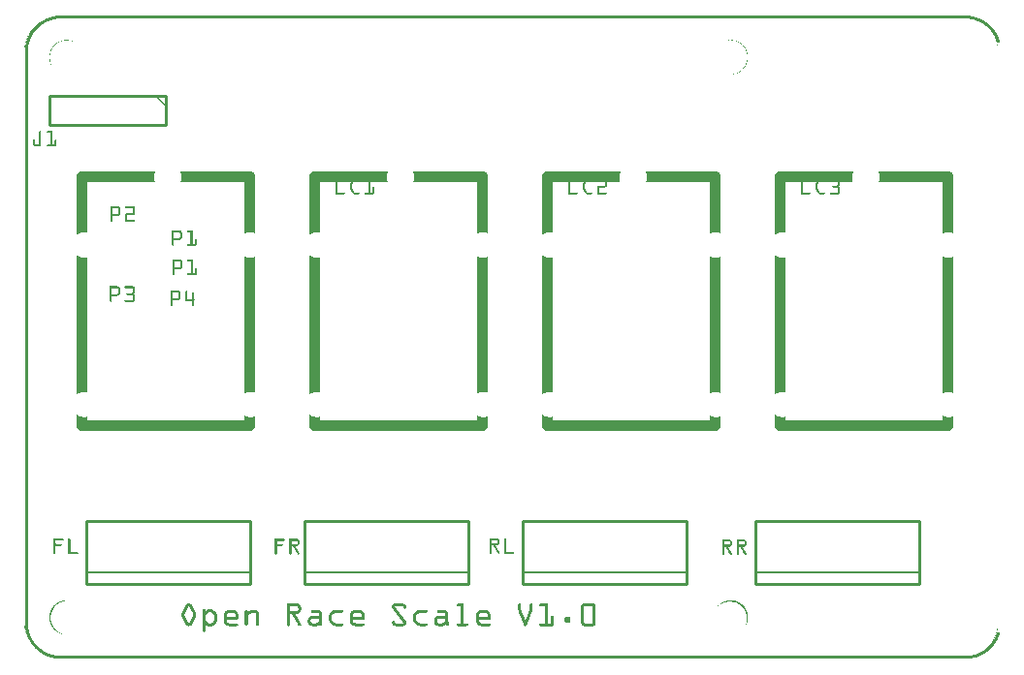
<source format=gto>
G04 MADE WITH FRITZING*
G04 WWW.FRITZING.ORG*
G04 DOUBLE SIDED*
G04 HOLES PLATED*
G04 CONTOUR ON CENTER OF CONTOUR VECTOR*
%ASAXBY*%
%FSLAX23Y23*%
%MOIN*%
%OFA0B0*%
%SFA1.0B1.0*%
%ADD10C,0.010000*%
%ADD11C,0.005000*%
%ADD12R,0.001000X0.001000*%
%LNSILK1*%
G90*
G70*
G54D10*
X781Y476D02*
X220Y476D01*
D02*
X220Y476D02*
X220Y260D01*
D02*
X220Y260D02*
X781Y260D01*
D02*
X781Y260D02*
X781Y476D01*
G54D11*
D02*
X220Y300D02*
X781Y300D01*
G54D10*
D02*
X3081Y476D02*
X2520Y476D01*
D02*
X2520Y476D02*
X2520Y260D01*
D02*
X2520Y260D02*
X3081Y260D01*
D02*
X3081Y260D02*
X3081Y476D01*
G54D11*
D02*
X2520Y300D02*
X3081Y300D01*
G54D10*
D02*
X1531Y476D02*
X969Y476D01*
D02*
X969Y476D02*
X969Y260D01*
D02*
X969Y260D02*
X1531Y260D01*
D02*
X1531Y260D02*
X1531Y476D01*
G54D11*
D02*
X969Y300D02*
X1531Y300D01*
G54D10*
D02*
X2281Y476D02*
X1720Y476D01*
D02*
X1720Y476D02*
X1720Y260D01*
D02*
X1720Y260D02*
X2281Y260D01*
D02*
X2281Y260D02*
X2281Y476D01*
G54D11*
D02*
X1720Y300D02*
X2281Y300D01*
G54D10*
D02*
X493Y1938D02*
X93Y1938D01*
D02*
X93Y1938D02*
X93Y1838D01*
D02*
X93Y1838D02*
X493Y1838D01*
D02*
X493Y1838D02*
X493Y1938D01*
G54D12*
X124Y2215D02*
X3250Y2215D01*
X114Y2214D02*
X3259Y2214D01*
X109Y2213D02*
X3265Y2213D01*
X104Y2212D02*
X3269Y2212D01*
X100Y2211D02*
X3273Y2211D01*
X97Y2210D02*
X3277Y2210D01*
X94Y2209D02*
X3280Y2209D01*
X91Y2208D02*
X3283Y2208D01*
X88Y2207D02*
X3285Y2207D01*
X85Y2206D02*
X3288Y2206D01*
X83Y2205D02*
X3290Y2205D01*
X81Y2204D02*
X117Y2204D01*
X3257Y2204D02*
X3292Y2204D01*
X79Y2203D02*
X110Y2203D01*
X3263Y2203D02*
X3295Y2203D01*
X77Y2202D02*
X105Y2202D01*
X3268Y2202D02*
X3297Y2202D01*
X75Y2201D02*
X101Y2201D01*
X3272Y2201D02*
X3298Y2201D01*
X73Y2200D02*
X98Y2200D01*
X3275Y2200D02*
X3300Y2200D01*
X71Y2199D02*
X95Y2199D01*
X3278Y2199D02*
X3302Y2199D01*
X69Y2198D02*
X92Y2198D01*
X3281Y2198D02*
X3304Y2198D01*
X68Y2197D02*
X90Y2197D01*
X3284Y2197D02*
X3306Y2197D01*
X66Y2196D02*
X87Y2196D01*
X3286Y2196D02*
X3307Y2196D01*
X65Y2195D02*
X85Y2195D01*
X3289Y2195D02*
X3309Y2195D01*
X63Y2194D02*
X83Y2194D01*
X3291Y2194D02*
X3310Y2194D01*
X61Y2193D02*
X81Y2193D01*
X3293Y2193D02*
X3312Y2193D01*
X60Y2192D02*
X79Y2192D01*
X3295Y2192D02*
X3313Y2192D01*
X58Y2191D02*
X77Y2191D01*
X3296Y2191D02*
X3314Y2191D01*
X57Y2190D02*
X75Y2190D01*
X3298Y2190D02*
X3316Y2190D01*
X56Y2189D02*
X73Y2189D01*
X3300Y2189D02*
X3317Y2189D01*
X54Y2188D02*
X72Y2188D01*
X3302Y2188D02*
X3318Y2188D01*
X53Y2187D02*
X70Y2187D01*
X3303Y2187D02*
X3320Y2187D01*
X52Y2186D02*
X69Y2186D01*
X3305Y2186D02*
X3321Y2186D01*
X50Y2185D02*
X67Y2185D01*
X3306Y2185D02*
X3322Y2185D01*
X49Y2184D02*
X66Y2184D01*
X3307Y2184D02*
X3323Y2184D01*
X48Y2183D02*
X65Y2183D01*
X3309Y2183D02*
X3324Y2183D01*
X47Y2182D02*
X63Y2182D01*
X3310Y2182D02*
X3325Y2182D01*
X46Y2181D02*
X62Y2181D01*
X3311Y2181D02*
X3326Y2181D01*
X45Y2180D02*
X61Y2180D01*
X3313Y2180D02*
X3327Y2180D01*
X44Y2179D02*
X59Y2179D01*
X3314Y2179D02*
X3328Y2179D01*
X43Y2178D02*
X58Y2178D01*
X3315Y2178D02*
X3329Y2178D01*
X42Y2177D02*
X57Y2177D01*
X3316Y2177D02*
X3330Y2177D01*
X41Y2176D02*
X56Y2176D01*
X3317Y2176D02*
X3331Y2176D01*
X40Y2175D02*
X55Y2175D01*
X3318Y2175D02*
X3332Y2175D01*
X39Y2174D02*
X54Y2174D01*
X3319Y2174D02*
X3333Y2174D01*
X38Y2173D02*
X53Y2173D01*
X3321Y2173D02*
X3334Y2173D01*
X37Y2172D02*
X52Y2172D01*
X3322Y2172D02*
X3335Y2172D01*
X36Y2171D02*
X36Y2171D01*
X38Y2171D02*
X51Y2171D01*
X3323Y2171D02*
X3336Y2171D01*
X35Y2170D02*
X50Y2170D01*
X3324Y2170D02*
X3337Y2170D01*
X34Y2169D02*
X49Y2169D01*
X3324Y2169D02*
X3337Y2169D01*
X34Y2168D02*
X48Y2168D01*
X3325Y2168D02*
X3338Y2168D01*
X33Y2167D02*
X47Y2167D01*
X3326Y2167D02*
X3339Y2167D01*
X32Y2166D02*
X32Y2166D01*
X34Y2166D02*
X46Y2166D01*
X3327Y2166D02*
X3340Y2166D01*
X31Y2165D02*
X31Y2165D01*
X33Y2165D02*
X45Y2165D01*
X3328Y2165D02*
X3340Y2165D01*
X30Y2164D02*
X44Y2164D01*
X3329Y2164D02*
X3341Y2164D01*
X30Y2163D02*
X30Y2163D01*
X32Y2163D02*
X44Y2163D01*
X3330Y2163D02*
X3342Y2163D01*
X29Y2162D02*
X29Y2162D01*
X31Y2162D02*
X43Y2162D01*
X3331Y2162D02*
X3343Y2162D01*
X28Y2161D02*
X28Y2161D01*
X30Y2161D02*
X42Y2161D01*
X3331Y2161D02*
X3343Y2161D01*
X28Y2160D02*
X41Y2160D01*
X3332Y2160D02*
X3344Y2160D01*
X27Y2159D02*
X27Y2159D01*
X29Y2159D02*
X40Y2159D01*
X3333Y2159D02*
X3345Y2159D01*
X26Y2158D02*
X26Y2158D01*
X28Y2158D02*
X40Y2158D01*
X3334Y2158D02*
X3345Y2158D01*
X26Y2157D02*
X26Y2157D01*
X28Y2157D02*
X39Y2157D01*
X3334Y2157D02*
X3346Y2157D01*
X25Y2156D02*
X25Y2156D01*
X27Y2156D02*
X38Y2156D01*
X3335Y2156D02*
X3346Y2156D01*
X24Y2155D02*
X24Y2155D01*
X26Y2155D02*
X37Y2155D01*
X3336Y2155D02*
X3347Y2155D01*
X24Y2154D02*
X24Y2154D01*
X26Y2154D02*
X37Y2154D01*
X3336Y2154D02*
X3348Y2154D01*
X23Y2153D02*
X23Y2153D01*
X25Y2153D02*
X36Y2153D01*
X3337Y2153D02*
X3348Y2153D01*
X23Y2152D02*
X23Y2152D01*
X25Y2152D02*
X36Y2152D01*
X3338Y2152D02*
X3349Y2152D01*
X22Y2151D02*
X22Y2151D01*
X24Y2151D02*
X35Y2151D01*
X3338Y2151D02*
X3349Y2151D01*
X21Y2150D02*
X34Y2150D01*
X3339Y2150D02*
X3350Y2150D01*
X21Y2149D02*
X21Y2149D01*
X23Y2149D02*
X34Y2149D01*
X3339Y2149D02*
X3350Y2149D01*
X20Y2148D02*
X20Y2148D01*
X22Y2148D02*
X33Y2148D01*
X3340Y2148D02*
X3351Y2148D01*
X20Y2147D02*
X20Y2147D01*
X22Y2147D02*
X33Y2147D01*
X3340Y2147D02*
X3351Y2147D01*
X19Y2146D02*
X19Y2146D01*
X21Y2146D02*
X32Y2146D01*
X3341Y2146D02*
X3352Y2146D01*
X19Y2145D02*
X19Y2145D01*
X21Y2145D02*
X31Y2145D01*
X3341Y2145D02*
X3352Y2145D01*
X18Y2144D02*
X18Y2144D01*
X20Y2144D02*
X31Y2144D01*
X3342Y2144D02*
X3353Y2144D01*
X18Y2143D02*
X18Y2143D01*
X20Y2143D02*
X30Y2143D01*
X3342Y2143D02*
X3353Y2143D01*
X17Y2142D02*
X18Y2142D01*
X20Y2142D02*
X30Y2142D01*
X3343Y2142D02*
X3354Y2142D01*
X17Y2141D02*
X17Y2141D01*
X19Y2141D02*
X29Y2141D01*
X3343Y2141D02*
X3354Y2141D01*
X17Y2140D02*
X17Y2140D01*
X19Y2140D02*
X29Y2140D01*
X3344Y2140D02*
X3355Y2140D01*
X16Y2139D02*
X16Y2139D01*
X18Y2139D02*
X28Y2139D01*
X3344Y2139D02*
X3355Y2139D01*
X16Y2138D02*
X16Y2138D01*
X18Y2138D02*
X28Y2138D01*
X3344Y2138D02*
X3355Y2138D01*
X15Y2137D02*
X15Y2137D01*
X17Y2137D02*
X28Y2137D01*
X3345Y2137D02*
X3356Y2137D01*
X15Y2136D02*
X15Y2136D01*
X17Y2136D02*
X27Y2136D01*
X3345Y2136D02*
X3356Y2136D01*
X15Y2135D02*
X15Y2135D01*
X17Y2135D02*
X27Y2135D01*
X3346Y2135D02*
X3357Y2135D01*
X14Y2134D02*
X14Y2134D01*
X16Y2134D02*
X26Y2134D01*
X3346Y2134D02*
X3357Y2134D01*
X14Y2133D02*
X14Y2133D01*
X16Y2133D02*
X26Y2133D01*
X3346Y2133D02*
X3357Y2133D01*
X13Y2132D02*
X14Y2132D01*
X16Y2132D02*
X25Y2132D01*
X3347Y2132D02*
X3358Y2132D01*
X13Y2131D02*
X13Y2131D01*
X15Y2131D02*
X25Y2131D01*
X143Y2131D02*
X159Y2131D01*
X2427Y2131D02*
X2428Y2131D01*
X2438Y2131D02*
X2443Y2131D01*
X3347Y2131D02*
X3358Y2131D01*
X13Y2130D02*
X13Y2130D01*
X15Y2130D02*
X25Y2130D01*
X138Y2130D02*
X145Y2130D01*
X160Y2130D02*
X164Y2130D01*
X2445Y2130D02*
X2448Y2130D01*
X3347Y2130D02*
X3347Y2130D01*
X3349Y2130D02*
X3358Y2130D01*
X12Y2129D02*
X13Y2129D01*
X15Y2129D02*
X24Y2129D01*
X134Y2129D02*
X140Y2129D01*
X166Y2129D02*
X168Y2129D01*
X2449Y2129D02*
X2452Y2129D01*
X3348Y2129D02*
X3359Y2129D01*
X12Y2128D02*
X12Y2128D01*
X14Y2128D02*
X24Y2128D01*
X132Y2128D02*
X136Y2128D01*
X170Y2128D02*
X171Y2128D01*
X2452Y2128D02*
X2454Y2128D01*
X3348Y2128D02*
X3359Y2128D01*
X12Y2127D02*
X12Y2127D01*
X14Y2127D02*
X24Y2127D01*
X129Y2127D02*
X133Y2127D01*
X173Y2127D02*
X174Y2127D01*
X2455Y2127D02*
X2457Y2127D01*
X3348Y2127D02*
X3348Y2127D01*
X3350Y2127D02*
X3359Y2127D01*
X12Y2126D02*
X12Y2126D01*
X14Y2126D02*
X23Y2126D01*
X127Y2126D02*
X130Y2126D01*
X175Y2126D02*
X176Y2126D01*
X2457Y2126D02*
X2459Y2126D01*
X3349Y2126D02*
X3360Y2126D01*
X11Y2125D02*
X11Y2125D01*
X13Y2125D02*
X23Y2125D01*
X125Y2125D02*
X128Y2125D01*
X178Y2125D02*
X178Y2125D01*
X2459Y2125D02*
X2461Y2125D01*
X3349Y2125D02*
X3360Y2125D01*
X11Y2124D02*
X11Y2124D01*
X13Y2124D02*
X23Y2124D01*
X123Y2124D02*
X126Y2124D01*
X180Y2124D02*
X180Y2124D01*
X2461Y2124D02*
X2463Y2124D01*
X3349Y2124D02*
X3349Y2124D01*
X3351Y2124D02*
X3360Y2124D01*
X11Y2123D02*
X11Y2123D01*
X13Y2123D02*
X23Y2123D01*
X121Y2123D02*
X124Y2123D01*
X2463Y2123D02*
X2465Y2123D01*
X3349Y2123D02*
X3349Y2123D01*
X3351Y2123D02*
X3360Y2123D01*
X10Y2122D02*
X11Y2122D01*
X13Y2122D02*
X22Y2122D01*
X119Y2122D02*
X122Y2122D01*
X183Y2122D02*
X183Y2122D01*
X2465Y2122D02*
X2467Y2122D01*
X10Y2121D02*
X10Y2121D01*
X12Y2121D02*
X22Y2121D01*
X118Y2121D02*
X120Y2121D01*
X185Y2121D02*
X185Y2121D01*
X2466Y2121D02*
X2468Y2121D01*
X10Y2120D02*
X10Y2120D01*
X12Y2120D02*
X22Y2120D01*
X117Y2120D02*
X119Y2120D01*
X2468Y2120D02*
X2469Y2120D01*
X3350Y2120D02*
X3350Y2120D01*
X10Y2119D02*
X10Y2119D01*
X12Y2119D02*
X21Y2119D01*
X115Y2119D02*
X117Y2119D01*
X2469Y2119D02*
X2471Y2119D01*
X3350Y2119D02*
X3350Y2119D01*
X10Y2118D02*
X10Y2118D01*
X12Y2118D02*
X21Y2118D01*
X114Y2118D02*
X116Y2118D01*
X189Y2118D02*
X189Y2118D01*
X2470Y2118D02*
X2472Y2118D01*
X9Y2117D02*
X9Y2117D01*
X11Y2117D02*
X21Y2117D01*
X113Y2117D02*
X115Y2117D01*
X2472Y2117D02*
X2473Y2117D01*
X9Y2116D02*
X9Y2116D01*
X11Y2116D02*
X21Y2116D01*
X112Y2116D02*
X114Y2116D01*
X2473Y2116D02*
X2474Y2116D01*
X3351Y2116D02*
X3351Y2116D01*
X9Y2115D02*
X9Y2115D01*
X11Y2115D02*
X21Y2115D01*
X111Y2115D02*
X112Y2115D01*
X2474Y2115D02*
X2475Y2115D01*
X3351Y2115D02*
X3351Y2115D01*
X9Y2114D02*
X9Y2114D01*
X11Y2114D02*
X20Y2114D01*
X110Y2114D02*
X111Y2114D01*
X2475Y2114D02*
X2476Y2114D01*
X3351Y2114D02*
X3351Y2114D01*
X9Y2113D02*
X9Y2113D01*
X11Y2113D02*
X20Y2113D01*
X109Y2113D02*
X110Y2113D01*
X2476Y2113D02*
X2477Y2113D01*
X8Y2112D02*
X8Y2112D01*
X10Y2112D02*
X20Y2112D01*
X108Y2112D02*
X109Y2112D01*
X2477Y2112D02*
X2478Y2112D01*
X8Y2111D02*
X8Y2111D01*
X10Y2111D02*
X20Y2111D01*
X107Y2111D02*
X108Y2111D01*
X2478Y2111D02*
X2479Y2111D01*
X3352Y2111D02*
X3352Y2111D01*
X8Y2110D02*
X8Y2110D01*
X10Y2110D02*
X20Y2110D01*
X106Y2110D02*
X107Y2110D01*
X2479Y2110D02*
X2480Y2110D01*
X3352Y2110D02*
X3352Y2110D01*
X8Y2109D02*
X8Y2109D01*
X10Y2109D02*
X19Y2109D01*
X105Y2109D02*
X107Y2109D01*
X2479Y2109D02*
X2481Y2109D01*
X3352Y2109D02*
X3352Y2109D01*
X8Y2108D02*
X8Y2108D01*
X10Y2108D02*
X19Y2108D01*
X104Y2108D02*
X106Y2108D01*
X2480Y2108D02*
X2481Y2108D01*
X3352Y2108D02*
X3352Y2108D01*
X8Y2107D02*
X8Y2107D01*
X10Y2107D02*
X19Y2107D01*
X104Y2107D02*
X105Y2107D01*
X2481Y2107D02*
X2482Y2107D01*
X3352Y2107D02*
X3352Y2107D01*
X8Y2106D02*
X8Y2106D01*
X10Y2106D02*
X19Y2106D01*
X103Y2106D02*
X104Y2106D01*
X2482Y2106D02*
X2483Y2106D01*
X8Y2105D02*
X8Y2105D01*
X10Y2105D02*
X19Y2105D01*
X102Y2105D02*
X104Y2105D01*
X2482Y2105D02*
X2484Y2105D01*
X7Y2104D02*
X7Y2104D01*
X9Y2104D02*
X19Y2104D01*
X102Y2104D02*
X103Y2104D01*
X2483Y2104D02*
X2484Y2104D01*
X7Y2103D02*
X7Y2103D01*
X9Y2103D02*
X19Y2103D01*
X101Y2103D02*
X102Y2103D01*
X2484Y2103D02*
X2485Y2103D01*
X3353Y2103D02*
X3353Y2103D01*
X7Y2102D02*
X7Y2102D01*
X9Y2102D02*
X19Y2102D01*
X101Y2102D02*
X102Y2102D01*
X2484Y2102D02*
X2485Y2102D01*
X3353Y2102D02*
X3353Y2102D01*
X7Y2101D02*
X7Y2101D01*
X9Y2101D02*
X19Y2101D01*
X100Y2101D02*
X101Y2101D01*
X2485Y2101D02*
X2486Y2101D01*
X3353Y2101D02*
X3353Y2101D01*
X7Y2100D02*
X7Y2100D01*
X9Y2100D02*
X19Y2100D01*
X99Y2100D02*
X101Y2100D01*
X2485Y2100D02*
X2487Y2100D01*
X3353Y2100D02*
X3353Y2100D01*
X7Y2099D02*
X7Y2099D01*
X9Y2099D02*
X18Y2099D01*
X99Y2099D02*
X100Y2099D01*
X2486Y2099D02*
X2487Y2099D01*
X3353Y2099D02*
X3353Y2099D01*
X7Y2098D02*
X7Y2098D01*
X9Y2098D02*
X18Y2098D01*
X98Y2098D02*
X100Y2098D01*
X2486Y2098D02*
X2488Y2098D01*
X3353Y2098D02*
X3353Y2098D01*
X7Y2097D02*
X7Y2097D01*
X9Y2097D02*
X18Y2097D01*
X98Y2097D02*
X99Y2097D01*
X2487Y2097D02*
X2488Y2097D01*
X3353Y2097D02*
X3353Y2097D01*
X7Y2096D02*
X7Y2096D01*
X9Y2096D02*
X18Y2096D01*
X97Y2096D02*
X99Y2096D01*
X2487Y2096D02*
X2488Y2096D01*
X3353Y2096D02*
X3353Y2096D01*
X7Y2095D02*
X7Y2095D01*
X9Y2095D02*
X18Y2095D01*
X97Y2095D02*
X98Y2095D01*
X2488Y2095D02*
X2489Y2095D01*
X3353Y2095D02*
X3353Y2095D01*
X7Y2094D02*
X7Y2094D01*
X9Y2094D02*
X18Y2094D01*
X97Y2094D02*
X98Y2094D01*
X2488Y2094D02*
X2489Y2094D01*
X3353Y2094D02*
X3353Y2094D01*
X7Y2093D02*
X7Y2093D01*
X9Y2093D02*
X18Y2093D01*
X96Y2093D02*
X97Y2093D01*
X2488Y2093D02*
X2490Y2093D01*
X3353Y2093D02*
X3353Y2093D01*
X7Y2092D02*
X7Y2092D01*
X9Y2092D02*
X18Y2092D01*
X96Y2092D02*
X97Y2092D01*
X2489Y2092D02*
X2490Y2092D01*
X3353Y2092D02*
X3353Y2092D01*
X7Y2091D02*
X7Y2091D01*
X9Y2091D02*
X18Y2091D01*
X96Y2091D02*
X97Y2091D01*
X2489Y2091D02*
X2490Y2091D01*
X3353Y2091D02*
X3353Y2091D01*
X7Y2090D02*
X7Y2090D01*
X9Y2090D02*
X18Y2090D01*
X95Y2090D02*
X96Y2090D01*
X2490Y2090D02*
X2491Y2090D01*
X3353Y2090D02*
X3353Y2090D01*
X7Y2089D02*
X7Y2089D01*
X9Y2089D02*
X18Y2089D01*
X95Y2089D02*
X96Y2089D01*
X2490Y2089D02*
X2491Y2089D01*
X3353Y2089D02*
X3353Y2089D01*
X7Y2088D02*
X7Y2088D01*
X9Y2088D02*
X18Y2088D01*
X95Y2088D02*
X96Y2088D01*
X2490Y2088D02*
X2491Y2088D01*
X3353Y2088D02*
X3353Y2088D01*
X7Y2087D02*
X7Y2087D01*
X9Y2087D02*
X18Y2087D01*
X94Y2087D02*
X95Y2087D01*
X2490Y2087D02*
X2492Y2087D01*
X3353Y2087D02*
X3353Y2087D01*
X7Y2086D02*
X7Y2086D01*
X9Y2086D02*
X18Y2086D01*
X94Y2086D02*
X95Y2086D01*
X2491Y2086D02*
X2492Y2086D01*
X3353Y2086D02*
X3353Y2086D01*
X7Y2085D02*
X7Y2085D01*
X9Y2085D02*
X18Y2085D01*
X94Y2085D02*
X95Y2085D01*
X2491Y2085D02*
X2492Y2085D01*
X3353Y2085D02*
X3353Y2085D01*
X7Y2084D02*
X7Y2084D01*
X9Y2084D02*
X18Y2084D01*
X94Y2084D02*
X94Y2084D01*
X2491Y2084D02*
X2492Y2084D01*
X3353Y2084D02*
X3353Y2084D01*
X7Y2083D02*
X7Y2083D01*
X9Y2083D02*
X18Y2083D01*
X94Y2083D02*
X94Y2083D01*
X2491Y2083D02*
X2492Y2083D01*
X3353Y2083D02*
X3353Y2083D01*
X7Y2082D02*
X7Y2082D01*
X9Y2082D02*
X18Y2082D01*
X93Y2082D02*
X94Y2082D01*
X2491Y2082D02*
X2493Y2082D01*
X3353Y2082D02*
X3353Y2082D01*
X7Y2081D02*
X7Y2081D01*
X9Y2081D02*
X18Y2081D01*
X93Y2081D02*
X94Y2081D01*
X2492Y2081D02*
X2493Y2081D01*
X3353Y2081D02*
X3353Y2081D01*
X7Y2080D02*
X7Y2080D01*
X9Y2080D02*
X18Y2080D01*
X93Y2080D02*
X94Y2080D01*
X2492Y2080D02*
X2493Y2080D01*
X3353Y2080D02*
X3353Y2080D01*
X7Y2079D02*
X7Y2079D01*
X9Y2079D02*
X18Y2079D01*
X93Y2079D02*
X94Y2079D01*
X2492Y2079D02*
X2493Y2079D01*
X3353Y2079D02*
X3353Y2079D01*
X7Y2078D02*
X7Y2078D01*
X9Y2078D02*
X18Y2078D01*
X93Y2078D02*
X93Y2078D01*
X2492Y2078D02*
X2493Y2078D01*
X3353Y2078D02*
X3353Y2078D01*
X7Y2077D02*
X7Y2077D01*
X9Y2077D02*
X18Y2077D01*
X93Y2077D02*
X93Y2077D01*
X2492Y2077D02*
X2493Y2077D01*
X3353Y2077D02*
X3353Y2077D01*
X7Y2076D02*
X7Y2076D01*
X9Y2076D02*
X18Y2076D01*
X93Y2076D02*
X93Y2076D01*
X2492Y2076D02*
X2493Y2076D01*
X3353Y2076D02*
X3353Y2076D01*
X7Y2075D02*
X7Y2075D01*
X9Y2075D02*
X18Y2075D01*
X93Y2075D02*
X93Y2075D01*
X2492Y2075D02*
X2493Y2075D01*
X3353Y2075D02*
X3353Y2075D01*
X7Y2074D02*
X7Y2074D01*
X9Y2074D02*
X18Y2074D01*
X93Y2074D02*
X93Y2074D01*
X2492Y2074D02*
X2493Y2074D01*
X3353Y2074D02*
X3353Y2074D01*
X7Y2073D02*
X7Y2073D01*
X9Y2073D02*
X18Y2073D01*
X92Y2073D02*
X93Y2073D01*
X2492Y2073D02*
X2493Y2073D01*
X3353Y2073D02*
X3353Y2073D01*
X7Y2072D02*
X7Y2072D01*
X9Y2072D02*
X18Y2072D01*
X92Y2072D02*
X93Y2072D01*
X2492Y2072D02*
X2493Y2072D01*
X3353Y2072D02*
X3353Y2072D01*
X7Y2071D02*
X7Y2071D01*
X9Y2071D02*
X18Y2071D01*
X93Y2071D02*
X93Y2071D01*
X2492Y2071D02*
X2493Y2071D01*
X3353Y2071D02*
X3353Y2071D01*
X7Y2070D02*
X7Y2070D01*
X9Y2070D02*
X18Y2070D01*
X93Y2070D02*
X93Y2070D01*
X2492Y2070D02*
X2493Y2070D01*
X3353Y2070D02*
X3353Y2070D01*
X7Y2069D02*
X7Y2069D01*
X9Y2069D02*
X18Y2069D01*
X93Y2069D02*
X93Y2069D01*
X2492Y2069D02*
X2493Y2069D01*
X3353Y2069D02*
X3353Y2069D01*
X7Y2068D02*
X7Y2068D01*
X9Y2068D02*
X18Y2068D01*
X93Y2068D02*
X93Y2068D01*
X2492Y2068D02*
X2493Y2068D01*
X3353Y2068D02*
X3353Y2068D01*
X7Y2067D02*
X7Y2067D01*
X9Y2067D02*
X18Y2067D01*
X93Y2067D02*
X93Y2067D01*
X2492Y2067D02*
X2493Y2067D01*
X3353Y2067D02*
X3353Y2067D01*
X7Y2066D02*
X7Y2066D01*
X9Y2066D02*
X18Y2066D01*
X93Y2066D02*
X93Y2066D01*
X2492Y2066D02*
X2493Y2066D01*
X3353Y2066D02*
X3353Y2066D01*
X7Y2065D02*
X7Y2065D01*
X9Y2065D02*
X18Y2065D01*
X93Y2065D02*
X93Y2065D01*
X2492Y2065D02*
X2493Y2065D01*
X3353Y2065D02*
X3353Y2065D01*
X7Y2064D02*
X7Y2064D01*
X9Y2064D02*
X18Y2064D01*
X93Y2064D02*
X94Y2064D01*
X2492Y2064D02*
X2493Y2064D01*
X3353Y2064D02*
X3353Y2064D01*
X7Y2063D02*
X7Y2063D01*
X9Y2063D02*
X18Y2063D01*
X93Y2063D02*
X94Y2063D01*
X2492Y2063D02*
X2493Y2063D01*
X3353Y2063D02*
X3353Y2063D01*
X7Y2062D02*
X7Y2062D01*
X9Y2062D02*
X18Y2062D01*
X93Y2062D02*
X94Y2062D01*
X2491Y2062D02*
X2492Y2062D01*
X3353Y2062D02*
X3353Y2062D01*
X7Y2061D02*
X7Y2061D01*
X9Y2061D02*
X18Y2061D01*
X94Y2061D02*
X94Y2061D01*
X2491Y2061D02*
X2492Y2061D01*
X3353Y2061D02*
X3353Y2061D01*
X7Y2060D02*
X7Y2060D01*
X9Y2060D02*
X18Y2060D01*
X94Y2060D02*
X94Y2060D01*
X2491Y2060D02*
X2492Y2060D01*
X3353Y2060D02*
X3353Y2060D01*
X7Y2059D02*
X7Y2059D01*
X9Y2059D02*
X18Y2059D01*
X94Y2059D02*
X94Y2059D01*
X2491Y2059D02*
X2492Y2059D01*
X3353Y2059D02*
X3353Y2059D01*
X7Y2058D02*
X7Y2058D01*
X9Y2058D02*
X18Y2058D01*
X94Y2058D02*
X95Y2058D01*
X2491Y2058D02*
X2492Y2058D01*
X3353Y2058D02*
X3353Y2058D01*
X7Y2057D02*
X7Y2057D01*
X9Y2057D02*
X18Y2057D01*
X95Y2057D02*
X95Y2057D01*
X2490Y2057D02*
X2491Y2057D01*
X3353Y2057D02*
X3353Y2057D01*
X7Y2056D02*
X7Y2056D01*
X9Y2056D02*
X18Y2056D01*
X95Y2056D02*
X95Y2056D01*
X2490Y2056D02*
X2491Y2056D01*
X3353Y2056D02*
X3353Y2056D01*
X7Y2055D02*
X7Y2055D01*
X9Y2055D02*
X18Y2055D01*
X95Y2055D02*
X95Y2055D01*
X2490Y2055D02*
X2491Y2055D01*
X3353Y2055D02*
X3353Y2055D01*
X7Y2054D02*
X7Y2054D01*
X9Y2054D02*
X18Y2054D01*
X96Y2054D02*
X96Y2054D01*
X2489Y2054D02*
X2490Y2054D01*
X3353Y2054D02*
X3353Y2054D01*
X7Y2053D02*
X7Y2053D01*
X9Y2053D02*
X18Y2053D01*
X96Y2053D02*
X96Y2053D01*
X2489Y2053D02*
X2490Y2053D01*
X3353Y2053D02*
X3353Y2053D01*
X7Y2052D02*
X7Y2052D01*
X9Y2052D02*
X18Y2052D01*
X96Y2052D02*
X96Y2052D01*
X2489Y2052D02*
X2490Y2052D01*
X3353Y2052D02*
X3353Y2052D01*
X7Y2051D02*
X7Y2051D01*
X9Y2051D02*
X18Y2051D01*
X97Y2051D02*
X97Y2051D01*
X2488Y2051D02*
X2489Y2051D01*
X3353Y2051D02*
X3353Y2051D01*
X7Y2050D02*
X7Y2050D01*
X9Y2050D02*
X18Y2050D01*
X97Y2050D02*
X97Y2050D01*
X2488Y2050D02*
X2489Y2050D01*
X3353Y2050D02*
X3353Y2050D01*
X7Y2049D02*
X7Y2049D01*
X9Y2049D02*
X18Y2049D01*
X97Y2049D02*
X98Y2049D01*
X2488Y2049D02*
X2489Y2049D01*
X3353Y2049D02*
X3353Y2049D01*
X7Y2048D02*
X7Y2048D01*
X9Y2048D02*
X18Y2048D01*
X98Y2048D02*
X98Y2048D01*
X2487Y2048D02*
X2488Y2048D01*
X3353Y2048D02*
X3353Y2048D01*
X7Y2047D02*
X7Y2047D01*
X9Y2047D02*
X18Y2047D01*
X98Y2047D02*
X98Y2047D01*
X2487Y2047D02*
X2488Y2047D01*
X3353Y2047D02*
X3353Y2047D01*
X7Y2046D02*
X7Y2046D01*
X9Y2046D02*
X18Y2046D01*
X99Y2046D02*
X99Y2046D01*
X2486Y2046D02*
X2487Y2046D01*
X3353Y2046D02*
X3353Y2046D01*
X7Y2045D02*
X7Y2045D01*
X9Y2045D02*
X18Y2045D01*
X99Y2045D02*
X99Y2045D01*
X2486Y2045D02*
X2487Y2045D01*
X3353Y2045D02*
X3353Y2045D01*
X7Y2044D02*
X7Y2044D01*
X9Y2044D02*
X18Y2044D01*
X100Y2044D02*
X100Y2044D01*
X2485Y2044D02*
X2486Y2044D01*
X3353Y2044D02*
X3353Y2044D01*
X7Y2043D02*
X7Y2043D01*
X9Y2043D02*
X18Y2043D01*
X100Y2043D02*
X100Y2043D01*
X2485Y2043D02*
X2486Y2043D01*
X3353Y2043D02*
X3353Y2043D01*
X7Y2042D02*
X7Y2042D01*
X9Y2042D02*
X18Y2042D01*
X101Y2042D02*
X101Y2042D01*
X2484Y2042D02*
X2485Y2042D01*
X3353Y2042D02*
X3353Y2042D01*
X7Y2041D02*
X7Y2041D01*
X9Y2041D02*
X18Y2041D01*
X102Y2041D02*
X102Y2041D01*
X2483Y2041D02*
X2484Y2041D01*
X3353Y2041D02*
X3353Y2041D01*
X7Y2040D02*
X7Y2040D01*
X9Y2040D02*
X18Y2040D01*
X102Y2040D02*
X102Y2040D01*
X2483Y2040D02*
X2484Y2040D01*
X3353Y2040D02*
X3353Y2040D01*
X7Y2039D02*
X7Y2039D01*
X9Y2039D02*
X18Y2039D01*
X103Y2039D02*
X103Y2039D01*
X2482Y2039D02*
X2483Y2039D01*
X3353Y2039D02*
X3353Y2039D01*
X7Y2038D02*
X7Y2038D01*
X9Y2038D02*
X18Y2038D01*
X2481Y2038D02*
X2482Y2038D01*
X3353Y2038D02*
X3353Y2038D01*
X7Y2037D02*
X7Y2037D01*
X9Y2037D02*
X18Y2037D01*
X104Y2037D02*
X104Y2037D01*
X2481Y2037D02*
X2482Y2037D01*
X3353Y2037D02*
X3353Y2037D01*
X7Y2036D02*
X7Y2036D01*
X9Y2036D02*
X18Y2036D01*
X105Y2036D02*
X105Y2036D01*
X2480Y2036D02*
X2481Y2036D01*
X3353Y2036D02*
X3353Y2036D01*
X7Y2035D02*
X7Y2035D01*
X9Y2035D02*
X18Y2035D01*
X106Y2035D02*
X106Y2035D01*
X2479Y2035D02*
X2480Y2035D01*
X3353Y2035D02*
X3353Y2035D01*
X7Y2034D02*
X7Y2034D01*
X9Y2034D02*
X18Y2034D01*
X2478Y2034D02*
X2479Y2034D01*
X3353Y2034D02*
X3353Y2034D01*
X7Y2033D02*
X7Y2033D01*
X9Y2033D02*
X18Y2033D01*
X2477Y2033D02*
X2478Y2033D01*
X3353Y2033D02*
X3353Y2033D01*
X7Y2032D02*
X7Y2032D01*
X9Y2032D02*
X18Y2032D01*
X108Y2032D02*
X108Y2032D01*
X2477Y2032D02*
X2478Y2032D01*
X3353Y2032D02*
X3353Y2032D01*
X7Y2031D02*
X7Y2031D01*
X9Y2031D02*
X18Y2031D01*
X109Y2031D02*
X109Y2031D01*
X2476Y2031D02*
X2477Y2031D01*
X3353Y2031D02*
X3353Y2031D01*
X7Y2030D02*
X7Y2030D01*
X9Y2030D02*
X18Y2030D01*
X110Y2030D02*
X110Y2030D01*
X2475Y2030D02*
X2476Y2030D01*
X3353Y2030D02*
X3353Y2030D01*
X7Y2029D02*
X7Y2029D01*
X9Y2029D02*
X18Y2029D01*
X111Y2029D02*
X111Y2029D01*
X2474Y2029D02*
X2475Y2029D01*
X3353Y2029D02*
X3353Y2029D01*
X7Y2028D02*
X7Y2028D01*
X9Y2028D02*
X18Y2028D01*
X2472Y2028D02*
X2473Y2028D01*
X3353Y2028D02*
X3353Y2028D01*
X7Y2027D02*
X7Y2027D01*
X9Y2027D02*
X18Y2027D01*
X2471Y2027D02*
X2472Y2027D01*
X3353Y2027D02*
X3353Y2027D01*
X7Y2026D02*
X7Y2026D01*
X9Y2026D02*
X18Y2026D01*
X2470Y2026D02*
X2471Y2026D01*
X3353Y2026D02*
X3353Y2026D01*
X7Y2025D02*
X7Y2025D01*
X9Y2025D02*
X18Y2025D01*
X116Y2025D02*
X116Y2025D01*
X2469Y2025D02*
X2470Y2025D01*
X3353Y2025D02*
X3353Y2025D01*
X7Y2024D02*
X7Y2024D01*
X9Y2024D02*
X18Y2024D01*
X2467Y2024D02*
X2468Y2024D01*
X3353Y2024D02*
X3353Y2024D01*
X7Y2023D02*
X7Y2023D01*
X9Y2023D02*
X18Y2023D01*
X2466Y2023D02*
X2467Y2023D01*
X3353Y2023D02*
X3353Y2023D01*
X7Y2022D02*
X7Y2022D01*
X9Y2022D02*
X18Y2022D01*
X2464Y2022D02*
X2465Y2022D01*
X3353Y2022D02*
X3353Y2022D01*
X7Y2021D02*
X7Y2021D01*
X9Y2021D02*
X18Y2021D01*
X2463Y2021D02*
X2464Y2021D01*
X3353Y2021D02*
X3353Y2021D01*
X7Y2020D02*
X7Y2020D01*
X9Y2020D02*
X18Y2020D01*
X2461Y2020D02*
X2462Y2020D01*
X3353Y2020D02*
X3353Y2020D01*
X7Y2019D02*
X7Y2019D01*
X9Y2019D02*
X18Y2019D01*
X2459Y2019D02*
X2460Y2019D01*
X3353Y2019D02*
X3353Y2019D01*
X7Y2018D02*
X7Y2018D01*
X9Y2018D02*
X18Y2018D01*
X2457Y2018D02*
X2458Y2018D01*
X3353Y2018D02*
X3353Y2018D01*
X7Y2017D02*
X7Y2017D01*
X9Y2017D02*
X18Y2017D01*
X2454Y2017D02*
X2455Y2017D01*
X3353Y2017D02*
X3353Y2017D01*
X7Y2016D02*
X7Y2016D01*
X9Y2016D02*
X18Y2016D01*
X2451Y2016D02*
X2452Y2016D01*
X3353Y2016D02*
X3353Y2016D01*
X7Y2015D02*
X7Y2015D01*
X9Y2015D02*
X18Y2015D01*
X2448Y2015D02*
X2449Y2015D01*
X3353Y2015D02*
X3353Y2015D01*
X7Y2014D02*
X7Y2014D01*
X9Y2014D02*
X18Y2014D01*
X2443Y2014D02*
X2444Y2014D01*
X3353Y2014D02*
X3353Y2014D01*
X7Y2013D02*
X7Y2013D01*
X9Y2013D02*
X18Y2013D01*
X3353Y2013D02*
X3353Y2013D01*
X7Y2012D02*
X7Y2012D01*
X9Y2012D02*
X18Y2012D01*
X3353Y2012D02*
X3353Y2012D01*
X7Y2011D02*
X7Y2011D01*
X9Y2011D02*
X18Y2011D01*
X3353Y2011D02*
X3353Y2011D01*
X7Y2010D02*
X7Y2010D01*
X9Y2010D02*
X18Y2010D01*
X3353Y2010D02*
X3353Y2010D01*
X7Y2009D02*
X7Y2009D01*
X9Y2009D02*
X18Y2009D01*
X3353Y2009D02*
X3353Y2009D01*
X7Y2008D02*
X7Y2008D01*
X9Y2008D02*
X18Y2008D01*
X3353Y2008D02*
X3353Y2008D01*
X7Y2007D02*
X7Y2007D01*
X9Y2007D02*
X18Y2007D01*
X3353Y2007D02*
X3353Y2007D01*
X7Y2006D02*
X7Y2006D01*
X9Y2006D02*
X18Y2006D01*
X3353Y2006D02*
X3353Y2006D01*
X7Y2005D02*
X7Y2005D01*
X9Y2005D02*
X18Y2005D01*
X3353Y2005D02*
X3353Y2005D01*
X7Y2004D02*
X7Y2004D01*
X9Y2004D02*
X18Y2004D01*
X3353Y2004D02*
X3353Y2004D01*
X7Y2003D02*
X7Y2003D01*
X9Y2003D02*
X18Y2003D01*
X3353Y2003D02*
X3353Y2003D01*
X7Y2002D02*
X7Y2002D01*
X9Y2002D02*
X18Y2002D01*
X3353Y2002D02*
X3353Y2002D01*
X7Y2001D02*
X7Y2001D01*
X9Y2001D02*
X18Y2001D01*
X3353Y2001D02*
X3353Y2001D01*
X7Y2000D02*
X7Y2000D01*
X9Y2000D02*
X18Y2000D01*
X3353Y2000D02*
X3353Y2000D01*
X7Y1999D02*
X7Y1999D01*
X9Y1999D02*
X18Y1999D01*
X3353Y1999D02*
X3353Y1999D01*
X7Y1998D02*
X7Y1998D01*
X9Y1998D02*
X18Y1998D01*
X3353Y1998D02*
X3353Y1998D01*
X7Y1997D02*
X7Y1997D01*
X9Y1997D02*
X18Y1997D01*
X3353Y1997D02*
X3353Y1997D01*
X7Y1996D02*
X7Y1996D01*
X9Y1996D02*
X18Y1996D01*
X3353Y1996D02*
X3353Y1996D01*
X7Y1995D02*
X7Y1995D01*
X9Y1995D02*
X18Y1995D01*
X3353Y1995D02*
X3353Y1995D01*
X7Y1994D02*
X7Y1994D01*
X9Y1994D02*
X18Y1994D01*
X3353Y1994D02*
X3353Y1994D01*
X7Y1993D02*
X7Y1993D01*
X9Y1993D02*
X18Y1993D01*
X3353Y1993D02*
X3353Y1993D01*
X7Y1992D02*
X7Y1992D01*
X9Y1992D02*
X18Y1992D01*
X3353Y1992D02*
X3353Y1992D01*
X7Y1991D02*
X7Y1991D01*
X9Y1991D02*
X18Y1991D01*
X3353Y1991D02*
X3353Y1991D01*
X7Y1990D02*
X7Y1990D01*
X9Y1990D02*
X18Y1990D01*
X3353Y1990D02*
X3353Y1990D01*
X7Y1989D02*
X7Y1989D01*
X9Y1989D02*
X18Y1989D01*
X3353Y1989D02*
X3353Y1989D01*
X7Y1988D02*
X7Y1988D01*
X9Y1988D02*
X18Y1988D01*
X3353Y1988D02*
X3353Y1988D01*
X7Y1987D02*
X7Y1987D01*
X9Y1987D02*
X18Y1987D01*
X3353Y1987D02*
X3353Y1987D01*
X7Y1986D02*
X7Y1986D01*
X9Y1986D02*
X18Y1986D01*
X3353Y1986D02*
X3353Y1986D01*
X7Y1985D02*
X7Y1985D01*
X9Y1985D02*
X18Y1985D01*
X3353Y1985D02*
X3353Y1985D01*
X7Y1984D02*
X7Y1984D01*
X9Y1984D02*
X18Y1984D01*
X3353Y1984D02*
X3353Y1984D01*
X7Y1983D02*
X7Y1983D01*
X9Y1983D02*
X18Y1983D01*
X3353Y1983D02*
X3353Y1983D01*
X7Y1982D02*
X7Y1982D01*
X9Y1982D02*
X18Y1982D01*
X3353Y1982D02*
X3353Y1982D01*
X7Y1981D02*
X7Y1981D01*
X9Y1981D02*
X18Y1981D01*
X3353Y1981D02*
X3353Y1981D01*
X7Y1980D02*
X7Y1980D01*
X9Y1980D02*
X18Y1980D01*
X3353Y1980D02*
X3353Y1980D01*
X7Y1979D02*
X7Y1979D01*
X9Y1979D02*
X18Y1979D01*
X3353Y1979D02*
X3353Y1979D01*
X7Y1978D02*
X7Y1978D01*
X9Y1978D02*
X18Y1978D01*
X3353Y1978D02*
X3353Y1978D01*
X7Y1977D02*
X7Y1977D01*
X9Y1977D02*
X18Y1977D01*
X3353Y1977D02*
X3353Y1977D01*
X7Y1976D02*
X7Y1976D01*
X9Y1976D02*
X18Y1976D01*
X3353Y1976D02*
X3353Y1976D01*
X7Y1975D02*
X7Y1975D01*
X9Y1975D02*
X18Y1975D01*
X3353Y1975D02*
X3353Y1975D01*
X7Y1974D02*
X7Y1974D01*
X9Y1974D02*
X18Y1974D01*
X3353Y1974D02*
X3353Y1974D01*
X7Y1973D02*
X7Y1973D01*
X9Y1973D02*
X18Y1973D01*
X3353Y1973D02*
X3353Y1973D01*
X7Y1972D02*
X7Y1972D01*
X9Y1972D02*
X18Y1972D01*
X3353Y1972D02*
X3353Y1972D01*
X7Y1971D02*
X7Y1971D01*
X9Y1971D02*
X18Y1971D01*
X3353Y1971D02*
X3353Y1971D01*
X7Y1970D02*
X7Y1970D01*
X9Y1970D02*
X18Y1970D01*
X3353Y1970D02*
X3353Y1970D01*
X7Y1969D02*
X7Y1969D01*
X9Y1969D02*
X18Y1969D01*
X3353Y1969D02*
X3353Y1969D01*
X7Y1968D02*
X7Y1968D01*
X9Y1968D02*
X18Y1968D01*
X3353Y1968D02*
X3353Y1968D01*
X7Y1967D02*
X7Y1967D01*
X9Y1967D02*
X18Y1967D01*
X3353Y1967D02*
X3353Y1967D01*
X7Y1966D02*
X7Y1966D01*
X9Y1966D02*
X18Y1966D01*
X3353Y1966D02*
X3353Y1966D01*
X7Y1965D02*
X7Y1965D01*
X9Y1965D02*
X18Y1965D01*
X3353Y1965D02*
X3353Y1965D01*
X7Y1964D02*
X7Y1964D01*
X9Y1964D02*
X18Y1964D01*
X3353Y1964D02*
X3353Y1964D01*
X7Y1963D02*
X7Y1963D01*
X9Y1963D02*
X18Y1963D01*
X3353Y1963D02*
X3353Y1963D01*
X7Y1962D02*
X7Y1962D01*
X9Y1962D02*
X18Y1962D01*
X3353Y1962D02*
X3353Y1962D01*
X7Y1961D02*
X7Y1961D01*
X9Y1961D02*
X18Y1961D01*
X3353Y1961D02*
X3353Y1961D01*
X7Y1960D02*
X7Y1960D01*
X9Y1960D02*
X18Y1960D01*
X3353Y1960D02*
X3353Y1960D01*
X7Y1959D02*
X7Y1959D01*
X9Y1959D02*
X18Y1959D01*
X3353Y1959D02*
X3353Y1959D01*
X7Y1958D02*
X7Y1958D01*
X9Y1958D02*
X18Y1958D01*
X3353Y1958D02*
X3353Y1958D01*
X7Y1957D02*
X7Y1957D01*
X9Y1957D02*
X18Y1957D01*
X3353Y1957D02*
X3353Y1957D01*
X7Y1956D02*
X7Y1956D01*
X9Y1956D02*
X18Y1956D01*
X3353Y1956D02*
X3353Y1956D01*
X7Y1955D02*
X7Y1955D01*
X9Y1955D02*
X18Y1955D01*
X3353Y1955D02*
X3353Y1955D01*
X7Y1954D02*
X7Y1954D01*
X9Y1954D02*
X18Y1954D01*
X3353Y1954D02*
X3353Y1954D01*
X7Y1953D02*
X7Y1953D01*
X9Y1953D02*
X18Y1953D01*
X3353Y1953D02*
X3353Y1953D01*
X7Y1952D02*
X7Y1952D01*
X9Y1952D02*
X18Y1952D01*
X3353Y1952D02*
X3353Y1952D01*
X7Y1951D02*
X7Y1951D01*
X9Y1951D02*
X18Y1951D01*
X3353Y1951D02*
X3353Y1951D01*
X7Y1950D02*
X7Y1950D01*
X9Y1950D02*
X18Y1950D01*
X3353Y1950D02*
X3353Y1950D01*
X7Y1949D02*
X7Y1949D01*
X9Y1949D02*
X18Y1949D01*
X3353Y1949D02*
X3353Y1949D01*
X7Y1948D02*
X7Y1948D01*
X9Y1948D02*
X18Y1948D01*
X3353Y1948D02*
X3353Y1948D01*
X7Y1947D02*
X7Y1947D01*
X9Y1947D02*
X18Y1947D01*
X3353Y1947D02*
X3353Y1947D01*
X7Y1946D02*
X7Y1946D01*
X9Y1946D02*
X18Y1946D01*
X3353Y1946D02*
X3353Y1946D01*
X7Y1945D02*
X7Y1945D01*
X9Y1945D02*
X18Y1945D01*
X3353Y1945D02*
X3353Y1945D01*
X7Y1944D02*
X7Y1944D01*
X9Y1944D02*
X18Y1944D01*
X3353Y1944D02*
X3353Y1944D01*
X7Y1943D02*
X7Y1943D01*
X9Y1943D02*
X18Y1943D01*
X3353Y1943D02*
X3353Y1943D01*
X7Y1942D02*
X7Y1942D01*
X9Y1942D02*
X18Y1942D01*
X3353Y1942D02*
X3353Y1942D01*
X7Y1941D02*
X7Y1941D01*
X9Y1941D02*
X18Y1941D01*
X3353Y1941D02*
X3353Y1941D01*
X7Y1940D02*
X7Y1940D01*
X9Y1940D02*
X18Y1940D01*
X460Y1940D02*
X460Y1940D01*
X3353Y1940D02*
X3353Y1940D01*
X7Y1939D02*
X7Y1939D01*
X9Y1939D02*
X18Y1939D01*
X459Y1939D02*
X461Y1939D01*
X3353Y1939D02*
X3353Y1939D01*
X7Y1938D02*
X7Y1938D01*
X9Y1938D02*
X18Y1938D01*
X458Y1938D02*
X462Y1938D01*
X3353Y1938D02*
X3353Y1938D01*
X7Y1937D02*
X7Y1937D01*
X9Y1937D02*
X18Y1937D01*
X457Y1937D02*
X463Y1937D01*
X3353Y1937D02*
X3353Y1937D01*
X7Y1936D02*
X7Y1936D01*
X9Y1936D02*
X18Y1936D01*
X457Y1936D02*
X464Y1936D01*
X3353Y1936D02*
X3353Y1936D01*
X7Y1935D02*
X7Y1935D01*
X9Y1935D02*
X18Y1935D01*
X458Y1935D02*
X465Y1935D01*
X3353Y1935D02*
X3353Y1935D01*
X7Y1934D02*
X7Y1934D01*
X9Y1934D02*
X18Y1934D01*
X459Y1934D02*
X466Y1934D01*
X3353Y1934D02*
X3353Y1934D01*
X7Y1933D02*
X7Y1933D01*
X9Y1933D02*
X18Y1933D01*
X460Y1933D02*
X467Y1933D01*
X3353Y1933D02*
X3353Y1933D01*
X7Y1932D02*
X7Y1932D01*
X9Y1932D02*
X18Y1932D01*
X461Y1932D02*
X468Y1932D01*
X3353Y1932D02*
X3353Y1932D01*
X7Y1931D02*
X7Y1931D01*
X9Y1931D02*
X18Y1931D01*
X462Y1931D02*
X469Y1931D01*
X3353Y1931D02*
X3353Y1931D01*
X7Y1930D02*
X7Y1930D01*
X9Y1930D02*
X18Y1930D01*
X463Y1930D02*
X470Y1930D01*
X3353Y1930D02*
X3353Y1930D01*
X7Y1929D02*
X7Y1929D01*
X9Y1929D02*
X18Y1929D01*
X464Y1929D02*
X471Y1929D01*
X3353Y1929D02*
X3353Y1929D01*
X7Y1928D02*
X7Y1928D01*
X9Y1928D02*
X18Y1928D01*
X465Y1928D02*
X472Y1928D01*
X3353Y1928D02*
X3353Y1928D01*
X7Y1927D02*
X7Y1927D01*
X9Y1927D02*
X18Y1927D01*
X466Y1927D02*
X473Y1927D01*
X3353Y1927D02*
X3353Y1927D01*
X7Y1926D02*
X7Y1926D01*
X9Y1926D02*
X18Y1926D01*
X467Y1926D02*
X474Y1926D01*
X3353Y1926D02*
X3353Y1926D01*
X7Y1925D02*
X7Y1925D01*
X9Y1925D02*
X18Y1925D01*
X468Y1925D02*
X475Y1925D01*
X3353Y1925D02*
X3353Y1925D01*
X7Y1924D02*
X7Y1924D01*
X9Y1924D02*
X18Y1924D01*
X469Y1924D02*
X476Y1924D01*
X3353Y1924D02*
X3353Y1924D01*
X7Y1923D02*
X7Y1923D01*
X9Y1923D02*
X18Y1923D01*
X471Y1923D02*
X477Y1923D01*
X3353Y1923D02*
X3353Y1923D01*
X7Y1922D02*
X7Y1922D01*
X9Y1922D02*
X18Y1922D01*
X472Y1922D02*
X478Y1922D01*
X3353Y1922D02*
X3353Y1922D01*
X7Y1921D02*
X7Y1921D01*
X9Y1921D02*
X18Y1921D01*
X473Y1921D02*
X479Y1921D01*
X3353Y1921D02*
X3353Y1921D01*
X7Y1920D02*
X7Y1920D01*
X9Y1920D02*
X18Y1920D01*
X474Y1920D02*
X480Y1920D01*
X3353Y1920D02*
X3353Y1920D01*
X7Y1919D02*
X7Y1919D01*
X9Y1919D02*
X18Y1919D01*
X475Y1919D02*
X481Y1919D01*
X3353Y1919D02*
X3353Y1919D01*
X7Y1918D02*
X7Y1918D01*
X9Y1918D02*
X18Y1918D01*
X476Y1918D02*
X482Y1918D01*
X3353Y1918D02*
X3353Y1918D01*
X7Y1917D02*
X7Y1917D01*
X9Y1917D02*
X18Y1917D01*
X477Y1917D02*
X483Y1917D01*
X3353Y1917D02*
X3353Y1917D01*
X7Y1916D02*
X7Y1916D01*
X9Y1916D02*
X18Y1916D01*
X478Y1916D02*
X484Y1916D01*
X3353Y1916D02*
X3353Y1916D01*
X7Y1915D02*
X7Y1915D01*
X9Y1915D02*
X18Y1915D01*
X479Y1915D02*
X485Y1915D01*
X3353Y1915D02*
X3353Y1915D01*
X7Y1914D02*
X7Y1914D01*
X9Y1914D02*
X18Y1914D01*
X480Y1914D02*
X486Y1914D01*
X3353Y1914D02*
X3353Y1914D01*
X7Y1913D02*
X7Y1913D01*
X9Y1913D02*
X18Y1913D01*
X481Y1913D02*
X487Y1913D01*
X3353Y1913D02*
X3353Y1913D01*
X7Y1912D02*
X7Y1912D01*
X9Y1912D02*
X18Y1912D01*
X482Y1912D02*
X488Y1912D01*
X3353Y1912D02*
X3353Y1912D01*
X7Y1911D02*
X7Y1911D01*
X9Y1911D02*
X18Y1911D01*
X483Y1911D02*
X489Y1911D01*
X3353Y1911D02*
X3353Y1911D01*
X7Y1910D02*
X7Y1910D01*
X9Y1910D02*
X18Y1910D01*
X484Y1910D02*
X490Y1910D01*
X3353Y1910D02*
X3353Y1910D01*
X7Y1909D02*
X7Y1909D01*
X9Y1909D02*
X18Y1909D01*
X485Y1909D02*
X491Y1909D01*
X3353Y1909D02*
X3353Y1909D01*
X7Y1908D02*
X7Y1908D01*
X9Y1908D02*
X18Y1908D01*
X486Y1908D02*
X492Y1908D01*
X3353Y1908D02*
X3353Y1908D01*
X7Y1907D02*
X7Y1907D01*
X9Y1907D02*
X18Y1907D01*
X487Y1907D02*
X493Y1907D01*
X3353Y1907D02*
X3353Y1907D01*
X7Y1906D02*
X7Y1906D01*
X9Y1906D02*
X18Y1906D01*
X488Y1906D02*
X494Y1906D01*
X3353Y1906D02*
X3353Y1906D01*
X7Y1905D02*
X7Y1905D01*
X9Y1905D02*
X18Y1905D01*
X489Y1905D02*
X494Y1905D01*
X3353Y1905D02*
X3353Y1905D01*
X7Y1904D02*
X7Y1904D01*
X9Y1904D02*
X18Y1904D01*
X490Y1904D02*
X493Y1904D01*
X3353Y1904D02*
X3353Y1904D01*
X7Y1903D02*
X7Y1903D01*
X9Y1903D02*
X18Y1903D01*
X491Y1903D02*
X492Y1903D01*
X3353Y1903D02*
X3353Y1903D01*
X7Y1902D02*
X7Y1902D01*
X9Y1902D02*
X18Y1902D01*
X3353Y1902D02*
X3353Y1902D01*
X7Y1901D02*
X7Y1901D01*
X9Y1901D02*
X18Y1901D01*
X3353Y1901D02*
X3353Y1901D01*
X7Y1900D02*
X7Y1900D01*
X9Y1900D02*
X18Y1900D01*
X3353Y1900D02*
X3353Y1900D01*
X7Y1899D02*
X7Y1899D01*
X9Y1899D02*
X18Y1899D01*
X3353Y1899D02*
X3353Y1899D01*
X7Y1898D02*
X7Y1898D01*
X9Y1898D02*
X18Y1898D01*
X3353Y1898D02*
X3353Y1898D01*
X7Y1897D02*
X7Y1897D01*
X9Y1897D02*
X18Y1897D01*
X3353Y1897D02*
X3353Y1897D01*
X7Y1896D02*
X7Y1896D01*
X9Y1896D02*
X18Y1896D01*
X3353Y1896D02*
X3353Y1896D01*
X7Y1895D02*
X7Y1895D01*
X9Y1895D02*
X18Y1895D01*
X3353Y1895D02*
X3353Y1895D01*
X7Y1894D02*
X7Y1894D01*
X9Y1894D02*
X18Y1894D01*
X3353Y1894D02*
X3353Y1894D01*
X7Y1893D02*
X7Y1893D01*
X9Y1893D02*
X18Y1893D01*
X3353Y1893D02*
X3353Y1893D01*
X7Y1892D02*
X7Y1892D01*
X9Y1892D02*
X18Y1892D01*
X3353Y1892D02*
X3353Y1892D01*
X7Y1891D02*
X7Y1891D01*
X9Y1891D02*
X18Y1891D01*
X3353Y1891D02*
X3353Y1891D01*
X7Y1890D02*
X7Y1890D01*
X9Y1890D02*
X18Y1890D01*
X3353Y1890D02*
X3353Y1890D01*
X7Y1889D02*
X7Y1889D01*
X9Y1889D02*
X18Y1889D01*
X3353Y1889D02*
X3353Y1889D01*
X7Y1888D02*
X7Y1888D01*
X9Y1888D02*
X18Y1888D01*
X3353Y1888D02*
X3353Y1888D01*
X7Y1887D02*
X7Y1887D01*
X9Y1887D02*
X18Y1887D01*
X3353Y1887D02*
X3353Y1887D01*
X7Y1886D02*
X7Y1886D01*
X9Y1886D02*
X18Y1886D01*
X3353Y1886D02*
X3353Y1886D01*
X7Y1885D02*
X7Y1885D01*
X9Y1885D02*
X18Y1885D01*
X3353Y1885D02*
X3353Y1885D01*
X7Y1884D02*
X7Y1884D01*
X9Y1884D02*
X18Y1884D01*
X3353Y1884D02*
X3353Y1884D01*
X7Y1883D02*
X7Y1883D01*
X9Y1883D02*
X18Y1883D01*
X3353Y1883D02*
X3353Y1883D01*
X7Y1882D02*
X7Y1882D01*
X9Y1882D02*
X18Y1882D01*
X3353Y1882D02*
X3353Y1882D01*
X7Y1881D02*
X7Y1881D01*
X9Y1881D02*
X18Y1881D01*
X3353Y1881D02*
X3353Y1881D01*
X7Y1880D02*
X7Y1880D01*
X9Y1880D02*
X18Y1880D01*
X3353Y1880D02*
X3353Y1880D01*
X7Y1879D02*
X7Y1879D01*
X9Y1879D02*
X18Y1879D01*
X3353Y1879D02*
X3353Y1879D01*
X7Y1878D02*
X7Y1878D01*
X9Y1878D02*
X18Y1878D01*
X3353Y1878D02*
X3353Y1878D01*
X7Y1877D02*
X7Y1877D01*
X9Y1877D02*
X18Y1877D01*
X3353Y1877D02*
X3353Y1877D01*
X7Y1876D02*
X7Y1876D01*
X9Y1876D02*
X18Y1876D01*
X3353Y1876D02*
X3353Y1876D01*
X7Y1875D02*
X7Y1875D01*
X9Y1875D02*
X18Y1875D01*
X3353Y1875D02*
X3353Y1875D01*
X7Y1874D02*
X7Y1874D01*
X9Y1874D02*
X18Y1874D01*
X3353Y1874D02*
X3353Y1874D01*
X7Y1873D02*
X7Y1873D01*
X9Y1873D02*
X18Y1873D01*
X3353Y1873D02*
X3353Y1873D01*
X7Y1872D02*
X7Y1872D01*
X9Y1872D02*
X18Y1872D01*
X3353Y1872D02*
X3353Y1872D01*
X7Y1871D02*
X7Y1871D01*
X9Y1871D02*
X18Y1871D01*
X3353Y1871D02*
X3353Y1871D01*
X7Y1870D02*
X7Y1870D01*
X9Y1870D02*
X18Y1870D01*
X3353Y1870D02*
X3353Y1870D01*
X7Y1869D02*
X7Y1869D01*
X9Y1869D02*
X18Y1869D01*
X3353Y1869D02*
X3353Y1869D01*
X7Y1868D02*
X7Y1868D01*
X9Y1868D02*
X18Y1868D01*
X3353Y1868D02*
X3353Y1868D01*
X7Y1867D02*
X7Y1867D01*
X9Y1867D02*
X18Y1867D01*
X3353Y1867D02*
X3353Y1867D01*
X7Y1866D02*
X7Y1866D01*
X9Y1866D02*
X18Y1866D01*
X3353Y1866D02*
X3353Y1866D01*
X7Y1865D02*
X7Y1865D01*
X9Y1865D02*
X18Y1865D01*
X3353Y1865D02*
X3353Y1865D01*
X7Y1864D02*
X7Y1864D01*
X9Y1864D02*
X18Y1864D01*
X3353Y1864D02*
X3353Y1864D01*
X7Y1863D02*
X7Y1863D01*
X9Y1863D02*
X18Y1863D01*
X3353Y1863D02*
X3353Y1863D01*
X7Y1862D02*
X7Y1862D01*
X9Y1862D02*
X18Y1862D01*
X3353Y1862D02*
X3353Y1862D01*
X7Y1861D02*
X7Y1861D01*
X9Y1861D02*
X18Y1861D01*
X3353Y1861D02*
X3353Y1861D01*
X7Y1860D02*
X7Y1860D01*
X9Y1860D02*
X18Y1860D01*
X3353Y1860D02*
X3353Y1860D01*
X7Y1859D02*
X7Y1859D01*
X9Y1859D02*
X18Y1859D01*
X3353Y1859D02*
X3353Y1859D01*
X7Y1858D02*
X7Y1858D01*
X9Y1858D02*
X18Y1858D01*
X3353Y1858D02*
X3353Y1858D01*
X7Y1857D02*
X7Y1857D01*
X9Y1857D02*
X18Y1857D01*
X3353Y1857D02*
X3353Y1857D01*
X7Y1856D02*
X7Y1856D01*
X9Y1856D02*
X18Y1856D01*
X3353Y1856D02*
X3353Y1856D01*
X7Y1855D02*
X7Y1855D01*
X9Y1855D02*
X18Y1855D01*
X3353Y1855D02*
X3353Y1855D01*
X7Y1854D02*
X7Y1854D01*
X9Y1854D02*
X18Y1854D01*
X3353Y1854D02*
X3353Y1854D01*
X7Y1853D02*
X7Y1853D01*
X9Y1853D02*
X18Y1853D01*
X3353Y1853D02*
X3353Y1853D01*
X7Y1852D02*
X7Y1852D01*
X9Y1852D02*
X18Y1852D01*
X3353Y1852D02*
X3353Y1852D01*
X7Y1851D02*
X7Y1851D01*
X9Y1851D02*
X18Y1851D01*
X3353Y1851D02*
X3353Y1851D01*
X7Y1850D02*
X7Y1850D01*
X9Y1850D02*
X18Y1850D01*
X3353Y1850D02*
X3353Y1850D01*
X7Y1849D02*
X7Y1849D01*
X9Y1849D02*
X18Y1849D01*
X3353Y1849D02*
X3353Y1849D01*
X7Y1848D02*
X7Y1848D01*
X9Y1848D02*
X18Y1848D01*
X3353Y1848D02*
X3353Y1848D01*
X7Y1847D02*
X7Y1847D01*
X9Y1847D02*
X18Y1847D01*
X3353Y1847D02*
X3353Y1847D01*
X7Y1846D02*
X7Y1846D01*
X9Y1846D02*
X18Y1846D01*
X3353Y1846D02*
X3353Y1846D01*
X7Y1845D02*
X7Y1845D01*
X9Y1845D02*
X18Y1845D01*
X3353Y1845D02*
X3353Y1845D01*
X7Y1844D02*
X7Y1844D01*
X9Y1844D02*
X18Y1844D01*
X3353Y1844D02*
X3353Y1844D01*
X7Y1843D02*
X7Y1843D01*
X9Y1843D02*
X18Y1843D01*
X3353Y1843D02*
X3353Y1843D01*
X7Y1842D02*
X7Y1842D01*
X9Y1842D02*
X18Y1842D01*
X3353Y1842D02*
X3353Y1842D01*
X7Y1841D02*
X7Y1841D01*
X9Y1841D02*
X18Y1841D01*
X3353Y1841D02*
X3353Y1841D01*
X7Y1840D02*
X7Y1840D01*
X9Y1840D02*
X18Y1840D01*
X3353Y1840D02*
X3353Y1840D01*
X7Y1839D02*
X7Y1839D01*
X9Y1839D02*
X18Y1839D01*
X3353Y1839D02*
X3353Y1839D01*
X7Y1838D02*
X7Y1838D01*
X9Y1838D02*
X18Y1838D01*
X3353Y1838D02*
X3353Y1838D01*
X7Y1837D02*
X7Y1837D01*
X9Y1837D02*
X18Y1837D01*
X3353Y1837D02*
X3353Y1837D01*
X7Y1836D02*
X7Y1836D01*
X9Y1836D02*
X18Y1836D01*
X3353Y1836D02*
X3353Y1836D01*
X7Y1835D02*
X7Y1835D01*
X9Y1835D02*
X18Y1835D01*
X3353Y1835D02*
X3353Y1835D01*
X7Y1834D02*
X7Y1834D01*
X9Y1834D02*
X18Y1834D01*
X3353Y1834D02*
X3353Y1834D01*
X7Y1833D02*
X7Y1833D01*
X9Y1833D02*
X18Y1833D01*
X3353Y1833D02*
X3353Y1833D01*
X7Y1832D02*
X7Y1832D01*
X9Y1832D02*
X18Y1832D01*
X3353Y1832D02*
X3353Y1832D01*
X7Y1831D02*
X7Y1831D01*
X9Y1831D02*
X18Y1831D01*
X3353Y1831D02*
X3353Y1831D01*
X7Y1830D02*
X7Y1830D01*
X9Y1830D02*
X18Y1830D01*
X3353Y1830D02*
X3353Y1830D01*
X7Y1829D02*
X7Y1829D01*
X9Y1829D02*
X18Y1829D01*
X3353Y1829D02*
X3353Y1829D01*
X7Y1828D02*
X7Y1828D01*
X9Y1828D02*
X18Y1828D01*
X3353Y1828D02*
X3353Y1828D01*
X7Y1827D02*
X7Y1827D01*
X9Y1827D02*
X18Y1827D01*
X3353Y1827D02*
X3353Y1827D01*
X7Y1826D02*
X7Y1826D01*
X9Y1826D02*
X18Y1826D01*
X3353Y1826D02*
X3353Y1826D01*
X7Y1825D02*
X7Y1825D01*
X9Y1825D02*
X18Y1825D01*
X3353Y1825D02*
X3353Y1825D01*
X7Y1824D02*
X7Y1824D01*
X9Y1824D02*
X18Y1824D01*
X3353Y1824D02*
X3353Y1824D01*
X7Y1823D02*
X7Y1823D01*
X9Y1823D02*
X18Y1823D01*
X3353Y1823D02*
X3353Y1823D01*
X7Y1822D02*
X7Y1822D01*
X9Y1822D02*
X18Y1822D01*
X3353Y1822D02*
X3353Y1822D01*
X7Y1821D02*
X7Y1821D01*
X9Y1821D02*
X18Y1821D01*
X3353Y1821D02*
X3353Y1821D01*
X7Y1820D02*
X7Y1820D01*
X9Y1820D02*
X18Y1820D01*
X3353Y1820D02*
X3353Y1820D01*
X7Y1819D02*
X7Y1819D01*
X9Y1819D02*
X18Y1819D01*
X3353Y1819D02*
X3353Y1819D01*
X7Y1818D02*
X7Y1818D01*
X9Y1818D02*
X18Y1818D01*
X59Y1818D02*
X61Y1818D01*
X85Y1818D02*
X103Y1818D01*
X3353Y1818D02*
X3353Y1818D01*
X7Y1817D02*
X7Y1817D01*
X9Y1817D02*
X18Y1817D01*
X58Y1817D02*
X62Y1817D01*
X84Y1817D02*
X103Y1817D01*
X3353Y1817D02*
X3353Y1817D01*
X7Y1816D02*
X7Y1816D01*
X9Y1816D02*
X18Y1816D01*
X57Y1816D02*
X63Y1816D01*
X83Y1816D02*
X103Y1816D01*
X3353Y1816D02*
X3353Y1816D01*
X7Y1815D02*
X7Y1815D01*
X9Y1815D02*
X18Y1815D01*
X57Y1815D02*
X63Y1815D01*
X83Y1815D02*
X103Y1815D01*
X3353Y1815D02*
X3353Y1815D01*
X7Y1814D02*
X7Y1814D01*
X9Y1814D02*
X18Y1814D01*
X57Y1814D02*
X63Y1814D01*
X83Y1814D02*
X103Y1814D01*
X3353Y1814D02*
X3353Y1814D01*
X7Y1813D02*
X7Y1813D01*
X9Y1813D02*
X18Y1813D01*
X57Y1813D02*
X63Y1813D01*
X84Y1813D02*
X103Y1813D01*
X3353Y1813D02*
X3353Y1813D01*
X7Y1812D02*
X7Y1812D01*
X9Y1812D02*
X18Y1812D01*
X57Y1812D02*
X63Y1812D01*
X85Y1812D02*
X103Y1812D01*
X3353Y1812D02*
X3353Y1812D01*
X7Y1811D02*
X7Y1811D01*
X9Y1811D02*
X18Y1811D01*
X57Y1811D02*
X63Y1811D01*
X97Y1811D02*
X103Y1811D01*
X3353Y1811D02*
X3353Y1811D01*
X7Y1810D02*
X7Y1810D01*
X9Y1810D02*
X18Y1810D01*
X57Y1810D02*
X63Y1810D01*
X97Y1810D02*
X103Y1810D01*
X3353Y1810D02*
X3353Y1810D01*
X7Y1809D02*
X7Y1809D01*
X9Y1809D02*
X18Y1809D01*
X57Y1809D02*
X63Y1809D01*
X97Y1809D02*
X103Y1809D01*
X3353Y1809D02*
X3353Y1809D01*
X7Y1808D02*
X7Y1808D01*
X9Y1808D02*
X18Y1808D01*
X57Y1808D02*
X63Y1808D01*
X97Y1808D02*
X103Y1808D01*
X3353Y1808D02*
X3353Y1808D01*
X7Y1807D02*
X7Y1807D01*
X9Y1807D02*
X18Y1807D01*
X57Y1807D02*
X63Y1807D01*
X97Y1807D02*
X103Y1807D01*
X3353Y1807D02*
X3353Y1807D01*
X7Y1806D02*
X7Y1806D01*
X9Y1806D02*
X18Y1806D01*
X57Y1806D02*
X63Y1806D01*
X97Y1806D02*
X103Y1806D01*
X3353Y1806D02*
X3353Y1806D01*
X7Y1805D02*
X7Y1805D01*
X9Y1805D02*
X18Y1805D01*
X57Y1805D02*
X63Y1805D01*
X97Y1805D02*
X103Y1805D01*
X3353Y1805D02*
X3353Y1805D01*
X7Y1804D02*
X7Y1804D01*
X9Y1804D02*
X18Y1804D01*
X57Y1804D02*
X63Y1804D01*
X97Y1804D02*
X103Y1804D01*
X3353Y1804D02*
X3353Y1804D01*
X7Y1803D02*
X7Y1803D01*
X9Y1803D02*
X18Y1803D01*
X57Y1803D02*
X63Y1803D01*
X97Y1803D02*
X103Y1803D01*
X3353Y1803D02*
X3353Y1803D01*
X7Y1802D02*
X7Y1802D01*
X9Y1802D02*
X18Y1802D01*
X57Y1802D02*
X63Y1802D01*
X97Y1802D02*
X103Y1802D01*
X3353Y1802D02*
X3353Y1802D01*
X7Y1801D02*
X7Y1801D01*
X9Y1801D02*
X18Y1801D01*
X57Y1801D02*
X63Y1801D01*
X97Y1801D02*
X103Y1801D01*
X3353Y1801D02*
X3353Y1801D01*
X7Y1800D02*
X7Y1800D01*
X9Y1800D02*
X18Y1800D01*
X57Y1800D02*
X63Y1800D01*
X97Y1800D02*
X103Y1800D01*
X3353Y1800D02*
X3353Y1800D01*
X7Y1799D02*
X7Y1799D01*
X9Y1799D02*
X18Y1799D01*
X57Y1799D02*
X63Y1799D01*
X97Y1799D02*
X103Y1799D01*
X3353Y1799D02*
X3353Y1799D01*
X7Y1798D02*
X7Y1798D01*
X9Y1798D02*
X18Y1798D01*
X57Y1798D02*
X63Y1798D01*
X97Y1798D02*
X103Y1798D01*
X3353Y1798D02*
X3353Y1798D01*
X7Y1797D02*
X7Y1797D01*
X9Y1797D02*
X18Y1797D01*
X57Y1797D02*
X63Y1797D01*
X97Y1797D02*
X103Y1797D01*
X3353Y1797D02*
X3353Y1797D01*
X7Y1796D02*
X7Y1796D01*
X9Y1796D02*
X18Y1796D01*
X57Y1796D02*
X63Y1796D01*
X97Y1796D02*
X103Y1796D01*
X3353Y1796D02*
X3353Y1796D01*
X7Y1795D02*
X7Y1795D01*
X9Y1795D02*
X18Y1795D01*
X57Y1795D02*
X63Y1795D01*
X97Y1795D02*
X103Y1795D01*
X3353Y1795D02*
X3353Y1795D01*
X7Y1794D02*
X7Y1794D01*
X9Y1794D02*
X18Y1794D01*
X57Y1794D02*
X63Y1794D01*
X97Y1794D02*
X103Y1794D01*
X3353Y1794D02*
X3353Y1794D01*
X7Y1793D02*
X7Y1793D01*
X9Y1793D02*
X18Y1793D01*
X57Y1793D02*
X63Y1793D01*
X97Y1793D02*
X103Y1793D01*
X3353Y1793D02*
X3353Y1793D01*
X7Y1792D02*
X7Y1792D01*
X9Y1792D02*
X18Y1792D01*
X57Y1792D02*
X63Y1792D01*
X97Y1792D02*
X103Y1792D01*
X3353Y1792D02*
X3353Y1792D01*
X7Y1791D02*
X7Y1791D01*
X9Y1791D02*
X18Y1791D01*
X57Y1791D02*
X63Y1791D01*
X97Y1791D02*
X103Y1791D01*
X3353Y1791D02*
X3353Y1791D01*
X7Y1790D02*
X7Y1790D01*
X9Y1790D02*
X18Y1790D01*
X57Y1790D02*
X63Y1790D01*
X97Y1790D02*
X103Y1790D01*
X3353Y1790D02*
X3353Y1790D01*
X7Y1789D02*
X7Y1789D01*
X9Y1789D02*
X18Y1789D01*
X57Y1789D02*
X63Y1789D01*
X97Y1789D02*
X103Y1789D01*
X3353Y1789D02*
X3353Y1789D01*
X7Y1788D02*
X7Y1788D01*
X9Y1788D02*
X18Y1788D01*
X38Y1788D02*
X41Y1788D01*
X57Y1788D02*
X63Y1788D01*
X97Y1788D02*
X103Y1788D01*
X112Y1788D02*
X115Y1788D01*
X3353Y1788D02*
X3353Y1788D01*
X7Y1787D02*
X7Y1787D01*
X9Y1787D02*
X18Y1787D01*
X37Y1787D02*
X42Y1787D01*
X57Y1787D02*
X63Y1787D01*
X97Y1787D02*
X103Y1787D01*
X111Y1787D02*
X116Y1787D01*
X3353Y1787D02*
X3353Y1787D01*
X7Y1786D02*
X7Y1786D01*
X9Y1786D02*
X18Y1786D01*
X37Y1786D02*
X42Y1786D01*
X57Y1786D02*
X63Y1786D01*
X97Y1786D02*
X103Y1786D01*
X111Y1786D02*
X117Y1786D01*
X3353Y1786D02*
X3353Y1786D01*
X7Y1785D02*
X7Y1785D01*
X9Y1785D02*
X18Y1785D01*
X36Y1785D02*
X42Y1785D01*
X57Y1785D02*
X63Y1785D01*
X97Y1785D02*
X103Y1785D01*
X111Y1785D02*
X117Y1785D01*
X3353Y1785D02*
X3353Y1785D01*
X7Y1784D02*
X7Y1784D01*
X9Y1784D02*
X18Y1784D01*
X36Y1784D02*
X42Y1784D01*
X57Y1784D02*
X63Y1784D01*
X97Y1784D02*
X103Y1784D01*
X111Y1784D02*
X117Y1784D01*
X3353Y1784D02*
X3353Y1784D01*
X7Y1783D02*
X7Y1783D01*
X9Y1783D02*
X18Y1783D01*
X36Y1783D02*
X42Y1783D01*
X57Y1783D02*
X63Y1783D01*
X97Y1783D02*
X103Y1783D01*
X111Y1783D02*
X117Y1783D01*
X3353Y1783D02*
X3353Y1783D01*
X7Y1782D02*
X7Y1782D01*
X9Y1782D02*
X18Y1782D01*
X36Y1782D02*
X42Y1782D01*
X57Y1782D02*
X63Y1782D01*
X97Y1782D02*
X103Y1782D01*
X111Y1782D02*
X117Y1782D01*
X3353Y1782D02*
X3353Y1782D01*
X7Y1781D02*
X7Y1781D01*
X9Y1781D02*
X18Y1781D01*
X36Y1781D02*
X42Y1781D01*
X57Y1781D02*
X63Y1781D01*
X97Y1781D02*
X103Y1781D01*
X111Y1781D02*
X117Y1781D01*
X3353Y1781D02*
X3353Y1781D01*
X7Y1780D02*
X7Y1780D01*
X9Y1780D02*
X18Y1780D01*
X36Y1780D02*
X42Y1780D01*
X57Y1780D02*
X63Y1780D01*
X97Y1780D02*
X103Y1780D01*
X111Y1780D02*
X117Y1780D01*
X3353Y1780D02*
X3353Y1780D01*
X7Y1779D02*
X7Y1779D01*
X9Y1779D02*
X18Y1779D01*
X36Y1779D02*
X42Y1779D01*
X57Y1779D02*
X63Y1779D01*
X97Y1779D02*
X103Y1779D01*
X111Y1779D02*
X117Y1779D01*
X3353Y1779D02*
X3353Y1779D01*
X7Y1778D02*
X7Y1778D01*
X9Y1778D02*
X18Y1778D01*
X36Y1778D02*
X42Y1778D01*
X57Y1778D02*
X63Y1778D01*
X97Y1778D02*
X103Y1778D01*
X111Y1778D02*
X117Y1778D01*
X3353Y1778D02*
X3353Y1778D01*
X7Y1777D02*
X7Y1777D01*
X9Y1777D02*
X18Y1777D01*
X36Y1777D02*
X42Y1777D01*
X57Y1777D02*
X63Y1777D01*
X97Y1777D02*
X103Y1777D01*
X111Y1777D02*
X117Y1777D01*
X3353Y1777D02*
X3353Y1777D01*
X7Y1776D02*
X7Y1776D01*
X9Y1776D02*
X18Y1776D01*
X36Y1776D02*
X42Y1776D01*
X57Y1776D02*
X63Y1776D01*
X97Y1776D02*
X103Y1776D01*
X111Y1776D02*
X117Y1776D01*
X3353Y1776D02*
X3353Y1776D01*
X7Y1775D02*
X7Y1775D01*
X9Y1775D02*
X18Y1775D01*
X36Y1775D02*
X42Y1775D01*
X57Y1775D02*
X63Y1775D01*
X97Y1775D02*
X103Y1775D01*
X111Y1775D02*
X117Y1775D01*
X3353Y1775D02*
X3353Y1775D01*
X7Y1774D02*
X7Y1774D01*
X9Y1774D02*
X18Y1774D01*
X36Y1774D02*
X43Y1774D01*
X57Y1774D02*
X63Y1774D01*
X97Y1774D02*
X103Y1774D01*
X111Y1774D02*
X117Y1774D01*
X3353Y1774D02*
X3353Y1774D01*
X7Y1773D02*
X7Y1773D01*
X9Y1773D02*
X18Y1773D01*
X37Y1773D02*
X43Y1773D01*
X57Y1773D02*
X63Y1773D01*
X97Y1773D02*
X103Y1773D01*
X111Y1773D02*
X117Y1773D01*
X3353Y1773D02*
X3353Y1773D01*
X7Y1772D02*
X7Y1772D01*
X9Y1772D02*
X18Y1772D01*
X37Y1772D02*
X44Y1772D01*
X56Y1772D02*
X63Y1772D01*
X97Y1772D02*
X103Y1772D01*
X111Y1772D02*
X117Y1772D01*
X3353Y1772D02*
X3353Y1772D01*
X7Y1771D02*
X7Y1771D01*
X9Y1771D02*
X18Y1771D01*
X37Y1771D02*
X62Y1771D01*
X86Y1771D02*
X117Y1771D01*
X3353Y1771D02*
X3353Y1771D01*
X7Y1770D02*
X7Y1770D01*
X9Y1770D02*
X18Y1770D01*
X38Y1770D02*
X62Y1770D01*
X84Y1770D02*
X117Y1770D01*
X3353Y1770D02*
X3353Y1770D01*
X7Y1769D02*
X7Y1769D01*
X9Y1769D02*
X18Y1769D01*
X38Y1769D02*
X61Y1769D01*
X84Y1769D02*
X117Y1769D01*
X3353Y1769D02*
X3353Y1769D01*
X7Y1768D02*
X7Y1768D01*
X9Y1768D02*
X18Y1768D01*
X39Y1768D02*
X61Y1768D01*
X83Y1768D02*
X117Y1768D01*
X3353Y1768D02*
X3353Y1768D01*
X7Y1767D02*
X7Y1767D01*
X9Y1767D02*
X18Y1767D01*
X40Y1767D02*
X60Y1767D01*
X83Y1767D02*
X117Y1767D01*
X3353Y1767D02*
X3353Y1767D01*
X7Y1766D02*
X7Y1766D01*
X9Y1766D02*
X18Y1766D01*
X41Y1766D02*
X59Y1766D01*
X84Y1766D02*
X116Y1766D01*
X3353Y1766D02*
X3353Y1766D01*
X7Y1765D02*
X7Y1765D01*
X9Y1765D02*
X18Y1765D01*
X43Y1765D02*
X57Y1765D01*
X85Y1765D02*
X115Y1765D01*
X3353Y1765D02*
X3353Y1765D01*
X7Y1764D02*
X7Y1764D01*
X9Y1764D02*
X18Y1764D01*
X3353Y1764D02*
X3353Y1764D01*
X7Y1763D02*
X7Y1763D01*
X9Y1763D02*
X18Y1763D01*
X3353Y1763D02*
X3353Y1763D01*
X7Y1762D02*
X7Y1762D01*
X9Y1762D02*
X18Y1762D01*
X3353Y1762D02*
X3353Y1762D01*
X7Y1761D02*
X7Y1761D01*
X9Y1761D02*
X18Y1761D01*
X3353Y1761D02*
X3353Y1761D01*
X7Y1760D02*
X7Y1760D01*
X9Y1760D02*
X18Y1760D01*
X3353Y1760D02*
X3353Y1760D01*
X7Y1759D02*
X7Y1759D01*
X9Y1759D02*
X18Y1759D01*
X3353Y1759D02*
X3353Y1759D01*
X7Y1758D02*
X7Y1758D01*
X9Y1758D02*
X18Y1758D01*
X3353Y1758D02*
X3353Y1758D01*
X7Y1757D02*
X7Y1757D01*
X9Y1757D02*
X18Y1757D01*
X3353Y1757D02*
X3353Y1757D01*
X7Y1756D02*
X7Y1756D01*
X9Y1756D02*
X18Y1756D01*
X3353Y1756D02*
X3353Y1756D01*
X7Y1755D02*
X7Y1755D01*
X9Y1755D02*
X18Y1755D01*
X3353Y1755D02*
X3353Y1755D01*
X7Y1754D02*
X7Y1754D01*
X9Y1754D02*
X18Y1754D01*
X3353Y1754D02*
X3353Y1754D01*
X7Y1753D02*
X7Y1753D01*
X9Y1753D02*
X18Y1753D01*
X3353Y1753D02*
X3353Y1753D01*
X7Y1752D02*
X7Y1752D01*
X9Y1752D02*
X18Y1752D01*
X3353Y1752D02*
X3353Y1752D01*
X7Y1751D02*
X7Y1751D01*
X9Y1751D02*
X18Y1751D01*
X3353Y1751D02*
X3353Y1751D01*
X7Y1750D02*
X7Y1750D01*
X9Y1750D02*
X18Y1750D01*
X3353Y1750D02*
X3353Y1750D01*
X7Y1749D02*
X7Y1749D01*
X9Y1749D02*
X18Y1749D01*
X3353Y1749D02*
X3353Y1749D01*
X7Y1748D02*
X7Y1748D01*
X9Y1748D02*
X18Y1748D01*
X3353Y1748D02*
X3353Y1748D01*
X7Y1747D02*
X7Y1747D01*
X9Y1747D02*
X18Y1747D01*
X3353Y1747D02*
X3353Y1747D01*
X7Y1746D02*
X7Y1746D01*
X9Y1746D02*
X18Y1746D01*
X3353Y1746D02*
X3353Y1746D01*
X7Y1745D02*
X7Y1745D01*
X9Y1745D02*
X18Y1745D01*
X3353Y1745D02*
X3353Y1745D01*
X7Y1744D02*
X7Y1744D01*
X9Y1744D02*
X18Y1744D01*
X3353Y1744D02*
X3353Y1744D01*
X7Y1743D02*
X7Y1743D01*
X9Y1743D02*
X18Y1743D01*
X3353Y1743D02*
X3353Y1743D01*
X7Y1742D02*
X7Y1742D01*
X9Y1742D02*
X18Y1742D01*
X3353Y1742D02*
X3353Y1742D01*
X7Y1741D02*
X7Y1741D01*
X9Y1741D02*
X18Y1741D01*
X3353Y1741D02*
X3353Y1741D01*
X7Y1740D02*
X7Y1740D01*
X9Y1740D02*
X18Y1740D01*
X3353Y1740D02*
X3353Y1740D01*
X7Y1739D02*
X7Y1739D01*
X9Y1739D02*
X18Y1739D01*
X3353Y1739D02*
X3353Y1739D01*
X7Y1738D02*
X7Y1738D01*
X9Y1738D02*
X18Y1738D01*
X3353Y1738D02*
X3353Y1738D01*
X7Y1737D02*
X7Y1737D01*
X9Y1737D02*
X18Y1737D01*
X3353Y1737D02*
X3353Y1737D01*
X7Y1736D02*
X7Y1736D01*
X9Y1736D02*
X18Y1736D01*
X3353Y1736D02*
X3353Y1736D01*
X7Y1735D02*
X7Y1735D01*
X9Y1735D02*
X18Y1735D01*
X3353Y1735D02*
X3353Y1735D01*
X7Y1734D02*
X7Y1734D01*
X9Y1734D02*
X18Y1734D01*
X3353Y1734D02*
X3353Y1734D01*
X7Y1733D02*
X7Y1733D01*
X9Y1733D02*
X18Y1733D01*
X3353Y1733D02*
X3353Y1733D01*
X7Y1732D02*
X7Y1732D01*
X9Y1732D02*
X18Y1732D01*
X3353Y1732D02*
X3353Y1732D01*
X7Y1731D02*
X7Y1731D01*
X9Y1731D02*
X18Y1731D01*
X3353Y1731D02*
X3353Y1731D01*
X7Y1730D02*
X7Y1730D01*
X9Y1730D02*
X18Y1730D01*
X3353Y1730D02*
X3353Y1730D01*
X7Y1729D02*
X7Y1729D01*
X9Y1729D02*
X18Y1729D01*
X3353Y1729D02*
X3353Y1729D01*
X7Y1728D02*
X7Y1728D01*
X9Y1728D02*
X18Y1728D01*
X3353Y1728D02*
X3353Y1728D01*
X7Y1727D02*
X7Y1727D01*
X9Y1727D02*
X18Y1727D01*
X3353Y1727D02*
X3353Y1727D01*
X7Y1726D02*
X7Y1726D01*
X9Y1726D02*
X18Y1726D01*
X3353Y1726D02*
X3353Y1726D01*
X7Y1725D02*
X7Y1725D01*
X9Y1725D02*
X18Y1725D01*
X3353Y1725D02*
X3353Y1725D01*
X7Y1724D02*
X7Y1724D01*
X9Y1724D02*
X18Y1724D01*
X3353Y1724D02*
X3353Y1724D01*
X7Y1723D02*
X7Y1723D01*
X9Y1723D02*
X18Y1723D01*
X3353Y1723D02*
X3353Y1723D01*
X7Y1722D02*
X7Y1722D01*
X9Y1722D02*
X18Y1722D01*
X3353Y1722D02*
X3353Y1722D01*
X7Y1721D02*
X7Y1721D01*
X9Y1721D02*
X18Y1721D01*
X3353Y1721D02*
X3353Y1721D01*
X7Y1720D02*
X7Y1720D01*
X9Y1720D02*
X18Y1720D01*
X3353Y1720D02*
X3353Y1720D01*
X7Y1719D02*
X7Y1719D01*
X9Y1719D02*
X18Y1719D01*
X3353Y1719D02*
X3353Y1719D01*
X7Y1718D02*
X7Y1718D01*
X9Y1718D02*
X18Y1718D01*
X3353Y1718D02*
X3353Y1718D01*
X7Y1717D02*
X7Y1717D01*
X9Y1717D02*
X18Y1717D01*
X3353Y1717D02*
X3353Y1717D01*
X7Y1716D02*
X7Y1716D01*
X9Y1716D02*
X18Y1716D01*
X3353Y1716D02*
X3353Y1716D01*
X7Y1715D02*
X7Y1715D01*
X9Y1715D02*
X18Y1715D01*
X3353Y1715D02*
X3353Y1715D01*
X7Y1714D02*
X7Y1714D01*
X9Y1714D02*
X18Y1714D01*
X3353Y1714D02*
X3353Y1714D01*
X7Y1713D02*
X7Y1713D01*
X9Y1713D02*
X18Y1713D01*
X3353Y1713D02*
X3353Y1713D01*
X7Y1712D02*
X7Y1712D01*
X9Y1712D02*
X18Y1712D01*
X3353Y1712D02*
X3353Y1712D01*
X7Y1711D02*
X7Y1711D01*
X9Y1711D02*
X18Y1711D01*
X3353Y1711D02*
X3353Y1711D01*
X7Y1710D02*
X7Y1710D01*
X9Y1710D02*
X18Y1710D01*
X3353Y1710D02*
X3353Y1710D01*
X7Y1709D02*
X7Y1709D01*
X9Y1709D02*
X18Y1709D01*
X3353Y1709D02*
X3353Y1709D01*
X7Y1708D02*
X7Y1708D01*
X9Y1708D02*
X18Y1708D01*
X3353Y1708D02*
X3353Y1708D01*
X7Y1707D02*
X7Y1707D01*
X9Y1707D02*
X18Y1707D01*
X3353Y1707D02*
X3353Y1707D01*
X7Y1706D02*
X7Y1706D01*
X9Y1706D02*
X18Y1706D01*
X3353Y1706D02*
X3353Y1706D01*
X7Y1705D02*
X7Y1705D01*
X9Y1705D02*
X18Y1705D01*
X3353Y1705D02*
X3353Y1705D01*
X7Y1704D02*
X7Y1704D01*
X9Y1704D02*
X18Y1704D01*
X3353Y1704D02*
X3353Y1704D01*
X7Y1703D02*
X7Y1703D01*
X9Y1703D02*
X18Y1703D01*
X3353Y1703D02*
X3353Y1703D01*
X7Y1702D02*
X7Y1702D01*
X9Y1702D02*
X18Y1702D01*
X3353Y1702D02*
X3353Y1702D01*
X7Y1701D02*
X7Y1701D01*
X9Y1701D02*
X18Y1701D01*
X3353Y1701D02*
X3353Y1701D01*
X7Y1700D02*
X7Y1700D01*
X9Y1700D02*
X18Y1700D01*
X3353Y1700D02*
X3353Y1700D01*
X7Y1699D02*
X7Y1699D01*
X9Y1699D02*
X18Y1699D01*
X3353Y1699D02*
X3353Y1699D01*
X7Y1698D02*
X7Y1698D01*
X9Y1698D02*
X18Y1698D01*
X3353Y1698D02*
X3353Y1698D01*
X7Y1697D02*
X7Y1697D01*
X9Y1697D02*
X18Y1697D01*
X3353Y1697D02*
X3353Y1697D01*
X7Y1696D02*
X7Y1696D01*
X9Y1696D02*
X18Y1696D01*
X3353Y1696D02*
X3353Y1696D01*
X7Y1695D02*
X7Y1695D01*
X9Y1695D02*
X18Y1695D01*
X3353Y1695D02*
X3353Y1695D01*
X7Y1694D02*
X7Y1694D01*
X9Y1694D02*
X18Y1694D01*
X3353Y1694D02*
X3353Y1694D01*
X7Y1693D02*
X7Y1693D01*
X9Y1693D02*
X18Y1693D01*
X3353Y1693D02*
X3353Y1693D01*
X7Y1692D02*
X7Y1692D01*
X9Y1692D02*
X18Y1692D01*
X3353Y1692D02*
X3353Y1692D01*
X7Y1691D02*
X7Y1691D01*
X9Y1691D02*
X18Y1691D01*
X3353Y1691D02*
X3353Y1691D01*
X7Y1690D02*
X7Y1690D01*
X9Y1690D02*
X18Y1690D01*
X3353Y1690D02*
X3353Y1690D01*
X7Y1689D02*
X7Y1689D01*
X9Y1689D02*
X18Y1689D01*
X3353Y1689D02*
X3353Y1689D01*
X7Y1688D02*
X7Y1688D01*
X9Y1688D02*
X18Y1688D01*
X3353Y1688D02*
X3353Y1688D01*
X7Y1687D02*
X7Y1687D01*
X9Y1687D02*
X18Y1687D01*
X3353Y1687D02*
X3353Y1687D01*
X7Y1686D02*
X7Y1686D01*
X9Y1686D02*
X18Y1686D01*
X3353Y1686D02*
X3353Y1686D01*
X7Y1685D02*
X7Y1685D01*
X9Y1685D02*
X18Y1685D01*
X3353Y1685D02*
X3353Y1685D01*
X7Y1684D02*
X7Y1684D01*
X9Y1684D02*
X18Y1684D01*
X3353Y1684D02*
X3353Y1684D01*
X7Y1683D02*
X7Y1683D01*
X9Y1683D02*
X18Y1683D01*
X3353Y1683D02*
X3353Y1683D01*
X7Y1682D02*
X7Y1682D01*
X9Y1682D02*
X18Y1682D01*
X3353Y1682D02*
X3353Y1682D01*
X7Y1681D02*
X7Y1681D01*
X9Y1681D02*
X18Y1681D01*
X3353Y1681D02*
X3353Y1681D01*
X7Y1680D02*
X7Y1680D01*
X9Y1680D02*
X18Y1680D01*
X3353Y1680D02*
X3353Y1680D01*
X7Y1679D02*
X7Y1679D01*
X9Y1679D02*
X18Y1679D01*
X201Y1679D02*
X456Y1679D01*
X542Y1679D02*
X785Y1679D01*
X1001Y1679D02*
X1256Y1679D01*
X1342Y1679D02*
X1585Y1679D01*
X1801Y1679D02*
X2056Y1679D01*
X2142Y1679D02*
X2385Y1679D01*
X2601Y1679D02*
X2856Y1679D01*
X2942Y1679D02*
X3185Y1679D01*
X3353Y1679D02*
X3353Y1679D01*
X7Y1678D02*
X7Y1678D01*
X9Y1678D02*
X18Y1678D01*
X198Y1678D02*
X455Y1678D01*
X543Y1678D02*
X788Y1678D01*
X998Y1678D02*
X1255Y1678D01*
X1342Y1678D02*
X1588Y1678D01*
X1798Y1678D02*
X2055Y1678D01*
X2142Y1678D02*
X2388Y1678D01*
X2598Y1678D02*
X2855Y1678D01*
X2942Y1678D02*
X3188Y1678D01*
X3353Y1678D02*
X3353Y1678D01*
X7Y1677D02*
X7Y1677D01*
X9Y1677D02*
X18Y1677D01*
X196Y1677D02*
X455Y1677D01*
X543Y1677D02*
X790Y1677D01*
X996Y1677D02*
X1255Y1677D01*
X1343Y1677D02*
X1590Y1677D01*
X1796Y1677D02*
X2055Y1677D01*
X2143Y1677D02*
X2390Y1677D01*
X2596Y1677D02*
X2855Y1677D01*
X2943Y1677D02*
X3190Y1677D01*
X3353Y1677D02*
X3353Y1677D01*
X7Y1676D02*
X7Y1676D01*
X9Y1676D02*
X18Y1676D01*
X195Y1676D02*
X455Y1676D01*
X543Y1676D02*
X791Y1676D01*
X994Y1676D02*
X1255Y1676D01*
X1343Y1676D02*
X1591Y1676D01*
X1794Y1676D02*
X2054Y1676D01*
X2143Y1676D02*
X2391Y1676D01*
X2594Y1676D02*
X2854Y1676D01*
X2943Y1676D02*
X3191Y1676D01*
X3353Y1676D02*
X3353Y1676D01*
X7Y1675D02*
X7Y1675D01*
X9Y1675D02*
X18Y1675D01*
X193Y1675D02*
X454Y1675D01*
X544Y1675D02*
X793Y1675D01*
X993Y1675D02*
X1254Y1675D01*
X1344Y1675D02*
X1593Y1675D01*
X1793Y1675D02*
X2054Y1675D01*
X2144Y1675D02*
X2393Y1675D01*
X2593Y1675D02*
X2854Y1675D01*
X2944Y1675D02*
X3192Y1675D01*
X3353Y1675D02*
X3353Y1675D01*
X7Y1674D02*
X7Y1674D01*
X9Y1674D02*
X18Y1674D01*
X192Y1674D02*
X454Y1674D01*
X544Y1674D02*
X794Y1674D01*
X992Y1674D02*
X1254Y1674D01*
X1344Y1674D02*
X1594Y1674D01*
X1792Y1674D02*
X2054Y1674D01*
X2144Y1674D02*
X2394Y1674D01*
X2592Y1674D02*
X2854Y1674D01*
X2944Y1674D02*
X3194Y1674D01*
X3353Y1674D02*
X3353Y1674D01*
X7Y1673D02*
X7Y1673D01*
X9Y1673D02*
X18Y1673D01*
X191Y1673D02*
X453Y1673D01*
X545Y1673D02*
X795Y1673D01*
X991Y1673D02*
X1253Y1673D01*
X1344Y1673D02*
X1595Y1673D01*
X1791Y1673D02*
X2053Y1673D01*
X2144Y1673D02*
X2394Y1673D01*
X2591Y1673D02*
X2853Y1673D01*
X2944Y1673D02*
X3194Y1673D01*
X3353Y1673D02*
X3353Y1673D01*
X7Y1672D02*
X7Y1672D01*
X9Y1672D02*
X18Y1672D01*
X191Y1672D02*
X453Y1672D01*
X545Y1672D02*
X795Y1672D01*
X990Y1672D02*
X1253Y1672D01*
X1345Y1672D02*
X1595Y1672D01*
X1790Y1672D02*
X2053Y1672D01*
X2145Y1672D02*
X2395Y1672D01*
X2590Y1672D02*
X2853Y1672D01*
X2945Y1672D02*
X3195Y1672D01*
X3353Y1672D02*
X3353Y1672D01*
X7Y1671D02*
X7Y1671D01*
X9Y1671D02*
X18Y1671D01*
X190Y1671D02*
X453Y1671D01*
X545Y1671D02*
X796Y1671D01*
X990Y1671D02*
X1253Y1671D01*
X1345Y1671D02*
X1596Y1671D01*
X1790Y1671D02*
X2053Y1671D01*
X2145Y1671D02*
X2396Y1671D01*
X2590Y1671D02*
X2853Y1671D01*
X2945Y1671D02*
X3196Y1671D01*
X3353Y1671D02*
X3353Y1671D01*
X7Y1670D02*
X7Y1670D01*
X9Y1670D02*
X18Y1670D01*
X189Y1670D02*
X453Y1670D01*
X545Y1670D02*
X797Y1670D01*
X989Y1670D02*
X1253Y1670D01*
X1345Y1670D02*
X1597Y1670D01*
X1789Y1670D02*
X2052Y1670D01*
X2145Y1670D02*
X2397Y1670D01*
X2589Y1670D02*
X2852Y1670D01*
X2945Y1670D02*
X3197Y1670D01*
X3353Y1670D02*
X3353Y1670D01*
X7Y1669D02*
X7Y1669D01*
X9Y1669D02*
X18Y1669D01*
X189Y1669D02*
X452Y1669D01*
X546Y1669D02*
X797Y1669D01*
X989Y1669D02*
X1252Y1669D01*
X1346Y1669D02*
X1597Y1669D01*
X1789Y1669D02*
X2052Y1669D01*
X2146Y1669D02*
X2397Y1669D01*
X2589Y1669D02*
X2852Y1669D01*
X2946Y1669D02*
X3197Y1669D01*
X3353Y1669D02*
X3353Y1669D01*
X7Y1668D02*
X7Y1668D01*
X9Y1668D02*
X18Y1668D01*
X188Y1668D02*
X452Y1668D01*
X546Y1668D02*
X798Y1668D01*
X988Y1668D02*
X1252Y1668D01*
X1346Y1668D02*
X1598Y1668D01*
X1788Y1668D02*
X2052Y1668D01*
X2146Y1668D02*
X2398Y1668D01*
X2588Y1668D02*
X2852Y1668D01*
X2946Y1668D02*
X3198Y1668D01*
X3353Y1668D02*
X3353Y1668D01*
X7Y1667D02*
X7Y1667D01*
X9Y1667D02*
X18Y1667D01*
X188Y1667D02*
X452Y1667D01*
X546Y1667D02*
X798Y1667D01*
X988Y1667D02*
X1252Y1667D01*
X1346Y1667D02*
X1598Y1667D01*
X1788Y1667D02*
X2052Y1667D01*
X2146Y1667D02*
X2398Y1667D01*
X2588Y1667D02*
X2852Y1667D01*
X2946Y1667D02*
X3198Y1667D01*
X3353Y1667D02*
X3353Y1667D01*
X7Y1666D02*
X7Y1666D01*
X9Y1666D02*
X18Y1666D01*
X188Y1666D02*
X452Y1666D01*
X546Y1666D02*
X798Y1666D01*
X988Y1666D02*
X1252Y1666D01*
X1346Y1666D02*
X1598Y1666D01*
X1787Y1666D02*
X2052Y1666D01*
X2146Y1666D02*
X2398Y1666D01*
X2587Y1666D02*
X2852Y1666D01*
X2946Y1666D02*
X3198Y1666D01*
X3353Y1666D02*
X3353Y1666D01*
X7Y1665D02*
X7Y1665D01*
X9Y1665D02*
X18Y1665D01*
X187Y1665D02*
X452Y1665D01*
X546Y1665D02*
X799Y1665D01*
X987Y1665D02*
X1252Y1665D01*
X1346Y1665D02*
X1599Y1665D01*
X1787Y1665D02*
X2051Y1665D01*
X2146Y1665D02*
X2399Y1665D01*
X2587Y1665D02*
X2851Y1665D01*
X2946Y1665D02*
X3198Y1665D01*
X3353Y1665D02*
X3353Y1665D01*
X7Y1664D02*
X7Y1664D01*
X9Y1664D02*
X18Y1664D01*
X187Y1664D02*
X451Y1664D01*
X547Y1664D02*
X799Y1664D01*
X987Y1664D02*
X1251Y1664D01*
X1347Y1664D02*
X1599Y1664D01*
X1787Y1664D02*
X2051Y1664D01*
X2147Y1664D02*
X2399Y1664D01*
X2587Y1664D02*
X2851Y1664D01*
X2946Y1664D02*
X3199Y1664D01*
X3353Y1664D02*
X3353Y1664D01*
X7Y1663D02*
X7Y1663D01*
X9Y1663D02*
X18Y1663D01*
X187Y1663D02*
X451Y1663D01*
X547Y1663D02*
X799Y1663D01*
X987Y1663D02*
X1251Y1663D01*
X1347Y1663D02*
X1599Y1663D01*
X1787Y1663D02*
X2051Y1663D01*
X2147Y1663D02*
X2399Y1663D01*
X2587Y1663D02*
X2851Y1663D01*
X2947Y1663D02*
X3199Y1663D01*
X3353Y1663D02*
X3353Y1663D01*
X7Y1662D02*
X7Y1662D01*
X9Y1662D02*
X18Y1662D01*
X187Y1662D02*
X451Y1662D01*
X547Y1662D02*
X799Y1662D01*
X987Y1662D02*
X1251Y1662D01*
X1347Y1662D02*
X1599Y1662D01*
X1787Y1662D02*
X2051Y1662D01*
X2147Y1662D02*
X2399Y1662D01*
X2587Y1662D02*
X2851Y1662D01*
X2947Y1662D02*
X3199Y1662D01*
X3353Y1662D02*
X3353Y1662D01*
X7Y1661D02*
X7Y1661D01*
X9Y1661D02*
X18Y1661D01*
X187Y1661D02*
X451Y1661D01*
X547Y1661D02*
X799Y1661D01*
X987Y1661D02*
X1251Y1661D01*
X1347Y1661D02*
X1599Y1661D01*
X1787Y1661D02*
X2051Y1661D01*
X2147Y1661D02*
X2399Y1661D01*
X2587Y1661D02*
X2851Y1661D01*
X2947Y1661D02*
X3199Y1661D01*
X3353Y1661D02*
X3353Y1661D01*
X7Y1660D02*
X7Y1660D01*
X9Y1660D02*
X18Y1660D01*
X187Y1660D02*
X451Y1660D01*
X547Y1660D02*
X799Y1660D01*
X987Y1660D02*
X1251Y1660D01*
X1347Y1660D02*
X1599Y1660D01*
X1787Y1660D02*
X2051Y1660D01*
X2147Y1660D02*
X2399Y1660D01*
X2587Y1660D02*
X2851Y1660D01*
X2947Y1660D02*
X3199Y1660D01*
X3353Y1660D02*
X3353Y1660D01*
X7Y1659D02*
X7Y1659D01*
X9Y1659D02*
X18Y1659D01*
X187Y1659D02*
X451Y1659D01*
X547Y1659D02*
X799Y1659D01*
X987Y1659D02*
X1251Y1659D01*
X1347Y1659D02*
X1599Y1659D01*
X1787Y1659D02*
X2051Y1659D01*
X2147Y1659D02*
X2399Y1659D01*
X2587Y1659D02*
X2851Y1659D01*
X2947Y1659D02*
X3199Y1659D01*
X3353Y1659D02*
X3353Y1659D01*
X7Y1658D02*
X7Y1658D01*
X9Y1658D02*
X18Y1658D01*
X187Y1658D02*
X451Y1658D01*
X547Y1658D02*
X799Y1658D01*
X987Y1658D02*
X1251Y1658D01*
X1347Y1658D02*
X1599Y1658D01*
X1787Y1658D02*
X2051Y1658D01*
X2147Y1658D02*
X2399Y1658D01*
X2587Y1658D02*
X2851Y1658D01*
X2947Y1658D02*
X3199Y1658D01*
X3353Y1658D02*
X3353Y1658D01*
X7Y1657D02*
X7Y1657D01*
X9Y1657D02*
X18Y1657D01*
X187Y1657D02*
X451Y1657D01*
X547Y1657D02*
X799Y1657D01*
X987Y1657D02*
X1251Y1657D01*
X1347Y1657D02*
X1599Y1657D01*
X1787Y1657D02*
X2051Y1657D01*
X2147Y1657D02*
X2399Y1657D01*
X2587Y1657D02*
X2851Y1657D01*
X2947Y1657D02*
X3199Y1657D01*
X3353Y1657D02*
X3353Y1657D01*
X7Y1656D02*
X7Y1656D01*
X9Y1656D02*
X18Y1656D01*
X187Y1656D02*
X451Y1656D01*
X547Y1656D02*
X799Y1656D01*
X987Y1656D02*
X1251Y1656D01*
X1347Y1656D02*
X1599Y1656D01*
X1787Y1656D02*
X2051Y1656D01*
X2147Y1656D02*
X2399Y1656D01*
X2587Y1656D02*
X2851Y1656D01*
X2947Y1656D02*
X3199Y1656D01*
X3353Y1656D02*
X3353Y1656D01*
X7Y1655D02*
X7Y1655D01*
X9Y1655D02*
X18Y1655D01*
X187Y1655D02*
X451Y1655D01*
X547Y1655D02*
X799Y1655D01*
X987Y1655D02*
X1251Y1655D01*
X1347Y1655D02*
X1599Y1655D01*
X1787Y1655D02*
X2051Y1655D01*
X2147Y1655D02*
X2399Y1655D01*
X2587Y1655D02*
X2851Y1655D01*
X2947Y1655D02*
X3199Y1655D01*
X3353Y1655D02*
X3353Y1655D01*
X7Y1654D02*
X7Y1654D01*
X9Y1654D02*
X18Y1654D01*
X187Y1654D02*
X451Y1654D01*
X547Y1654D02*
X799Y1654D01*
X987Y1654D02*
X1251Y1654D01*
X1347Y1654D02*
X1599Y1654D01*
X1787Y1654D02*
X2051Y1654D01*
X2147Y1654D02*
X2399Y1654D01*
X2587Y1654D02*
X2851Y1654D01*
X2947Y1654D02*
X3199Y1654D01*
X3353Y1654D02*
X3353Y1654D01*
X7Y1653D02*
X7Y1653D01*
X9Y1653D02*
X18Y1653D01*
X187Y1653D02*
X451Y1653D01*
X547Y1653D02*
X799Y1653D01*
X987Y1653D02*
X1251Y1653D01*
X1346Y1653D02*
X1599Y1653D01*
X1787Y1653D02*
X2051Y1653D01*
X2146Y1653D02*
X2399Y1653D01*
X2587Y1653D02*
X2851Y1653D01*
X2946Y1653D02*
X3199Y1653D01*
X3353Y1653D02*
X3353Y1653D01*
X7Y1652D02*
X7Y1652D01*
X9Y1652D02*
X18Y1652D01*
X187Y1652D02*
X452Y1652D01*
X546Y1652D02*
X799Y1652D01*
X987Y1652D02*
X1252Y1652D01*
X1346Y1652D02*
X1599Y1652D01*
X1787Y1652D02*
X2052Y1652D01*
X2146Y1652D02*
X2399Y1652D01*
X2587Y1652D02*
X2851Y1652D01*
X2946Y1652D02*
X3199Y1652D01*
X3353Y1652D02*
X3353Y1652D01*
X7Y1651D02*
X7Y1651D01*
X9Y1651D02*
X18Y1651D01*
X187Y1651D02*
X452Y1651D01*
X546Y1651D02*
X799Y1651D01*
X987Y1651D02*
X1252Y1651D01*
X1346Y1651D02*
X1599Y1651D01*
X1787Y1651D02*
X2052Y1651D01*
X2146Y1651D02*
X2399Y1651D01*
X2587Y1651D02*
X2852Y1651D01*
X2946Y1651D02*
X3199Y1651D01*
X3353Y1651D02*
X3353Y1651D01*
X7Y1650D02*
X7Y1650D01*
X9Y1650D02*
X18Y1650D01*
X187Y1650D02*
X452Y1650D01*
X546Y1650D02*
X799Y1650D01*
X987Y1650D02*
X1252Y1650D01*
X1346Y1650D02*
X1599Y1650D01*
X1787Y1650D02*
X2052Y1650D01*
X2146Y1650D02*
X2399Y1650D01*
X2587Y1650D02*
X2852Y1650D01*
X2946Y1650D02*
X3199Y1650D01*
X3353Y1650D02*
X3353Y1650D01*
X7Y1649D02*
X7Y1649D01*
X9Y1649D02*
X18Y1649D01*
X187Y1649D02*
X452Y1649D01*
X546Y1649D02*
X799Y1649D01*
X987Y1649D02*
X1252Y1649D01*
X1346Y1649D02*
X1599Y1649D01*
X1787Y1649D02*
X2052Y1649D01*
X2146Y1649D02*
X2399Y1649D01*
X2587Y1649D02*
X2852Y1649D01*
X2946Y1649D02*
X3199Y1649D01*
X3353Y1649D02*
X3353Y1649D01*
X7Y1648D02*
X7Y1648D01*
X9Y1648D02*
X18Y1648D01*
X187Y1648D02*
X452Y1648D01*
X546Y1648D02*
X799Y1648D01*
X987Y1648D02*
X1252Y1648D01*
X1346Y1648D02*
X1599Y1648D01*
X1787Y1648D02*
X2052Y1648D01*
X2145Y1648D02*
X2399Y1648D01*
X2587Y1648D02*
X2852Y1648D01*
X2945Y1648D02*
X3199Y1648D01*
X3353Y1648D02*
X3353Y1648D01*
X7Y1647D02*
X7Y1647D01*
X9Y1647D02*
X18Y1647D01*
X187Y1647D02*
X453Y1647D01*
X545Y1647D02*
X799Y1647D01*
X987Y1647D02*
X1253Y1647D01*
X1345Y1647D02*
X1599Y1647D01*
X1787Y1647D02*
X2053Y1647D01*
X2145Y1647D02*
X2399Y1647D01*
X2587Y1647D02*
X2853Y1647D01*
X2945Y1647D02*
X3199Y1647D01*
X3353Y1647D02*
X3353Y1647D01*
X7Y1646D02*
X7Y1646D01*
X9Y1646D02*
X18Y1646D01*
X187Y1646D02*
X453Y1646D01*
X545Y1646D02*
X799Y1646D01*
X987Y1646D02*
X1253Y1646D01*
X1345Y1646D02*
X1599Y1646D01*
X1787Y1646D02*
X2053Y1646D01*
X2145Y1646D02*
X2399Y1646D01*
X2587Y1646D02*
X2853Y1646D01*
X2945Y1646D02*
X3199Y1646D01*
X3353Y1646D02*
X3353Y1646D01*
X7Y1645D02*
X7Y1645D01*
X9Y1645D02*
X18Y1645D01*
X187Y1645D02*
X453Y1645D01*
X545Y1645D02*
X799Y1645D01*
X987Y1645D02*
X1253Y1645D01*
X1345Y1645D02*
X1599Y1645D01*
X1787Y1645D02*
X2053Y1645D01*
X2145Y1645D02*
X2399Y1645D01*
X2587Y1645D02*
X2853Y1645D01*
X2945Y1645D02*
X3199Y1645D01*
X3353Y1645D02*
X3353Y1645D01*
X7Y1644D02*
X7Y1644D01*
X9Y1644D02*
X18Y1644D01*
X187Y1644D02*
X454Y1644D01*
X544Y1644D02*
X799Y1644D01*
X987Y1644D02*
X1254Y1644D01*
X1344Y1644D02*
X1599Y1644D01*
X1787Y1644D02*
X2053Y1644D01*
X2144Y1644D02*
X2399Y1644D01*
X2587Y1644D02*
X2853Y1644D01*
X2944Y1644D02*
X3199Y1644D01*
X3353Y1644D02*
X3353Y1644D01*
X7Y1643D02*
X7Y1643D01*
X9Y1643D02*
X18Y1643D01*
X187Y1643D02*
X454Y1643D01*
X544Y1643D02*
X799Y1643D01*
X987Y1643D02*
X1254Y1643D01*
X1344Y1643D02*
X1599Y1643D01*
X1787Y1643D02*
X2054Y1643D01*
X2144Y1643D02*
X2399Y1643D01*
X2587Y1643D02*
X2854Y1643D01*
X2944Y1643D02*
X3199Y1643D01*
X3353Y1643D02*
X3353Y1643D01*
X7Y1642D02*
X7Y1642D01*
X9Y1642D02*
X18Y1642D01*
X187Y1642D02*
X223Y1642D01*
X762Y1642D02*
X799Y1642D01*
X987Y1642D02*
X1023Y1642D01*
X1075Y1642D02*
X1081Y1642D01*
X1130Y1642D02*
X1137Y1642D01*
X1189Y1642D02*
X1195Y1642D01*
X1562Y1642D02*
X1599Y1642D01*
X1787Y1642D02*
X1823Y1642D01*
X1875Y1642D02*
X1881Y1642D01*
X1930Y1642D02*
X1937Y1642D01*
X2003Y1642D02*
X2009Y1642D01*
X2362Y1642D02*
X2399Y1642D01*
X2587Y1642D02*
X2623Y1642D01*
X2675Y1642D02*
X2681Y1642D01*
X2730Y1642D02*
X2737Y1642D01*
X2803Y1642D02*
X2809Y1642D01*
X3162Y1642D02*
X3199Y1642D01*
X3353Y1642D02*
X3353Y1642D01*
X7Y1641D02*
X7Y1641D01*
X9Y1641D02*
X18Y1641D01*
X187Y1641D02*
X223Y1641D01*
X763Y1641D02*
X799Y1641D01*
X987Y1641D02*
X1023Y1641D01*
X1075Y1641D02*
X1081Y1641D01*
X1130Y1641D02*
X1137Y1641D01*
X1189Y1641D02*
X1195Y1641D01*
X1562Y1641D02*
X1599Y1641D01*
X1787Y1641D02*
X1823Y1641D01*
X1875Y1641D02*
X1881Y1641D01*
X1930Y1641D02*
X1937Y1641D01*
X2003Y1641D02*
X2009Y1641D01*
X2362Y1641D02*
X2399Y1641D01*
X2587Y1641D02*
X2623Y1641D01*
X2675Y1641D02*
X2681Y1641D01*
X2730Y1641D02*
X2737Y1641D01*
X2803Y1641D02*
X2809Y1641D01*
X3162Y1641D02*
X3199Y1641D01*
X3353Y1641D02*
X3353Y1641D01*
X7Y1640D02*
X7Y1640D01*
X9Y1640D02*
X18Y1640D01*
X187Y1640D02*
X223Y1640D01*
X763Y1640D02*
X799Y1640D01*
X987Y1640D02*
X1023Y1640D01*
X1075Y1640D02*
X1081Y1640D01*
X1129Y1640D02*
X1136Y1640D01*
X1189Y1640D02*
X1195Y1640D01*
X1562Y1640D02*
X1599Y1640D01*
X1787Y1640D02*
X1823Y1640D01*
X1875Y1640D02*
X1881Y1640D01*
X1929Y1640D02*
X1936Y1640D01*
X2003Y1640D02*
X2009Y1640D01*
X2362Y1640D02*
X2399Y1640D01*
X2587Y1640D02*
X2623Y1640D01*
X2675Y1640D02*
X2681Y1640D01*
X2729Y1640D02*
X2736Y1640D01*
X2803Y1640D02*
X2809Y1640D01*
X3162Y1640D02*
X3199Y1640D01*
X3353Y1640D02*
X3353Y1640D01*
X7Y1639D02*
X7Y1639D01*
X9Y1639D02*
X18Y1639D01*
X187Y1639D02*
X223Y1639D01*
X763Y1639D02*
X799Y1639D01*
X987Y1639D02*
X1023Y1639D01*
X1075Y1639D02*
X1081Y1639D01*
X1129Y1639D02*
X1136Y1639D01*
X1189Y1639D02*
X1195Y1639D01*
X1562Y1639D02*
X1599Y1639D01*
X1787Y1639D02*
X1823Y1639D01*
X1875Y1639D02*
X1881Y1639D01*
X1929Y1639D02*
X1936Y1639D01*
X2003Y1639D02*
X2009Y1639D01*
X2362Y1639D02*
X2399Y1639D01*
X2587Y1639D02*
X2623Y1639D01*
X2675Y1639D02*
X2681Y1639D01*
X2729Y1639D02*
X2736Y1639D01*
X2803Y1639D02*
X2809Y1639D01*
X3162Y1639D02*
X3199Y1639D01*
X3353Y1639D02*
X3353Y1639D01*
X7Y1638D02*
X7Y1638D01*
X9Y1638D02*
X18Y1638D01*
X187Y1638D02*
X223Y1638D01*
X763Y1638D02*
X799Y1638D01*
X987Y1638D02*
X1023Y1638D01*
X1075Y1638D02*
X1081Y1638D01*
X1128Y1638D02*
X1135Y1638D01*
X1189Y1638D02*
X1195Y1638D01*
X1562Y1638D02*
X1599Y1638D01*
X1787Y1638D02*
X1823Y1638D01*
X1875Y1638D02*
X1881Y1638D01*
X1928Y1638D02*
X1935Y1638D01*
X2003Y1638D02*
X2009Y1638D01*
X2362Y1638D02*
X2399Y1638D01*
X2587Y1638D02*
X2623Y1638D01*
X2675Y1638D02*
X2681Y1638D01*
X2728Y1638D02*
X2735Y1638D01*
X2803Y1638D02*
X2809Y1638D01*
X3162Y1638D02*
X3199Y1638D01*
X3353Y1638D02*
X3353Y1638D01*
X7Y1637D02*
X7Y1637D01*
X9Y1637D02*
X18Y1637D01*
X187Y1637D02*
X223Y1637D01*
X763Y1637D02*
X799Y1637D01*
X987Y1637D02*
X1023Y1637D01*
X1075Y1637D02*
X1081Y1637D01*
X1128Y1637D02*
X1135Y1637D01*
X1189Y1637D02*
X1195Y1637D01*
X1562Y1637D02*
X1599Y1637D01*
X1787Y1637D02*
X1823Y1637D01*
X1875Y1637D02*
X1881Y1637D01*
X1928Y1637D02*
X1935Y1637D01*
X2003Y1637D02*
X2009Y1637D01*
X2362Y1637D02*
X2399Y1637D01*
X2587Y1637D02*
X2623Y1637D01*
X2675Y1637D02*
X2681Y1637D01*
X2728Y1637D02*
X2735Y1637D01*
X2803Y1637D02*
X2809Y1637D01*
X3162Y1637D02*
X3199Y1637D01*
X3353Y1637D02*
X3353Y1637D01*
X7Y1636D02*
X7Y1636D01*
X9Y1636D02*
X18Y1636D01*
X187Y1636D02*
X223Y1636D01*
X763Y1636D02*
X799Y1636D01*
X987Y1636D02*
X1023Y1636D01*
X1075Y1636D02*
X1081Y1636D01*
X1127Y1636D02*
X1134Y1636D01*
X1189Y1636D02*
X1195Y1636D01*
X1562Y1636D02*
X1599Y1636D01*
X1787Y1636D02*
X1823Y1636D01*
X1875Y1636D02*
X1881Y1636D01*
X1927Y1636D02*
X1934Y1636D01*
X2003Y1636D02*
X2009Y1636D01*
X2362Y1636D02*
X2399Y1636D01*
X2587Y1636D02*
X2623Y1636D01*
X2675Y1636D02*
X2681Y1636D01*
X2727Y1636D02*
X2734Y1636D01*
X2803Y1636D02*
X2809Y1636D01*
X3162Y1636D02*
X3199Y1636D01*
X3353Y1636D02*
X3353Y1636D01*
X7Y1635D02*
X7Y1635D01*
X9Y1635D02*
X18Y1635D01*
X187Y1635D02*
X223Y1635D01*
X763Y1635D02*
X799Y1635D01*
X987Y1635D02*
X1023Y1635D01*
X1075Y1635D02*
X1081Y1635D01*
X1127Y1635D02*
X1134Y1635D01*
X1189Y1635D02*
X1195Y1635D01*
X1562Y1635D02*
X1599Y1635D01*
X1787Y1635D02*
X1823Y1635D01*
X1875Y1635D02*
X1881Y1635D01*
X1927Y1635D02*
X1934Y1635D01*
X2003Y1635D02*
X2009Y1635D01*
X2362Y1635D02*
X2399Y1635D01*
X2587Y1635D02*
X2623Y1635D01*
X2675Y1635D02*
X2681Y1635D01*
X2727Y1635D02*
X2734Y1635D01*
X2803Y1635D02*
X2809Y1635D01*
X3162Y1635D02*
X3199Y1635D01*
X3353Y1635D02*
X3353Y1635D01*
X7Y1634D02*
X7Y1634D01*
X9Y1634D02*
X18Y1634D01*
X187Y1634D02*
X223Y1634D01*
X763Y1634D02*
X799Y1634D01*
X987Y1634D02*
X1023Y1634D01*
X1075Y1634D02*
X1081Y1634D01*
X1127Y1634D02*
X1133Y1634D01*
X1189Y1634D02*
X1195Y1634D01*
X1562Y1634D02*
X1599Y1634D01*
X1787Y1634D02*
X1823Y1634D01*
X1875Y1634D02*
X1881Y1634D01*
X1926Y1634D02*
X1933Y1634D01*
X2003Y1634D02*
X2009Y1634D01*
X2362Y1634D02*
X2399Y1634D01*
X2587Y1634D02*
X2623Y1634D01*
X2675Y1634D02*
X2681Y1634D01*
X2726Y1634D02*
X2733Y1634D01*
X2803Y1634D02*
X2809Y1634D01*
X3162Y1634D02*
X3199Y1634D01*
X3353Y1634D02*
X3353Y1634D01*
X7Y1633D02*
X7Y1633D01*
X9Y1633D02*
X18Y1633D01*
X187Y1633D02*
X223Y1633D01*
X763Y1633D02*
X799Y1633D01*
X987Y1633D02*
X1023Y1633D01*
X1075Y1633D02*
X1081Y1633D01*
X1126Y1633D02*
X1133Y1633D01*
X1189Y1633D02*
X1195Y1633D01*
X1562Y1633D02*
X1599Y1633D01*
X1787Y1633D02*
X1823Y1633D01*
X1875Y1633D02*
X1881Y1633D01*
X1926Y1633D02*
X1933Y1633D01*
X2003Y1633D02*
X2009Y1633D01*
X2362Y1633D02*
X2399Y1633D01*
X2587Y1633D02*
X2623Y1633D01*
X2675Y1633D02*
X2681Y1633D01*
X2726Y1633D02*
X2733Y1633D01*
X2802Y1633D02*
X2809Y1633D01*
X3162Y1633D02*
X3199Y1633D01*
X3353Y1633D02*
X3353Y1633D01*
X7Y1632D02*
X7Y1632D01*
X9Y1632D02*
X18Y1632D01*
X187Y1632D02*
X223Y1632D01*
X763Y1632D02*
X799Y1632D01*
X987Y1632D02*
X1023Y1632D01*
X1075Y1632D02*
X1081Y1632D01*
X1126Y1632D02*
X1132Y1632D01*
X1189Y1632D02*
X1195Y1632D01*
X1562Y1632D02*
X1599Y1632D01*
X1787Y1632D02*
X1823Y1632D01*
X1875Y1632D02*
X1881Y1632D01*
X1926Y1632D02*
X1932Y1632D01*
X2003Y1632D02*
X2009Y1632D01*
X2362Y1632D02*
X2399Y1632D01*
X2587Y1632D02*
X2623Y1632D01*
X2675Y1632D02*
X2681Y1632D01*
X2726Y1632D02*
X2732Y1632D01*
X2802Y1632D02*
X2808Y1632D01*
X3162Y1632D02*
X3199Y1632D01*
X3353Y1632D02*
X3353Y1632D01*
X7Y1631D02*
X7Y1631D01*
X9Y1631D02*
X18Y1631D01*
X187Y1631D02*
X223Y1631D01*
X763Y1631D02*
X799Y1631D01*
X987Y1631D02*
X1023Y1631D01*
X1075Y1631D02*
X1081Y1631D01*
X1125Y1631D02*
X1132Y1631D01*
X1189Y1631D02*
X1195Y1631D01*
X1562Y1631D02*
X1599Y1631D01*
X1787Y1631D02*
X1823Y1631D01*
X1875Y1631D02*
X1881Y1631D01*
X1925Y1631D02*
X1932Y1631D01*
X2003Y1631D02*
X2009Y1631D01*
X2362Y1631D02*
X2399Y1631D01*
X2587Y1631D02*
X2623Y1631D01*
X2675Y1631D02*
X2681Y1631D01*
X2725Y1631D02*
X2732Y1631D01*
X2800Y1631D02*
X2808Y1631D01*
X3162Y1631D02*
X3199Y1631D01*
X3353Y1631D02*
X3353Y1631D01*
X7Y1630D02*
X7Y1630D01*
X9Y1630D02*
X18Y1630D01*
X187Y1630D02*
X223Y1630D01*
X763Y1630D02*
X799Y1630D01*
X987Y1630D02*
X1023Y1630D01*
X1075Y1630D02*
X1081Y1630D01*
X1125Y1630D02*
X1131Y1630D01*
X1189Y1630D02*
X1195Y1630D01*
X1562Y1630D02*
X1599Y1630D01*
X1787Y1630D02*
X1823Y1630D01*
X1875Y1630D02*
X1881Y1630D01*
X1925Y1630D02*
X1931Y1630D01*
X1979Y1630D02*
X2009Y1630D01*
X2362Y1630D02*
X2399Y1630D01*
X2587Y1630D02*
X2623Y1630D01*
X2675Y1630D02*
X2681Y1630D01*
X2725Y1630D02*
X2731Y1630D01*
X2783Y1630D02*
X2808Y1630D01*
X3162Y1630D02*
X3199Y1630D01*
X3353Y1630D02*
X3353Y1630D01*
X7Y1629D02*
X7Y1629D01*
X9Y1629D02*
X18Y1629D01*
X187Y1629D02*
X223Y1629D01*
X763Y1629D02*
X799Y1629D01*
X987Y1629D02*
X1023Y1629D01*
X1075Y1629D02*
X1081Y1629D01*
X1125Y1629D02*
X1131Y1629D01*
X1189Y1629D02*
X1195Y1629D01*
X1562Y1629D02*
X1599Y1629D01*
X1787Y1629D02*
X1823Y1629D01*
X1875Y1629D02*
X1881Y1629D01*
X1925Y1629D02*
X1931Y1629D01*
X1978Y1629D02*
X2009Y1629D01*
X2362Y1629D02*
X2399Y1629D01*
X2587Y1629D02*
X2623Y1629D01*
X2675Y1629D02*
X2681Y1629D01*
X2725Y1629D02*
X2731Y1629D01*
X2782Y1629D02*
X2807Y1629D01*
X3162Y1629D02*
X3199Y1629D01*
X3353Y1629D02*
X3353Y1629D01*
X7Y1628D02*
X7Y1628D01*
X9Y1628D02*
X18Y1628D01*
X187Y1628D02*
X223Y1628D01*
X763Y1628D02*
X799Y1628D01*
X987Y1628D02*
X1023Y1628D01*
X1075Y1628D02*
X1081Y1628D01*
X1125Y1628D02*
X1131Y1628D01*
X1189Y1628D02*
X1195Y1628D01*
X1562Y1628D02*
X1599Y1628D01*
X1787Y1628D02*
X1823Y1628D01*
X1875Y1628D02*
X1881Y1628D01*
X1925Y1628D02*
X1931Y1628D01*
X1977Y1628D02*
X2008Y1628D01*
X2362Y1628D02*
X2399Y1628D01*
X2587Y1628D02*
X2623Y1628D01*
X2675Y1628D02*
X2681Y1628D01*
X2725Y1628D02*
X2731Y1628D01*
X2782Y1628D02*
X2806Y1628D01*
X3162Y1628D02*
X3199Y1628D01*
X3353Y1628D02*
X3353Y1628D01*
X7Y1627D02*
X7Y1627D01*
X9Y1627D02*
X18Y1627D01*
X187Y1627D02*
X223Y1627D01*
X763Y1627D02*
X799Y1627D01*
X987Y1627D02*
X1023Y1627D01*
X1075Y1627D02*
X1081Y1627D01*
X1125Y1627D02*
X1131Y1627D01*
X1189Y1627D02*
X1195Y1627D01*
X1562Y1627D02*
X1599Y1627D01*
X1787Y1627D02*
X1823Y1627D01*
X1875Y1627D02*
X1881Y1627D01*
X1925Y1627D02*
X1931Y1627D01*
X1976Y1627D02*
X2008Y1627D01*
X2362Y1627D02*
X2399Y1627D01*
X2587Y1627D02*
X2623Y1627D01*
X2675Y1627D02*
X2681Y1627D01*
X2725Y1627D02*
X2731Y1627D01*
X2782Y1627D02*
X2806Y1627D01*
X3162Y1627D02*
X3199Y1627D01*
X3353Y1627D02*
X3353Y1627D01*
X7Y1626D02*
X7Y1626D01*
X9Y1626D02*
X18Y1626D01*
X187Y1626D02*
X223Y1626D01*
X763Y1626D02*
X799Y1626D01*
X987Y1626D02*
X1023Y1626D01*
X1075Y1626D02*
X1081Y1626D01*
X1125Y1626D02*
X1131Y1626D01*
X1189Y1626D02*
X1195Y1626D01*
X1562Y1626D02*
X1599Y1626D01*
X1787Y1626D02*
X1823Y1626D01*
X1875Y1626D02*
X1881Y1626D01*
X1925Y1626D02*
X1931Y1626D01*
X1976Y1626D02*
X2007Y1626D01*
X2362Y1626D02*
X2399Y1626D01*
X2587Y1626D02*
X2623Y1626D01*
X2675Y1626D02*
X2681Y1626D01*
X2725Y1626D02*
X2731Y1626D01*
X2782Y1626D02*
X2807Y1626D01*
X3162Y1626D02*
X3199Y1626D01*
X3353Y1626D02*
X3353Y1626D01*
X7Y1625D02*
X7Y1625D01*
X9Y1625D02*
X18Y1625D01*
X187Y1625D02*
X223Y1625D01*
X763Y1625D02*
X799Y1625D01*
X987Y1625D02*
X1023Y1625D01*
X1075Y1625D02*
X1081Y1625D01*
X1125Y1625D02*
X1131Y1625D01*
X1189Y1625D02*
X1195Y1625D01*
X1562Y1625D02*
X1599Y1625D01*
X1787Y1625D02*
X1823Y1625D01*
X1875Y1625D02*
X1881Y1625D01*
X1925Y1625D02*
X1931Y1625D01*
X1975Y1625D02*
X2006Y1625D01*
X2362Y1625D02*
X2399Y1625D01*
X2587Y1625D02*
X2623Y1625D01*
X2675Y1625D02*
X2681Y1625D01*
X2725Y1625D02*
X2731Y1625D01*
X2783Y1625D02*
X2808Y1625D01*
X3162Y1625D02*
X3199Y1625D01*
X3353Y1625D02*
X3353Y1625D01*
X7Y1624D02*
X7Y1624D01*
X9Y1624D02*
X18Y1624D01*
X187Y1624D02*
X223Y1624D01*
X763Y1624D02*
X799Y1624D01*
X987Y1624D02*
X1023Y1624D01*
X1075Y1624D02*
X1081Y1624D01*
X1125Y1624D02*
X1132Y1624D01*
X1189Y1624D02*
X1195Y1624D01*
X1204Y1624D02*
X1208Y1624D01*
X1562Y1624D02*
X1599Y1624D01*
X1787Y1624D02*
X1823Y1624D01*
X1875Y1624D02*
X1881Y1624D01*
X1925Y1624D02*
X1932Y1624D01*
X1975Y1624D02*
X2003Y1624D01*
X2362Y1624D02*
X2399Y1624D01*
X2587Y1624D02*
X2623Y1624D01*
X2675Y1624D02*
X2681Y1624D01*
X2725Y1624D02*
X2732Y1624D01*
X2785Y1624D02*
X2808Y1624D01*
X3162Y1624D02*
X3199Y1624D01*
X3353Y1624D02*
X3353Y1624D01*
X7Y1623D02*
X7Y1623D01*
X9Y1623D02*
X18Y1623D01*
X187Y1623D02*
X223Y1623D01*
X763Y1623D02*
X799Y1623D01*
X987Y1623D02*
X1023Y1623D01*
X1075Y1623D02*
X1081Y1623D01*
X1126Y1623D02*
X1132Y1623D01*
X1189Y1623D02*
X1195Y1623D01*
X1203Y1623D02*
X1208Y1623D01*
X1562Y1623D02*
X1599Y1623D01*
X1787Y1623D02*
X1823Y1623D01*
X1875Y1623D02*
X1881Y1623D01*
X1926Y1623D02*
X1932Y1623D01*
X1975Y1623D02*
X1981Y1623D01*
X2362Y1623D02*
X2399Y1623D01*
X2587Y1623D02*
X2623Y1623D01*
X2675Y1623D02*
X2681Y1623D01*
X2726Y1623D02*
X2732Y1623D01*
X2801Y1623D02*
X2808Y1623D01*
X3162Y1623D02*
X3199Y1623D01*
X3353Y1623D02*
X3353Y1623D01*
X7Y1622D02*
X7Y1622D01*
X9Y1622D02*
X18Y1622D01*
X187Y1622D02*
X223Y1622D01*
X763Y1622D02*
X799Y1622D01*
X987Y1622D02*
X1023Y1622D01*
X1075Y1622D02*
X1081Y1622D01*
X1126Y1622D02*
X1133Y1622D01*
X1189Y1622D02*
X1195Y1622D01*
X1203Y1622D02*
X1209Y1622D01*
X1562Y1622D02*
X1599Y1622D01*
X1787Y1622D02*
X1823Y1622D01*
X1875Y1622D02*
X1881Y1622D01*
X1926Y1622D02*
X1933Y1622D01*
X1975Y1622D02*
X1981Y1622D01*
X2362Y1622D02*
X2399Y1622D01*
X2587Y1622D02*
X2623Y1622D01*
X2675Y1622D02*
X2681Y1622D01*
X2726Y1622D02*
X2733Y1622D01*
X2802Y1622D02*
X2809Y1622D01*
X3162Y1622D02*
X3199Y1622D01*
X3353Y1622D02*
X3353Y1622D01*
X7Y1621D02*
X7Y1621D01*
X9Y1621D02*
X18Y1621D01*
X187Y1621D02*
X223Y1621D01*
X763Y1621D02*
X799Y1621D01*
X987Y1621D02*
X1023Y1621D01*
X1075Y1621D02*
X1081Y1621D01*
X1126Y1621D02*
X1133Y1621D01*
X1189Y1621D02*
X1195Y1621D01*
X1203Y1621D02*
X1209Y1621D01*
X1562Y1621D02*
X1599Y1621D01*
X1787Y1621D02*
X1823Y1621D01*
X1875Y1621D02*
X1881Y1621D01*
X1926Y1621D02*
X1933Y1621D01*
X1975Y1621D02*
X1981Y1621D01*
X2362Y1621D02*
X2399Y1621D01*
X2587Y1621D02*
X2623Y1621D01*
X2675Y1621D02*
X2681Y1621D01*
X2726Y1621D02*
X2733Y1621D01*
X2803Y1621D02*
X2809Y1621D01*
X3162Y1621D02*
X3199Y1621D01*
X3353Y1621D02*
X3353Y1621D01*
X7Y1620D02*
X7Y1620D01*
X9Y1620D02*
X18Y1620D01*
X187Y1620D02*
X223Y1620D01*
X763Y1620D02*
X799Y1620D01*
X987Y1620D02*
X1023Y1620D01*
X1075Y1620D02*
X1081Y1620D01*
X1127Y1620D02*
X1134Y1620D01*
X1189Y1620D02*
X1195Y1620D01*
X1203Y1620D02*
X1209Y1620D01*
X1562Y1620D02*
X1599Y1620D01*
X1787Y1620D02*
X1823Y1620D01*
X1875Y1620D02*
X1881Y1620D01*
X1927Y1620D02*
X1934Y1620D01*
X1975Y1620D02*
X1981Y1620D01*
X2362Y1620D02*
X2399Y1620D01*
X2587Y1620D02*
X2623Y1620D01*
X2675Y1620D02*
X2681Y1620D01*
X2727Y1620D02*
X2734Y1620D01*
X2803Y1620D02*
X2809Y1620D01*
X3162Y1620D02*
X3199Y1620D01*
X3353Y1620D02*
X3353Y1620D01*
X7Y1619D02*
X7Y1619D01*
X9Y1619D02*
X18Y1619D01*
X187Y1619D02*
X223Y1619D01*
X763Y1619D02*
X799Y1619D01*
X987Y1619D02*
X1023Y1619D01*
X1075Y1619D02*
X1081Y1619D01*
X1127Y1619D02*
X1134Y1619D01*
X1189Y1619D02*
X1195Y1619D01*
X1203Y1619D02*
X1209Y1619D01*
X1562Y1619D02*
X1599Y1619D01*
X1787Y1619D02*
X1823Y1619D01*
X1875Y1619D02*
X1881Y1619D01*
X1927Y1619D02*
X1934Y1619D01*
X1975Y1619D02*
X1981Y1619D01*
X2362Y1619D02*
X2399Y1619D01*
X2587Y1619D02*
X2623Y1619D01*
X2675Y1619D02*
X2681Y1619D01*
X2727Y1619D02*
X2734Y1619D01*
X2803Y1619D02*
X2809Y1619D01*
X3162Y1619D02*
X3199Y1619D01*
X3353Y1619D02*
X3353Y1619D01*
X7Y1618D02*
X7Y1618D01*
X9Y1618D02*
X18Y1618D01*
X187Y1618D02*
X223Y1618D01*
X763Y1618D02*
X799Y1618D01*
X987Y1618D02*
X1023Y1618D01*
X1075Y1618D02*
X1081Y1618D01*
X1128Y1618D02*
X1135Y1618D01*
X1189Y1618D02*
X1195Y1618D01*
X1203Y1618D02*
X1209Y1618D01*
X1562Y1618D02*
X1599Y1618D01*
X1787Y1618D02*
X1823Y1618D01*
X1875Y1618D02*
X1881Y1618D01*
X1928Y1618D02*
X1935Y1618D01*
X1975Y1618D02*
X1981Y1618D01*
X2362Y1618D02*
X2399Y1618D01*
X2587Y1618D02*
X2623Y1618D01*
X2675Y1618D02*
X2681Y1618D01*
X2728Y1618D02*
X2735Y1618D01*
X2803Y1618D02*
X2809Y1618D01*
X3162Y1618D02*
X3199Y1618D01*
X3353Y1618D02*
X3353Y1618D01*
X7Y1617D02*
X7Y1617D01*
X9Y1617D02*
X18Y1617D01*
X187Y1617D02*
X223Y1617D01*
X763Y1617D02*
X799Y1617D01*
X987Y1617D02*
X1023Y1617D01*
X1075Y1617D02*
X1081Y1617D01*
X1128Y1617D02*
X1135Y1617D01*
X1189Y1617D02*
X1195Y1617D01*
X1203Y1617D02*
X1209Y1617D01*
X1562Y1617D02*
X1599Y1617D01*
X1787Y1617D02*
X1823Y1617D01*
X1875Y1617D02*
X1881Y1617D01*
X1928Y1617D02*
X1935Y1617D01*
X1975Y1617D02*
X1981Y1617D01*
X2362Y1617D02*
X2399Y1617D01*
X2587Y1617D02*
X2623Y1617D01*
X2675Y1617D02*
X2681Y1617D01*
X2728Y1617D02*
X2735Y1617D01*
X2803Y1617D02*
X2809Y1617D01*
X3162Y1617D02*
X3199Y1617D01*
X3353Y1617D02*
X3353Y1617D01*
X7Y1616D02*
X7Y1616D01*
X9Y1616D02*
X18Y1616D01*
X187Y1616D02*
X223Y1616D01*
X763Y1616D02*
X799Y1616D01*
X987Y1616D02*
X1023Y1616D01*
X1075Y1616D02*
X1081Y1616D01*
X1129Y1616D02*
X1136Y1616D01*
X1189Y1616D02*
X1195Y1616D01*
X1203Y1616D02*
X1209Y1616D01*
X1562Y1616D02*
X1599Y1616D01*
X1787Y1616D02*
X1823Y1616D01*
X1875Y1616D02*
X1881Y1616D01*
X1929Y1616D02*
X1936Y1616D01*
X1975Y1616D02*
X1981Y1616D01*
X2362Y1616D02*
X2399Y1616D01*
X2587Y1616D02*
X2623Y1616D01*
X2675Y1616D02*
X2681Y1616D01*
X2729Y1616D02*
X2736Y1616D01*
X2803Y1616D02*
X2809Y1616D01*
X3162Y1616D02*
X3199Y1616D01*
X3353Y1616D02*
X3353Y1616D01*
X7Y1615D02*
X7Y1615D01*
X9Y1615D02*
X18Y1615D01*
X187Y1615D02*
X223Y1615D01*
X763Y1615D02*
X799Y1615D01*
X987Y1615D02*
X1023Y1615D01*
X1075Y1615D02*
X1081Y1615D01*
X1129Y1615D02*
X1136Y1615D01*
X1189Y1615D02*
X1195Y1615D01*
X1203Y1615D02*
X1209Y1615D01*
X1562Y1615D02*
X1599Y1615D01*
X1787Y1615D02*
X1823Y1615D01*
X1875Y1615D02*
X1881Y1615D01*
X1929Y1615D02*
X1936Y1615D01*
X1975Y1615D02*
X1981Y1615D01*
X2362Y1615D02*
X2399Y1615D01*
X2587Y1615D02*
X2623Y1615D01*
X2675Y1615D02*
X2681Y1615D01*
X2729Y1615D02*
X2736Y1615D01*
X2803Y1615D02*
X2809Y1615D01*
X3162Y1615D02*
X3199Y1615D01*
X3353Y1615D02*
X3353Y1615D01*
X7Y1614D02*
X7Y1614D01*
X9Y1614D02*
X18Y1614D01*
X187Y1614D02*
X223Y1614D01*
X763Y1614D02*
X799Y1614D01*
X987Y1614D02*
X1023Y1614D01*
X1075Y1614D02*
X1081Y1614D01*
X1130Y1614D02*
X1137Y1614D01*
X1189Y1614D02*
X1195Y1614D01*
X1203Y1614D02*
X1209Y1614D01*
X1562Y1614D02*
X1599Y1614D01*
X1787Y1614D02*
X1823Y1614D01*
X1875Y1614D02*
X1881Y1614D01*
X1930Y1614D02*
X1937Y1614D01*
X1975Y1614D02*
X1981Y1614D01*
X2362Y1614D02*
X2399Y1614D01*
X2587Y1614D02*
X2623Y1614D01*
X2675Y1614D02*
X2681Y1614D01*
X2730Y1614D02*
X2737Y1614D01*
X2803Y1614D02*
X2809Y1614D01*
X3162Y1614D02*
X3199Y1614D01*
X3353Y1614D02*
X3353Y1614D01*
X7Y1613D02*
X7Y1613D01*
X9Y1613D02*
X18Y1613D01*
X187Y1613D02*
X223Y1613D01*
X763Y1613D02*
X799Y1613D01*
X987Y1613D02*
X1023Y1613D01*
X1075Y1613D02*
X1081Y1613D01*
X1130Y1613D02*
X1137Y1613D01*
X1189Y1613D02*
X1195Y1613D01*
X1203Y1613D02*
X1209Y1613D01*
X1562Y1613D02*
X1599Y1613D01*
X1787Y1613D02*
X1823Y1613D01*
X1875Y1613D02*
X1881Y1613D01*
X1930Y1613D02*
X1937Y1613D01*
X1975Y1613D02*
X1981Y1613D01*
X2362Y1613D02*
X2399Y1613D01*
X2587Y1613D02*
X2623Y1613D01*
X2675Y1613D02*
X2681Y1613D01*
X2730Y1613D02*
X2737Y1613D01*
X2803Y1613D02*
X2809Y1613D01*
X3162Y1613D02*
X3199Y1613D01*
X3353Y1613D02*
X3353Y1613D01*
X7Y1612D02*
X7Y1612D01*
X9Y1612D02*
X18Y1612D01*
X187Y1612D02*
X223Y1612D01*
X763Y1612D02*
X799Y1612D01*
X987Y1612D02*
X1023Y1612D01*
X1075Y1612D02*
X1081Y1612D01*
X1131Y1612D02*
X1138Y1612D01*
X1189Y1612D02*
X1195Y1612D01*
X1203Y1612D02*
X1209Y1612D01*
X1562Y1612D02*
X1599Y1612D01*
X1787Y1612D02*
X1823Y1612D01*
X1875Y1612D02*
X1881Y1612D01*
X1931Y1612D02*
X1938Y1612D01*
X1975Y1612D02*
X1981Y1612D01*
X2362Y1612D02*
X2399Y1612D01*
X2587Y1612D02*
X2623Y1612D01*
X2675Y1612D02*
X2681Y1612D01*
X2731Y1612D02*
X2738Y1612D01*
X2803Y1612D02*
X2809Y1612D01*
X3162Y1612D02*
X3199Y1612D01*
X3353Y1612D02*
X3353Y1612D01*
X7Y1611D02*
X7Y1611D01*
X9Y1611D02*
X18Y1611D01*
X187Y1611D02*
X223Y1611D01*
X763Y1611D02*
X799Y1611D01*
X987Y1611D02*
X1023Y1611D01*
X1075Y1611D02*
X1081Y1611D01*
X1131Y1611D02*
X1138Y1611D01*
X1189Y1611D02*
X1195Y1611D01*
X1203Y1611D02*
X1209Y1611D01*
X1562Y1611D02*
X1599Y1611D01*
X1787Y1611D02*
X1823Y1611D01*
X1875Y1611D02*
X1881Y1611D01*
X1931Y1611D02*
X1938Y1611D01*
X1975Y1611D02*
X1981Y1611D01*
X2362Y1611D02*
X2399Y1611D01*
X2587Y1611D02*
X2623Y1611D01*
X2675Y1611D02*
X2681Y1611D01*
X2731Y1611D02*
X2738Y1611D01*
X2803Y1611D02*
X2809Y1611D01*
X3162Y1611D02*
X3199Y1611D01*
X3353Y1611D02*
X3353Y1611D01*
X7Y1610D02*
X7Y1610D01*
X9Y1610D02*
X18Y1610D01*
X187Y1610D02*
X223Y1610D01*
X763Y1610D02*
X799Y1610D01*
X987Y1610D02*
X1023Y1610D01*
X1075Y1610D02*
X1081Y1610D01*
X1132Y1610D02*
X1139Y1610D01*
X1189Y1610D02*
X1195Y1610D01*
X1203Y1610D02*
X1209Y1610D01*
X1562Y1610D02*
X1599Y1610D01*
X1787Y1610D02*
X1823Y1610D01*
X1875Y1610D02*
X1881Y1610D01*
X1932Y1610D02*
X1939Y1610D01*
X1975Y1610D02*
X1981Y1610D01*
X2362Y1610D02*
X2399Y1610D01*
X2587Y1610D02*
X2623Y1610D01*
X2675Y1610D02*
X2681Y1610D01*
X2732Y1610D02*
X2739Y1610D01*
X2803Y1610D02*
X2809Y1610D01*
X3162Y1610D02*
X3199Y1610D01*
X3353Y1610D02*
X3353Y1610D01*
X7Y1609D02*
X7Y1609D01*
X9Y1609D02*
X18Y1609D01*
X187Y1609D02*
X223Y1609D01*
X763Y1609D02*
X799Y1609D01*
X987Y1609D02*
X1023Y1609D01*
X1075Y1609D02*
X1081Y1609D01*
X1132Y1609D02*
X1139Y1609D01*
X1189Y1609D02*
X1195Y1609D01*
X1203Y1609D02*
X1209Y1609D01*
X1562Y1609D02*
X1599Y1609D01*
X1787Y1609D02*
X1823Y1609D01*
X1875Y1609D02*
X1881Y1609D01*
X1932Y1609D02*
X1939Y1609D01*
X1975Y1609D02*
X1981Y1609D01*
X2362Y1609D02*
X2399Y1609D01*
X2587Y1609D02*
X2623Y1609D01*
X2675Y1609D02*
X2681Y1609D01*
X2732Y1609D02*
X2739Y1609D01*
X2803Y1609D02*
X2809Y1609D01*
X3162Y1609D02*
X3199Y1609D01*
X3353Y1609D02*
X3353Y1609D01*
X7Y1608D02*
X7Y1608D01*
X9Y1608D02*
X18Y1608D01*
X187Y1608D02*
X223Y1608D01*
X763Y1608D02*
X799Y1608D01*
X987Y1608D02*
X1023Y1608D01*
X1075Y1608D02*
X1081Y1608D01*
X1133Y1608D02*
X1140Y1608D01*
X1189Y1608D02*
X1195Y1608D01*
X1203Y1608D02*
X1209Y1608D01*
X1562Y1608D02*
X1599Y1608D01*
X1787Y1608D02*
X1823Y1608D01*
X1875Y1608D02*
X1881Y1608D01*
X1933Y1608D02*
X1940Y1608D01*
X1975Y1608D02*
X1981Y1608D01*
X2362Y1608D02*
X2399Y1608D01*
X2587Y1608D02*
X2623Y1608D01*
X2675Y1608D02*
X2681Y1608D01*
X2733Y1608D02*
X2740Y1608D01*
X2803Y1608D02*
X2809Y1608D01*
X3162Y1608D02*
X3199Y1608D01*
X3353Y1608D02*
X3353Y1608D01*
X7Y1607D02*
X7Y1607D01*
X9Y1607D02*
X18Y1607D01*
X187Y1607D02*
X223Y1607D01*
X763Y1607D02*
X799Y1607D01*
X987Y1607D02*
X1023Y1607D01*
X1075Y1607D02*
X1106Y1607D01*
X1133Y1607D02*
X1156Y1607D01*
X1178Y1607D02*
X1209Y1607D01*
X1562Y1607D02*
X1599Y1607D01*
X1787Y1607D02*
X1823Y1607D01*
X1875Y1607D02*
X1906Y1607D01*
X1933Y1607D02*
X1956Y1607D01*
X1975Y1607D02*
X2006Y1607D01*
X2362Y1607D02*
X2399Y1607D01*
X2587Y1607D02*
X2623Y1607D01*
X2675Y1607D02*
X2706Y1607D01*
X2733Y1607D02*
X2756Y1607D01*
X2777Y1607D02*
X2809Y1607D01*
X3162Y1607D02*
X3199Y1607D01*
X3353Y1607D02*
X3353Y1607D01*
X7Y1606D02*
X7Y1606D01*
X9Y1606D02*
X18Y1606D01*
X187Y1606D02*
X223Y1606D01*
X763Y1606D02*
X799Y1606D01*
X987Y1606D02*
X1023Y1606D01*
X1075Y1606D02*
X1107Y1606D01*
X1134Y1606D02*
X1158Y1606D01*
X1176Y1606D02*
X1209Y1606D01*
X1562Y1606D02*
X1599Y1606D01*
X1787Y1606D02*
X1823Y1606D01*
X1875Y1606D02*
X1907Y1606D01*
X1934Y1606D02*
X1958Y1606D01*
X1975Y1606D02*
X2008Y1606D01*
X2362Y1606D02*
X2399Y1606D01*
X2587Y1606D02*
X2623Y1606D01*
X2675Y1606D02*
X2707Y1606D01*
X2734Y1606D02*
X2758Y1606D01*
X2776Y1606D02*
X2809Y1606D01*
X3162Y1606D02*
X3199Y1606D01*
X3353Y1606D02*
X3353Y1606D01*
X7Y1605D02*
X7Y1605D01*
X9Y1605D02*
X18Y1605D01*
X187Y1605D02*
X223Y1605D01*
X763Y1605D02*
X799Y1605D01*
X987Y1605D02*
X1023Y1605D01*
X1075Y1605D02*
X1108Y1605D01*
X1135Y1605D02*
X1158Y1605D01*
X1176Y1605D02*
X1209Y1605D01*
X1562Y1605D02*
X1599Y1605D01*
X1787Y1605D02*
X1823Y1605D01*
X1875Y1605D02*
X1908Y1605D01*
X1934Y1605D02*
X1958Y1605D01*
X1975Y1605D02*
X2008Y1605D01*
X2362Y1605D02*
X2399Y1605D01*
X2587Y1605D02*
X2623Y1605D01*
X2675Y1605D02*
X2708Y1605D01*
X2734Y1605D02*
X2758Y1605D01*
X2775Y1605D02*
X2808Y1605D01*
X3162Y1605D02*
X3199Y1605D01*
X3353Y1605D02*
X3353Y1605D01*
X7Y1604D02*
X7Y1604D01*
X9Y1604D02*
X18Y1604D01*
X187Y1604D02*
X223Y1604D01*
X763Y1604D02*
X799Y1604D01*
X987Y1604D02*
X1023Y1604D01*
X1075Y1604D02*
X1108Y1604D01*
X1135Y1604D02*
X1159Y1604D01*
X1175Y1604D02*
X1209Y1604D01*
X1562Y1604D02*
X1599Y1604D01*
X1787Y1604D02*
X1823Y1604D01*
X1875Y1604D02*
X1908Y1604D01*
X1935Y1604D02*
X1959Y1604D01*
X1975Y1604D02*
X2009Y1604D01*
X2362Y1604D02*
X2399Y1604D01*
X2587Y1604D02*
X2623Y1604D01*
X2675Y1604D02*
X2708Y1604D01*
X2735Y1604D02*
X2758Y1604D01*
X2775Y1604D02*
X2808Y1604D01*
X3162Y1604D02*
X3199Y1604D01*
X3353Y1604D02*
X3353Y1604D01*
X7Y1603D02*
X7Y1603D01*
X9Y1603D02*
X18Y1603D01*
X187Y1603D02*
X223Y1603D01*
X763Y1603D02*
X799Y1603D01*
X987Y1603D02*
X1023Y1603D01*
X1075Y1603D02*
X1108Y1603D01*
X1136Y1603D02*
X1158Y1603D01*
X1175Y1603D02*
X1209Y1603D01*
X1562Y1603D02*
X1599Y1603D01*
X1787Y1603D02*
X1823Y1603D01*
X1875Y1603D02*
X1908Y1603D01*
X1936Y1603D02*
X1958Y1603D01*
X1975Y1603D02*
X2009Y1603D01*
X2362Y1603D02*
X2399Y1603D01*
X2587Y1603D02*
X2623Y1603D01*
X2675Y1603D02*
X2708Y1603D01*
X2736Y1603D02*
X2758Y1603D01*
X2775Y1603D02*
X2807Y1603D01*
X3162Y1603D02*
X3199Y1603D01*
X3353Y1603D02*
X3353Y1603D01*
X7Y1602D02*
X7Y1602D01*
X9Y1602D02*
X18Y1602D01*
X187Y1602D02*
X223Y1602D01*
X763Y1602D02*
X799Y1602D01*
X987Y1602D02*
X1023Y1602D01*
X1075Y1602D02*
X1108Y1602D01*
X1138Y1602D02*
X1158Y1602D01*
X1176Y1602D02*
X1208Y1602D01*
X1562Y1602D02*
X1599Y1602D01*
X1787Y1602D02*
X1823Y1602D01*
X1875Y1602D02*
X1908Y1602D01*
X1937Y1602D02*
X1958Y1602D01*
X1975Y1602D02*
X2008Y1602D01*
X2362Y1602D02*
X2399Y1602D01*
X2587Y1602D02*
X2623Y1602D01*
X2675Y1602D02*
X2708Y1602D01*
X2737Y1602D02*
X2758Y1602D01*
X2776Y1602D02*
X2806Y1602D01*
X3162Y1602D02*
X3199Y1602D01*
X3353Y1602D02*
X3353Y1602D01*
X7Y1601D02*
X7Y1601D01*
X9Y1601D02*
X18Y1601D01*
X187Y1601D02*
X223Y1601D01*
X763Y1601D02*
X799Y1601D01*
X987Y1601D02*
X1023Y1601D01*
X1075Y1601D02*
X1107Y1601D01*
X1140Y1601D02*
X1157Y1601D01*
X1177Y1601D02*
X1207Y1601D01*
X1562Y1601D02*
X1599Y1601D01*
X1787Y1601D02*
X1823Y1601D01*
X1875Y1601D02*
X1907Y1601D01*
X1939Y1601D02*
X1957Y1601D01*
X1975Y1601D02*
X2007Y1601D01*
X2362Y1601D02*
X2399Y1601D01*
X2587Y1601D02*
X2623Y1601D01*
X2675Y1601D02*
X2707Y1601D01*
X2739Y1601D02*
X2757Y1601D01*
X2777Y1601D02*
X2805Y1601D01*
X3162Y1601D02*
X3199Y1601D01*
X3353Y1601D02*
X3353Y1601D01*
X7Y1600D02*
X7Y1600D01*
X9Y1600D02*
X18Y1600D01*
X187Y1600D02*
X223Y1600D01*
X763Y1600D02*
X799Y1600D01*
X987Y1600D02*
X1023Y1600D01*
X1562Y1600D02*
X1599Y1600D01*
X1787Y1600D02*
X1823Y1600D01*
X2362Y1600D02*
X2399Y1600D01*
X2587Y1600D02*
X2623Y1600D01*
X3162Y1600D02*
X3199Y1600D01*
X3353Y1600D02*
X3353Y1600D01*
X7Y1599D02*
X7Y1599D01*
X9Y1599D02*
X18Y1599D01*
X187Y1599D02*
X223Y1599D01*
X763Y1599D02*
X799Y1599D01*
X987Y1599D02*
X1023Y1599D01*
X1562Y1599D02*
X1599Y1599D01*
X1787Y1599D02*
X1823Y1599D01*
X2362Y1599D02*
X2399Y1599D01*
X2587Y1599D02*
X2623Y1599D01*
X3162Y1599D02*
X3199Y1599D01*
X3353Y1599D02*
X3353Y1599D01*
X7Y1598D02*
X7Y1598D01*
X9Y1598D02*
X18Y1598D01*
X187Y1598D02*
X223Y1598D01*
X763Y1598D02*
X799Y1598D01*
X987Y1598D02*
X1023Y1598D01*
X1562Y1598D02*
X1599Y1598D01*
X1787Y1598D02*
X1823Y1598D01*
X2362Y1598D02*
X2399Y1598D01*
X2587Y1598D02*
X2623Y1598D01*
X3162Y1598D02*
X3199Y1598D01*
X3353Y1598D02*
X3353Y1598D01*
X7Y1597D02*
X7Y1597D01*
X9Y1597D02*
X18Y1597D01*
X187Y1597D02*
X223Y1597D01*
X763Y1597D02*
X799Y1597D01*
X987Y1597D02*
X1023Y1597D01*
X1562Y1597D02*
X1599Y1597D01*
X1787Y1597D02*
X1823Y1597D01*
X2362Y1597D02*
X2399Y1597D01*
X2587Y1597D02*
X2623Y1597D01*
X3162Y1597D02*
X3199Y1597D01*
X3353Y1597D02*
X3353Y1597D01*
X7Y1596D02*
X7Y1596D01*
X9Y1596D02*
X18Y1596D01*
X187Y1596D02*
X223Y1596D01*
X763Y1596D02*
X799Y1596D01*
X987Y1596D02*
X1023Y1596D01*
X1562Y1596D02*
X1599Y1596D01*
X1787Y1596D02*
X1823Y1596D01*
X2362Y1596D02*
X2399Y1596D01*
X2587Y1596D02*
X2623Y1596D01*
X3162Y1596D02*
X3199Y1596D01*
X3353Y1596D02*
X3353Y1596D01*
X7Y1595D02*
X7Y1595D01*
X9Y1595D02*
X18Y1595D01*
X187Y1595D02*
X223Y1595D01*
X763Y1595D02*
X799Y1595D01*
X987Y1595D02*
X1023Y1595D01*
X1562Y1595D02*
X1599Y1595D01*
X1787Y1595D02*
X1823Y1595D01*
X2362Y1595D02*
X2399Y1595D01*
X2587Y1595D02*
X2623Y1595D01*
X3162Y1595D02*
X3199Y1595D01*
X3353Y1595D02*
X3353Y1595D01*
X7Y1594D02*
X7Y1594D01*
X9Y1594D02*
X18Y1594D01*
X187Y1594D02*
X223Y1594D01*
X763Y1594D02*
X799Y1594D01*
X987Y1594D02*
X1023Y1594D01*
X1562Y1594D02*
X1599Y1594D01*
X1787Y1594D02*
X1823Y1594D01*
X2362Y1594D02*
X2399Y1594D01*
X2587Y1594D02*
X2623Y1594D01*
X3162Y1594D02*
X3199Y1594D01*
X3353Y1594D02*
X3353Y1594D01*
X7Y1593D02*
X7Y1593D01*
X9Y1593D02*
X18Y1593D01*
X187Y1593D02*
X223Y1593D01*
X763Y1593D02*
X799Y1593D01*
X987Y1593D02*
X1023Y1593D01*
X1562Y1593D02*
X1599Y1593D01*
X1787Y1593D02*
X1823Y1593D01*
X2362Y1593D02*
X2399Y1593D01*
X2587Y1593D02*
X2623Y1593D01*
X3162Y1593D02*
X3199Y1593D01*
X3353Y1593D02*
X3353Y1593D01*
X7Y1592D02*
X7Y1592D01*
X9Y1592D02*
X18Y1592D01*
X187Y1592D02*
X223Y1592D01*
X763Y1592D02*
X799Y1592D01*
X987Y1592D02*
X1023Y1592D01*
X1562Y1592D02*
X1599Y1592D01*
X1787Y1592D02*
X1823Y1592D01*
X2362Y1592D02*
X2399Y1592D01*
X2587Y1592D02*
X2623Y1592D01*
X3162Y1592D02*
X3199Y1592D01*
X3353Y1592D02*
X3353Y1592D01*
X7Y1591D02*
X7Y1591D01*
X9Y1591D02*
X18Y1591D01*
X187Y1591D02*
X223Y1591D01*
X763Y1591D02*
X799Y1591D01*
X987Y1591D02*
X1023Y1591D01*
X1562Y1591D02*
X1599Y1591D01*
X1787Y1591D02*
X1823Y1591D01*
X2362Y1591D02*
X2399Y1591D01*
X2587Y1591D02*
X2623Y1591D01*
X3162Y1591D02*
X3199Y1591D01*
X3353Y1591D02*
X3353Y1591D01*
X7Y1590D02*
X7Y1590D01*
X9Y1590D02*
X18Y1590D01*
X187Y1590D02*
X223Y1590D01*
X763Y1590D02*
X799Y1590D01*
X987Y1590D02*
X1023Y1590D01*
X1562Y1590D02*
X1599Y1590D01*
X1787Y1590D02*
X1823Y1590D01*
X2362Y1590D02*
X2399Y1590D01*
X2587Y1590D02*
X2623Y1590D01*
X3162Y1590D02*
X3199Y1590D01*
X3353Y1590D02*
X3353Y1590D01*
X7Y1589D02*
X7Y1589D01*
X9Y1589D02*
X18Y1589D01*
X187Y1589D02*
X223Y1589D01*
X763Y1589D02*
X799Y1589D01*
X987Y1589D02*
X1023Y1589D01*
X1562Y1589D02*
X1599Y1589D01*
X1787Y1589D02*
X1823Y1589D01*
X2362Y1589D02*
X2399Y1589D01*
X2587Y1589D02*
X2623Y1589D01*
X3162Y1589D02*
X3199Y1589D01*
X3353Y1589D02*
X3353Y1589D01*
X7Y1588D02*
X7Y1588D01*
X9Y1588D02*
X18Y1588D01*
X187Y1588D02*
X223Y1588D01*
X763Y1588D02*
X799Y1588D01*
X987Y1588D02*
X1023Y1588D01*
X1562Y1588D02*
X1599Y1588D01*
X1787Y1588D02*
X1823Y1588D01*
X2362Y1588D02*
X2399Y1588D01*
X2587Y1588D02*
X2623Y1588D01*
X3162Y1588D02*
X3199Y1588D01*
X3353Y1588D02*
X3353Y1588D01*
X7Y1587D02*
X7Y1587D01*
X9Y1587D02*
X18Y1587D01*
X187Y1587D02*
X223Y1587D01*
X763Y1587D02*
X799Y1587D01*
X987Y1587D02*
X1023Y1587D01*
X1562Y1587D02*
X1599Y1587D01*
X1787Y1587D02*
X1823Y1587D01*
X2362Y1587D02*
X2399Y1587D01*
X2587Y1587D02*
X2623Y1587D01*
X3162Y1587D02*
X3199Y1587D01*
X3353Y1587D02*
X3353Y1587D01*
X7Y1586D02*
X7Y1586D01*
X9Y1586D02*
X18Y1586D01*
X187Y1586D02*
X223Y1586D01*
X763Y1586D02*
X799Y1586D01*
X987Y1586D02*
X1023Y1586D01*
X1562Y1586D02*
X1599Y1586D01*
X1787Y1586D02*
X1823Y1586D01*
X2362Y1586D02*
X2399Y1586D01*
X2587Y1586D02*
X2623Y1586D01*
X3162Y1586D02*
X3199Y1586D01*
X3353Y1586D02*
X3353Y1586D01*
X7Y1585D02*
X7Y1585D01*
X9Y1585D02*
X18Y1585D01*
X187Y1585D02*
X223Y1585D01*
X763Y1585D02*
X799Y1585D01*
X987Y1585D02*
X1023Y1585D01*
X1562Y1585D02*
X1599Y1585D01*
X1787Y1585D02*
X1823Y1585D01*
X2362Y1585D02*
X2399Y1585D01*
X2587Y1585D02*
X2623Y1585D01*
X3162Y1585D02*
X3199Y1585D01*
X3353Y1585D02*
X3353Y1585D01*
X7Y1584D02*
X7Y1584D01*
X9Y1584D02*
X18Y1584D01*
X187Y1584D02*
X223Y1584D01*
X763Y1584D02*
X799Y1584D01*
X987Y1584D02*
X1023Y1584D01*
X1562Y1584D02*
X1599Y1584D01*
X1787Y1584D02*
X1823Y1584D01*
X2362Y1584D02*
X2399Y1584D01*
X2587Y1584D02*
X2623Y1584D01*
X3162Y1584D02*
X3199Y1584D01*
X3353Y1584D02*
X3353Y1584D01*
X7Y1583D02*
X7Y1583D01*
X9Y1583D02*
X18Y1583D01*
X187Y1583D02*
X223Y1583D01*
X763Y1583D02*
X799Y1583D01*
X987Y1583D02*
X1023Y1583D01*
X1562Y1583D02*
X1599Y1583D01*
X1787Y1583D02*
X1823Y1583D01*
X2362Y1583D02*
X2399Y1583D01*
X2587Y1583D02*
X2623Y1583D01*
X3162Y1583D02*
X3199Y1583D01*
X3353Y1583D02*
X3353Y1583D01*
X7Y1582D02*
X7Y1582D01*
X9Y1582D02*
X18Y1582D01*
X187Y1582D02*
X223Y1582D01*
X763Y1582D02*
X799Y1582D01*
X987Y1582D02*
X1023Y1582D01*
X1562Y1582D02*
X1599Y1582D01*
X1787Y1582D02*
X1823Y1582D01*
X2362Y1582D02*
X2399Y1582D01*
X2587Y1582D02*
X2623Y1582D01*
X3162Y1582D02*
X3199Y1582D01*
X3353Y1582D02*
X3353Y1582D01*
X7Y1581D02*
X7Y1581D01*
X9Y1581D02*
X18Y1581D01*
X187Y1581D02*
X223Y1581D01*
X763Y1581D02*
X799Y1581D01*
X987Y1581D02*
X1023Y1581D01*
X1562Y1581D02*
X1599Y1581D01*
X1787Y1581D02*
X1823Y1581D01*
X2362Y1581D02*
X2399Y1581D01*
X2587Y1581D02*
X2623Y1581D01*
X3162Y1581D02*
X3199Y1581D01*
X3353Y1581D02*
X3353Y1581D01*
X7Y1580D02*
X7Y1580D01*
X9Y1580D02*
X18Y1580D01*
X187Y1580D02*
X223Y1580D01*
X763Y1580D02*
X799Y1580D01*
X987Y1580D02*
X1023Y1580D01*
X1562Y1580D02*
X1599Y1580D01*
X1787Y1580D02*
X1823Y1580D01*
X2362Y1580D02*
X2399Y1580D01*
X2587Y1580D02*
X2623Y1580D01*
X3162Y1580D02*
X3199Y1580D01*
X3353Y1580D02*
X3353Y1580D01*
X7Y1579D02*
X7Y1579D01*
X9Y1579D02*
X18Y1579D01*
X187Y1579D02*
X223Y1579D01*
X763Y1579D02*
X799Y1579D01*
X987Y1579D02*
X1023Y1579D01*
X1562Y1579D02*
X1599Y1579D01*
X1787Y1579D02*
X1823Y1579D01*
X2362Y1579D02*
X2399Y1579D01*
X2587Y1579D02*
X2623Y1579D01*
X3162Y1579D02*
X3199Y1579D01*
X3353Y1579D02*
X3353Y1579D01*
X7Y1578D02*
X7Y1578D01*
X9Y1578D02*
X18Y1578D01*
X187Y1578D02*
X223Y1578D01*
X763Y1578D02*
X799Y1578D01*
X987Y1578D02*
X1023Y1578D01*
X1562Y1578D02*
X1599Y1578D01*
X1787Y1578D02*
X1823Y1578D01*
X2362Y1578D02*
X2399Y1578D01*
X2587Y1578D02*
X2623Y1578D01*
X3162Y1578D02*
X3199Y1578D01*
X3353Y1578D02*
X3353Y1578D01*
X7Y1577D02*
X7Y1577D01*
X9Y1577D02*
X18Y1577D01*
X187Y1577D02*
X223Y1577D01*
X763Y1577D02*
X799Y1577D01*
X987Y1577D02*
X1023Y1577D01*
X1562Y1577D02*
X1599Y1577D01*
X1787Y1577D02*
X1823Y1577D01*
X2362Y1577D02*
X2399Y1577D01*
X2587Y1577D02*
X2623Y1577D01*
X3162Y1577D02*
X3199Y1577D01*
X3353Y1577D02*
X3353Y1577D01*
X7Y1576D02*
X7Y1576D01*
X9Y1576D02*
X18Y1576D01*
X187Y1576D02*
X223Y1576D01*
X763Y1576D02*
X799Y1576D01*
X987Y1576D02*
X1023Y1576D01*
X1562Y1576D02*
X1599Y1576D01*
X1787Y1576D02*
X1823Y1576D01*
X2362Y1576D02*
X2399Y1576D01*
X2587Y1576D02*
X2623Y1576D01*
X3162Y1576D02*
X3199Y1576D01*
X3353Y1576D02*
X3353Y1576D01*
X7Y1575D02*
X7Y1575D01*
X9Y1575D02*
X18Y1575D01*
X187Y1575D02*
X223Y1575D01*
X763Y1575D02*
X799Y1575D01*
X987Y1575D02*
X1023Y1575D01*
X1562Y1575D02*
X1599Y1575D01*
X1787Y1575D02*
X1823Y1575D01*
X2362Y1575D02*
X2399Y1575D01*
X2587Y1575D02*
X2623Y1575D01*
X3162Y1575D02*
X3199Y1575D01*
X3353Y1575D02*
X3353Y1575D01*
X7Y1574D02*
X7Y1574D01*
X9Y1574D02*
X18Y1574D01*
X187Y1574D02*
X223Y1574D01*
X763Y1574D02*
X799Y1574D01*
X987Y1574D02*
X1023Y1574D01*
X1562Y1574D02*
X1599Y1574D01*
X1787Y1574D02*
X1823Y1574D01*
X2362Y1574D02*
X2399Y1574D01*
X2587Y1574D02*
X2623Y1574D01*
X3162Y1574D02*
X3199Y1574D01*
X3353Y1574D02*
X3353Y1574D01*
X7Y1573D02*
X7Y1573D01*
X9Y1573D02*
X18Y1573D01*
X187Y1573D02*
X223Y1573D01*
X763Y1573D02*
X799Y1573D01*
X987Y1573D02*
X1023Y1573D01*
X1562Y1573D02*
X1599Y1573D01*
X1787Y1573D02*
X1823Y1573D01*
X2362Y1573D02*
X2399Y1573D01*
X2587Y1573D02*
X2623Y1573D01*
X3162Y1573D02*
X3199Y1573D01*
X3353Y1573D02*
X3353Y1573D01*
X7Y1572D02*
X7Y1572D01*
X9Y1572D02*
X18Y1572D01*
X187Y1572D02*
X223Y1572D01*
X763Y1572D02*
X799Y1572D01*
X987Y1572D02*
X1023Y1572D01*
X1562Y1572D02*
X1599Y1572D01*
X1787Y1572D02*
X1823Y1572D01*
X2362Y1572D02*
X2399Y1572D01*
X2587Y1572D02*
X2623Y1572D01*
X3162Y1572D02*
X3199Y1572D01*
X3353Y1572D02*
X3353Y1572D01*
X7Y1571D02*
X7Y1571D01*
X9Y1571D02*
X18Y1571D01*
X187Y1571D02*
X223Y1571D01*
X763Y1571D02*
X799Y1571D01*
X987Y1571D02*
X1023Y1571D01*
X1562Y1571D02*
X1599Y1571D01*
X1787Y1571D02*
X1823Y1571D01*
X2362Y1571D02*
X2399Y1571D01*
X2587Y1571D02*
X2623Y1571D01*
X3162Y1571D02*
X3199Y1571D01*
X3353Y1571D02*
X3353Y1571D01*
X7Y1570D02*
X7Y1570D01*
X9Y1570D02*
X18Y1570D01*
X187Y1570D02*
X223Y1570D01*
X763Y1570D02*
X799Y1570D01*
X987Y1570D02*
X1023Y1570D01*
X1562Y1570D02*
X1599Y1570D01*
X1787Y1570D02*
X1823Y1570D01*
X2362Y1570D02*
X2399Y1570D01*
X2587Y1570D02*
X2623Y1570D01*
X3162Y1570D02*
X3199Y1570D01*
X3353Y1570D02*
X3353Y1570D01*
X7Y1569D02*
X7Y1569D01*
X9Y1569D02*
X18Y1569D01*
X187Y1569D02*
X223Y1569D01*
X763Y1569D02*
X799Y1569D01*
X987Y1569D02*
X1023Y1569D01*
X1562Y1569D02*
X1599Y1569D01*
X1787Y1569D02*
X1823Y1569D01*
X2362Y1569D02*
X2399Y1569D01*
X2587Y1569D02*
X2623Y1569D01*
X3162Y1569D02*
X3199Y1569D01*
X3353Y1569D02*
X3353Y1569D01*
X7Y1568D02*
X7Y1568D01*
X9Y1568D02*
X18Y1568D01*
X187Y1568D02*
X223Y1568D01*
X763Y1568D02*
X799Y1568D01*
X987Y1568D02*
X1023Y1568D01*
X1562Y1568D02*
X1599Y1568D01*
X1787Y1568D02*
X1823Y1568D01*
X2362Y1568D02*
X2399Y1568D01*
X2587Y1568D02*
X2623Y1568D01*
X3162Y1568D02*
X3199Y1568D01*
X3353Y1568D02*
X3353Y1568D01*
X7Y1567D02*
X7Y1567D01*
X9Y1567D02*
X18Y1567D01*
X187Y1567D02*
X223Y1567D01*
X763Y1567D02*
X799Y1567D01*
X987Y1567D02*
X1023Y1567D01*
X1562Y1567D02*
X1599Y1567D01*
X1787Y1567D02*
X1823Y1567D01*
X2362Y1567D02*
X2399Y1567D01*
X2587Y1567D02*
X2623Y1567D01*
X3162Y1567D02*
X3199Y1567D01*
X3353Y1567D02*
X3353Y1567D01*
X7Y1566D02*
X7Y1566D01*
X9Y1566D02*
X18Y1566D01*
X187Y1566D02*
X223Y1566D01*
X763Y1566D02*
X799Y1566D01*
X987Y1566D02*
X1023Y1566D01*
X1562Y1566D02*
X1599Y1566D01*
X1787Y1566D02*
X1823Y1566D01*
X2362Y1566D02*
X2399Y1566D01*
X2587Y1566D02*
X2623Y1566D01*
X3162Y1566D02*
X3199Y1566D01*
X3353Y1566D02*
X3353Y1566D01*
X7Y1565D02*
X7Y1565D01*
X9Y1565D02*
X18Y1565D01*
X187Y1565D02*
X223Y1565D01*
X763Y1565D02*
X799Y1565D01*
X987Y1565D02*
X1023Y1565D01*
X1562Y1565D02*
X1599Y1565D01*
X1787Y1565D02*
X1823Y1565D01*
X2362Y1565D02*
X2399Y1565D01*
X2587Y1565D02*
X2623Y1565D01*
X3162Y1565D02*
X3199Y1565D01*
X3353Y1565D02*
X3353Y1565D01*
X7Y1564D02*
X7Y1564D01*
X9Y1564D02*
X18Y1564D01*
X187Y1564D02*
X223Y1564D01*
X763Y1564D02*
X799Y1564D01*
X987Y1564D02*
X1023Y1564D01*
X1562Y1564D02*
X1599Y1564D01*
X1787Y1564D02*
X1823Y1564D01*
X2362Y1564D02*
X2399Y1564D01*
X2587Y1564D02*
X2623Y1564D01*
X3162Y1564D02*
X3199Y1564D01*
X3353Y1564D02*
X3353Y1564D01*
X7Y1563D02*
X7Y1563D01*
X9Y1563D02*
X18Y1563D01*
X187Y1563D02*
X223Y1563D01*
X763Y1563D02*
X799Y1563D01*
X987Y1563D02*
X1023Y1563D01*
X1562Y1563D02*
X1599Y1563D01*
X1787Y1563D02*
X1823Y1563D01*
X2362Y1563D02*
X2399Y1563D01*
X2587Y1563D02*
X2623Y1563D01*
X3162Y1563D02*
X3199Y1563D01*
X3353Y1563D02*
X3353Y1563D01*
X7Y1562D02*
X7Y1562D01*
X9Y1562D02*
X18Y1562D01*
X187Y1562D02*
X223Y1562D01*
X763Y1562D02*
X799Y1562D01*
X987Y1562D02*
X1023Y1562D01*
X1562Y1562D02*
X1599Y1562D01*
X1787Y1562D02*
X1823Y1562D01*
X2362Y1562D02*
X2399Y1562D01*
X2587Y1562D02*
X2623Y1562D01*
X3162Y1562D02*
X3199Y1562D01*
X3353Y1562D02*
X3353Y1562D01*
X7Y1561D02*
X7Y1561D01*
X9Y1561D02*
X18Y1561D01*
X187Y1561D02*
X223Y1561D01*
X763Y1561D02*
X799Y1561D01*
X987Y1561D02*
X1023Y1561D01*
X1562Y1561D02*
X1599Y1561D01*
X1787Y1561D02*
X1823Y1561D01*
X2362Y1561D02*
X2399Y1561D01*
X2587Y1561D02*
X2623Y1561D01*
X3162Y1561D02*
X3199Y1561D01*
X3353Y1561D02*
X3353Y1561D01*
X7Y1560D02*
X7Y1560D01*
X9Y1560D02*
X18Y1560D01*
X187Y1560D02*
X223Y1560D01*
X763Y1560D02*
X799Y1560D01*
X987Y1560D02*
X1023Y1560D01*
X1562Y1560D02*
X1599Y1560D01*
X1787Y1560D02*
X1823Y1560D01*
X2362Y1560D02*
X2399Y1560D01*
X2587Y1560D02*
X2623Y1560D01*
X3162Y1560D02*
X3199Y1560D01*
X3353Y1560D02*
X3353Y1560D01*
X7Y1559D02*
X7Y1559D01*
X9Y1559D02*
X18Y1559D01*
X187Y1559D02*
X223Y1559D01*
X303Y1559D02*
X329Y1559D01*
X355Y1559D02*
X383Y1559D01*
X763Y1559D02*
X799Y1559D01*
X987Y1559D02*
X1023Y1559D01*
X1562Y1559D02*
X1599Y1559D01*
X1787Y1559D02*
X1823Y1559D01*
X2362Y1559D02*
X2399Y1559D01*
X2587Y1559D02*
X2623Y1559D01*
X3162Y1559D02*
X3199Y1559D01*
X3353Y1559D02*
X3353Y1559D01*
X7Y1558D02*
X7Y1558D01*
X9Y1558D02*
X18Y1558D01*
X187Y1558D02*
X223Y1558D01*
X303Y1558D02*
X332Y1558D01*
X354Y1558D02*
X384Y1558D01*
X763Y1558D02*
X799Y1558D01*
X987Y1558D02*
X1023Y1558D01*
X1562Y1558D02*
X1599Y1558D01*
X1787Y1558D02*
X1823Y1558D01*
X2362Y1558D02*
X2399Y1558D01*
X2587Y1558D02*
X2623Y1558D01*
X3162Y1558D02*
X3199Y1558D01*
X3353Y1558D02*
X3353Y1558D01*
X7Y1557D02*
X7Y1557D01*
X9Y1557D02*
X18Y1557D01*
X187Y1557D02*
X223Y1557D01*
X303Y1557D02*
X333Y1557D01*
X354Y1557D02*
X385Y1557D01*
X763Y1557D02*
X799Y1557D01*
X987Y1557D02*
X1023Y1557D01*
X1562Y1557D02*
X1599Y1557D01*
X1787Y1557D02*
X1823Y1557D01*
X2362Y1557D02*
X2399Y1557D01*
X2587Y1557D02*
X2623Y1557D01*
X3162Y1557D02*
X3199Y1557D01*
X3353Y1557D02*
X3353Y1557D01*
X7Y1556D02*
X7Y1556D01*
X9Y1556D02*
X18Y1556D01*
X187Y1556D02*
X223Y1556D01*
X303Y1556D02*
X334Y1556D01*
X354Y1556D02*
X386Y1556D01*
X763Y1556D02*
X799Y1556D01*
X987Y1556D02*
X1023Y1556D01*
X1562Y1556D02*
X1599Y1556D01*
X1787Y1556D02*
X1823Y1556D01*
X2362Y1556D02*
X2399Y1556D01*
X2587Y1556D02*
X2623Y1556D01*
X3162Y1556D02*
X3199Y1556D01*
X3353Y1556D02*
X3353Y1556D01*
X7Y1555D02*
X7Y1555D01*
X9Y1555D02*
X18Y1555D01*
X187Y1555D02*
X223Y1555D01*
X303Y1555D02*
X335Y1555D01*
X354Y1555D02*
X387Y1555D01*
X763Y1555D02*
X799Y1555D01*
X987Y1555D02*
X1023Y1555D01*
X1562Y1555D02*
X1599Y1555D01*
X1787Y1555D02*
X1823Y1555D01*
X2362Y1555D02*
X2399Y1555D01*
X2587Y1555D02*
X2623Y1555D01*
X3162Y1555D02*
X3199Y1555D01*
X3353Y1555D02*
X3353Y1555D01*
X7Y1554D02*
X7Y1554D01*
X9Y1554D02*
X18Y1554D01*
X187Y1554D02*
X223Y1554D01*
X303Y1554D02*
X336Y1554D01*
X354Y1554D02*
X387Y1554D01*
X763Y1554D02*
X799Y1554D01*
X987Y1554D02*
X1023Y1554D01*
X1562Y1554D02*
X1599Y1554D01*
X1787Y1554D02*
X1823Y1554D01*
X2362Y1554D02*
X2399Y1554D01*
X2587Y1554D02*
X2623Y1554D01*
X3162Y1554D02*
X3199Y1554D01*
X3353Y1554D02*
X3353Y1554D01*
X7Y1553D02*
X7Y1553D01*
X9Y1553D02*
X18Y1553D01*
X187Y1553D02*
X223Y1553D01*
X303Y1553D02*
X336Y1553D01*
X355Y1553D02*
X387Y1553D01*
X763Y1553D02*
X799Y1553D01*
X987Y1553D02*
X1023Y1553D01*
X1562Y1553D02*
X1599Y1553D01*
X1787Y1553D02*
X1823Y1553D01*
X2362Y1553D02*
X2399Y1553D01*
X2587Y1553D02*
X2623Y1553D01*
X3162Y1553D02*
X3199Y1553D01*
X3353Y1553D02*
X3353Y1553D01*
X7Y1552D02*
X7Y1552D01*
X9Y1552D02*
X18Y1552D01*
X187Y1552D02*
X223Y1552D01*
X303Y1552D02*
X309Y1552D01*
X329Y1552D02*
X336Y1552D01*
X381Y1552D02*
X387Y1552D01*
X763Y1552D02*
X799Y1552D01*
X987Y1552D02*
X1023Y1552D01*
X1562Y1552D02*
X1599Y1552D01*
X1787Y1552D02*
X1823Y1552D01*
X2362Y1552D02*
X2399Y1552D01*
X2587Y1552D02*
X2623Y1552D01*
X3162Y1552D02*
X3199Y1552D01*
X3353Y1552D02*
X3353Y1552D01*
X7Y1551D02*
X7Y1551D01*
X9Y1551D02*
X18Y1551D01*
X187Y1551D02*
X223Y1551D01*
X303Y1551D02*
X309Y1551D01*
X330Y1551D02*
X337Y1551D01*
X381Y1551D02*
X387Y1551D01*
X763Y1551D02*
X799Y1551D01*
X987Y1551D02*
X1023Y1551D01*
X1562Y1551D02*
X1599Y1551D01*
X1787Y1551D02*
X1823Y1551D01*
X2362Y1551D02*
X2399Y1551D01*
X2587Y1551D02*
X2623Y1551D01*
X3162Y1551D02*
X3199Y1551D01*
X3353Y1551D02*
X3353Y1551D01*
X7Y1550D02*
X7Y1550D01*
X9Y1550D02*
X18Y1550D01*
X187Y1550D02*
X223Y1550D01*
X303Y1550D02*
X309Y1550D01*
X331Y1550D02*
X337Y1550D01*
X381Y1550D02*
X387Y1550D01*
X763Y1550D02*
X799Y1550D01*
X987Y1550D02*
X1023Y1550D01*
X1562Y1550D02*
X1599Y1550D01*
X1787Y1550D02*
X1823Y1550D01*
X2362Y1550D02*
X2399Y1550D01*
X2587Y1550D02*
X2623Y1550D01*
X3162Y1550D02*
X3199Y1550D01*
X3353Y1550D02*
X3353Y1550D01*
X7Y1549D02*
X7Y1549D01*
X9Y1549D02*
X18Y1549D01*
X187Y1549D02*
X223Y1549D01*
X303Y1549D02*
X309Y1549D01*
X331Y1549D02*
X337Y1549D01*
X381Y1549D02*
X387Y1549D01*
X763Y1549D02*
X799Y1549D01*
X987Y1549D02*
X1023Y1549D01*
X1562Y1549D02*
X1599Y1549D01*
X1787Y1549D02*
X1823Y1549D01*
X2362Y1549D02*
X2399Y1549D01*
X2587Y1549D02*
X2623Y1549D01*
X3162Y1549D02*
X3199Y1549D01*
X3353Y1549D02*
X3353Y1549D01*
X7Y1548D02*
X7Y1548D01*
X9Y1548D02*
X18Y1548D01*
X187Y1548D02*
X223Y1548D01*
X303Y1548D02*
X309Y1548D01*
X331Y1548D02*
X337Y1548D01*
X381Y1548D02*
X387Y1548D01*
X763Y1548D02*
X799Y1548D01*
X987Y1548D02*
X1023Y1548D01*
X1562Y1548D02*
X1599Y1548D01*
X1787Y1548D02*
X1823Y1548D01*
X2362Y1548D02*
X2399Y1548D01*
X2587Y1548D02*
X2623Y1548D01*
X3162Y1548D02*
X3199Y1548D01*
X3353Y1548D02*
X3353Y1548D01*
X7Y1547D02*
X7Y1547D01*
X9Y1547D02*
X18Y1547D01*
X187Y1547D02*
X223Y1547D01*
X303Y1547D02*
X309Y1547D01*
X331Y1547D02*
X337Y1547D01*
X381Y1547D02*
X387Y1547D01*
X763Y1547D02*
X799Y1547D01*
X987Y1547D02*
X1023Y1547D01*
X1562Y1547D02*
X1599Y1547D01*
X1787Y1547D02*
X1823Y1547D01*
X2362Y1547D02*
X2399Y1547D01*
X2587Y1547D02*
X2623Y1547D01*
X3162Y1547D02*
X3199Y1547D01*
X3353Y1547D02*
X3353Y1547D01*
X7Y1546D02*
X7Y1546D01*
X9Y1546D02*
X18Y1546D01*
X187Y1546D02*
X223Y1546D01*
X303Y1546D02*
X309Y1546D01*
X331Y1546D02*
X337Y1546D01*
X381Y1546D02*
X387Y1546D01*
X763Y1546D02*
X799Y1546D01*
X987Y1546D02*
X1023Y1546D01*
X1562Y1546D02*
X1599Y1546D01*
X1787Y1546D02*
X1823Y1546D01*
X2362Y1546D02*
X2399Y1546D01*
X2587Y1546D02*
X2623Y1546D01*
X3162Y1546D02*
X3199Y1546D01*
X3353Y1546D02*
X3353Y1546D01*
X7Y1545D02*
X7Y1545D01*
X9Y1545D02*
X18Y1545D01*
X187Y1545D02*
X223Y1545D01*
X303Y1545D02*
X309Y1545D01*
X331Y1545D02*
X337Y1545D01*
X381Y1545D02*
X387Y1545D01*
X763Y1545D02*
X799Y1545D01*
X987Y1545D02*
X1023Y1545D01*
X1562Y1545D02*
X1599Y1545D01*
X1787Y1545D02*
X1823Y1545D01*
X2362Y1545D02*
X2399Y1545D01*
X2587Y1545D02*
X2623Y1545D01*
X3162Y1545D02*
X3199Y1545D01*
X3353Y1545D02*
X3353Y1545D01*
X7Y1544D02*
X7Y1544D01*
X9Y1544D02*
X18Y1544D01*
X187Y1544D02*
X223Y1544D01*
X303Y1544D02*
X309Y1544D01*
X331Y1544D02*
X337Y1544D01*
X381Y1544D02*
X387Y1544D01*
X763Y1544D02*
X799Y1544D01*
X987Y1544D02*
X1023Y1544D01*
X1562Y1544D02*
X1599Y1544D01*
X1787Y1544D02*
X1823Y1544D01*
X2362Y1544D02*
X2399Y1544D01*
X2587Y1544D02*
X2623Y1544D01*
X3162Y1544D02*
X3199Y1544D01*
X3353Y1544D02*
X3353Y1544D01*
X7Y1543D02*
X7Y1543D01*
X9Y1543D02*
X18Y1543D01*
X187Y1543D02*
X223Y1543D01*
X303Y1543D02*
X309Y1543D01*
X331Y1543D02*
X337Y1543D01*
X381Y1543D02*
X387Y1543D01*
X763Y1543D02*
X799Y1543D01*
X987Y1543D02*
X1023Y1543D01*
X1562Y1543D02*
X1599Y1543D01*
X1787Y1543D02*
X1823Y1543D01*
X2362Y1543D02*
X2399Y1543D01*
X2587Y1543D02*
X2623Y1543D01*
X3162Y1543D02*
X3199Y1543D01*
X3353Y1543D02*
X3353Y1543D01*
X7Y1542D02*
X7Y1542D01*
X9Y1542D02*
X18Y1542D01*
X187Y1542D02*
X223Y1542D01*
X303Y1542D02*
X309Y1542D01*
X331Y1542D02*
X337Y1542D01*
X381Y1542D02*
X387Y1542D01*
X763Y1542D02*
X799Y1542D01*
X987Y1542D02*
X1023Y1542D01*
X1562Y1542D02*
X1599Y1542D01*
X1787Y1542D02*
X1823Y1542D01*
X2362Y1542D02*
X2399Y1542D01*
X2587Y1542D02*
X2623Y1542D01*
X3162Y1542D02*
X3199Y1542D01*
X3353Y1542D02*
X3353Y1542D01*
X7Y1541D02*
X7Y1541D01*
X9Y1541D02*
X18Y1541D01*
X187Y1541D02*
X223Y1541D01*
X303Y1541D02*
X309Y1541D01*
X331Y1541D02*
X337Y1541D01*
X381Y1541D02*
X387Y1541D01*
X763Y1541D02*
X799Y1541D01*
X987Y1541D02*
X1023Y1541D01*
X1562Y1541D02*
X1599Y1541D01*
X1787Y1541D02*
X1823Y1541D01*
X2362Y1541D02*
X2399Y1541D01*
X2587Y1541D02*
X2623Y1541D01*
X3162Y1541D02*
X3199Y1541D01*
X3353Y1541D02*
X3353Y1541D01*
X7Y1540D02*
X7Y1540D01*
X9Y1540D02*
X18Y1540D01*
X187Y1540D02*
X223Y1540D01*
X303Y1540D02*
X309Y1540D01*
X331Y1540D02*
X337Y1540D01*
X381Y1540D02*
X387Y1540D01*
X763Y1540D02*
X799Y1540D01*
X987Y1540D02*
X1023Y1540D01*
X1562Y1540D02*
X1599Y1540D01*
X1787Y1540D02*
X1823Y1540D01*
X2362Y1540D02*
X2399Y1540D01*
X2587Y1540D02*
X2623Y1540D01*
X3162Y1540D02*
X3199Y1540D01*
X3353Y1540D02*
X3353Y1540D01*
X7Y1539D02*
X7Y1539D01*
X9Y1539D02*
X18Y1539D01*
X187Y1539D02*
X223Y1539D01*
X303Y1539D02*
X309Y1539D01*
X331Y1539D02*
X337Y1539D01*
X381Y1539D02*
X387Y1539D01*
X763Y1539D02*
X799Y1539D01*
X987Y1539D02*
X1023Y1539D01*
X1562Y1539D02*
X1599Y1539D01*
X1787Y1539D02*
X1823Y1539D01*
X2362Y1539D02*
X2399Y1539D01*
X2587Y1539D02*
X2623Y1539D01*
X3162Y1539D02*
X3199Y1539D01*
X3353Y1539D02*
X3353Y1539D01*
X7Y1538D02*
X7Y1538D01*
X9Y1538D02*
X18Y1538D01*
X187Y1538D02*
X223Y1538D01*
X303Y1538D02*
X309Y1538D01*
X331Y1538D02*
X337Y1538D01*
X381Y1538D02*
X387Y1538D01*
X763Y1538D02*
X799Y1538D01*
X987Y1538D02*
X1023Y1538D01*
X1562Y1538D02*
X1599Y1538D01*
X1787Y1538D02*
X1823Y1538D01*
X2362Y1538D02*
X2399Y1538D01*
X2587Y1538D02*
X2623Y1538D01*
X3162Y1538D02*
X3199Y1538D01*
X3353Y1538D02*
X3353Y1538D01*
X7Y1537D02*
X7Y1537D01*
X9Y1537D02*
X18Y1537D01*
X187Y1537D02*
X223Y1537D01*
X303Y1537D02*
X309Y1537D01*
X331Y1537D02*
X337Y1537D01*
X381Y1537D02*
X387Y1537D01*
X763Y1537D02*
X799Y1537D01*
X987Y1537D02*
X1023Y1537D01*
X1562Y1537D02*
X1599Y1537D01*
X1787Y1537D02*
X1823Y1537D01*
X2362Y1537D02*
X2399Y1537D01*
X2587Y1537D02*
X2623Y1537D01*
X3162Y1537D02*
X3199Y1537D01*
X3353Y1537D02*
X3353Y1537D01*
X7Y1536D02*
X7Y1536D01*
X9Y1536D02*
X18Y1536D01*
X187Y1536D02*
X223Y1536D01*
X303Y1536D02*
X309Y1536D01*
X331Y1536D02*
X337Y1536D01*
X381Y1536D02*
X387Y1536D01*
X763Y1536D02*
X799Y1536D01*
X987Y1536D02*
X1023Y1536D01*
X1562Y1536D02*
X1599Y1536D01*
X1787Y1536D02*
X1823Y1536D01*
X2362Y1536D02*
X2399Y1536D01*
X2587Y1536D02*
X2623Y1536D01*
X3162Y1536D02*
X3199Y1536D01*
X3353Y1536D02*
X3353Y1536D01*
X7Y1535D02*
X7Y1535D01*
X9Y1535D02*
X18Y1535D01*
X187Y1535D02*
X223Y1535D01*
X303Y1535D02*
X309Y1535D01*
X331Y1535D02*
X337Y1535D01*
X357Y1535D02*
X387Y1535D01*
X763Y1535D02*
X799Y1535D01*
X987Y1535D02*
X1023Y1535D01*
X1562Y1535D02*
X1599Y1535D01*
X1787Y1535D02*
X1823Y1535D01*
X2362Y1535D02*
X2399Y1535D01*
X2587Y1535D02*
X2623Y1535D01*
X3162Y1535D02*
X3199Y1535D01*
X3353Y1535D02*
X3353Y1535D01*
X7Y1534D02*
X7Y1534D01*
X9Y1534D02*
X18Y1534D01*
X187Y1534D02*
X223Y1534D01*
X303Y1534D02*
X309Y1534D01*
X330Y1534D02*
X337Y1534D01*
X356Y1534D02*
X387Y1534D01*
X763Y1534D02*
X799Y1534D01*
X987Y1534D02*
X1023Y1534D01*
X1562Y1534D02*
X1599Y1534D01*
X1787Y1534D02*
X1823Y1534D01*
X2362Y1534D02*
X2399Y1534D01*
X2587Y1534D02*
X2623Y1534D01*
X3162Y1534D02*
X3199Y1534D01*
X3353Y1534D02*
X3353Y1534D01*
X7Y1533D02*
X7Y1533D01*
X9Y1533D02*
X18Y1533D01*
X187Y1533D02*
X223Y1533D01*
X303Y1533D02*
X310Y1533D01*
X327Y1533D02*
X336Y1533D01*
X355Y1533D02*
X386Y1533D01*
X763Y1533D02*
X799Y1533D01*
X987Y1533D02*
X1023Y1533D01*
X1562Y1533D02*
X1599Y1533D01*
X1787Y1533D02*
X1823Y1533D01*
X2362Y1533D02*
X2399Y1533D01*
X2587Y1533D02*
X2623Y1533D01*
X3162Y1533D02*
X3199Y1533D01*
X3353Y1533D02*
X3353Y1533D01*
X7Y1532D02*
X7Y1532D01*
X9Y1532D02*
X18Y1532D01*
X187Y1532D02*
X223Y1532D01*
X303Y1532D02*
X336Y1532D01*
X354Y1532D02*
X386Y1532D01*
X763Y1532D02*
X799Y1532D01*
X987Y1532D02*
X1023Y1532D01*
X1562Y1532D02*
X1599Y1532D01*
X1787Y1532D02*
X1823Y1532D01*
X2362Y1532D02*
X2399Y1532D01*
X2587Y1532D02*
X2623Y1532D01*
X3162Y1532D02*
X3199Y1532D01*
X3353Y1532D02*
X3353Y1532D01*
X7Y1531D02*
X7Y1531D01*
X9Y1531D02*
X18Y1531D01*
X187Y1531D02*
X223Y1531D01*
X303Y1531D02*
X335Y1531D01*
X354Y1531D02*
X385Y1531D01*
X763Y1531D02*
X799Y1531D01*
X987Y1531D02*
X1023Y1531D01*
X1562Y1531D02*
X1599Y1531D01*
X1787Y1531D02*
X1823Y1531D01*
X2362Y1531D02*
X2399Y1531D01*
X2587Y1531D02*
X2623Y1531D01*
X3162Y1531D02*
X3199Y1531D01*
X3353Y1531D02*
X3353Y1531D01*
X7Y1530D02*
X7Y1530D01*
X9Y1530D02*
X18Y1530D01*
X187Y1530D02*
X223Y1530D01*
X303Y1530D02*
X335Y1530D01*
X354Y1530D02*
X384Y1530D01*
X763Y1530D02*
X799Y1530D01*
X987Y1530D02*
X1023Y1530D01*
X1562Y1530D02*
X1599Y1530D01*
X1787Y1530D02*
X1823Y1530D01*
X2362Y1530D02*
X2399Y1530D01*
X2587Y1530D02*
X2623Y1530D01*
X3162Y1530D02*
X3199Y1530D01*
X3353Y1530D02*
X3353Y1530D01*
X7Y1529D02*
X7Y1529D01*
X9Y1529D02*
X18Y1529D01*
X187Y1529D02*
X223Y1529D01*
X303Y1529D02*
X334Y1529D01*
X354Y1529D02*
X381Y1529D01*
X763Y1529D02*
X799Y1529D01*
X987Y1529D02*
X1023Y1529D01*
X1562Y1529D02*
X1599Y1529D01*
X1787Y1529D02*
X1823Y1529D01*
X2362Y1529D02*
X2399Y1529D01*
X2587Y1529D02*
X2623Y1529D01*
X3162Y1529D02*
X3199Y1529D01*
X3353Y1529D02*
X3353Y1529D01*
X7Y1528D02*
X7Y1528D01*
X9Y1528D02*
X18Y1528D01*
X187Y1528D02*
X223Y1528D01*
X303Y1528D02*
X333Y1528D01*
X354Y1528D02*
X360Y1528D01*
X763Y1528D02*
X799Y1528D01*
X987Y1528D02*
X1023Y1528D01*
X1562Y1528D02*
X1599Y1528D01*
X1787Y1528D02*
X1823Y1528D01*
X2362Y1528D02*
X2399Y1528D01*
X2587Y1528D02*
X2623Y1528D01*
X3162Y1528D02*
X3199Y1528D01*
X3353Y1528D02*
X3353Y1528D01*
X7Y1527D02*
X7Y1527D01*
X9Y1527D02*
X18Y1527D01*
X187Y1527D02*
X223Y1527D01*
X303Y1527D02*
X331Y1527D01*
X354Y1527D02*
X360Y1527D01*
X763Y1527D02*
X799Y1527D01*
X987Y1527D02*
X1023Y1527D01*
X1562Y1527D02*
X1599Y1527D01*
X1787Y1527D02*
X1823Y1527D01*
X2362Y1527D02*
X2399Y1527D01*
X2587Y1527D02*
X2623Y1527D01*
X3162Y1527D02*
X3199Y1527D01*
X3353Y1527D02*
X3353Y1527D01*
X7Y1526D02*
X7Y1526D01*
X9Y1526D02*
X18Y1526D01*
X187Y1526D02*
X223Y1526D01*
X303Y1526D02*
X327Y1526D01*
X354Y1526D02*
X360Y1526D01*
X763Y1526D02*
X799Y1526D01*
X987Y1526D02*
X1023Y1526D01*
X1562Y1526D02*
X1599Y1526D01*
X1787Y1526D02*
X1823Y1526D01*
X2362Y1526D02*
X2399Y1526D01*
X2587Y1526D02*
X2623Y1526D01*
X3162Y1526D02*
X3199Y1526D01*
X3353Y1526D02*
X3353Y1526D01*
X7Y1525D02*
X7Y1525D01*
X9Y1525D02*
X18Y1525D01*
X187Y1525D02*
X223Y1525D01*
X303Y1525D02*
X309Y1525D01*
X354Y1525D02*
X360Y1525D01*
X763Y1525D02*
X799Y1525D01*
X987Y1525D02*
X1023Y1525D01*
X1562Y1525D02*
X1599Y1525D01*
X1787Y1525D02*
X1823Y1525D01*
X2362Y1525D02*
X2399Y1525D01*
X2587Y1525D02*
X2623Y1525D01*
X3162Y1525D02*
X3199Y1525D01*
X3353Y1525D02*
X3353Y1525D01*
X7Y1524D02*
X7Y1524D01*
X9Y1524D02*
X18Y1524D01*
X187Y1524D02*
X223Y1524D01*
X303Y1524D02*
X309Y1524D01*
X354Y1524D02*
X360Y1524D01*
X763Y1524D02*
X799Y1524D01*
X987Y1524D02*
X1023Y1524D01*
X1562Y1524D02*
X1599Y1524D01*
X1787Y1524D02*
X1823Y1524D01*
X2362Y1524D02*
X2399Y1524D01*
X2587Y1524D02*
X2623Y1524D01*
X3162Y1524D02*
X3199Y1524D01*
X3353Y1524D02*
X3353Y1524D01*
X7Y1523D02*
X7Y1523D01*
X9Y1523D02*
X18Y1523D01*
X187Y1523D02*
X223Y1523D01*
X303Y1523D02*
X309Y1523D01*
X354Y1523D02*
X360Y1523D01*
X763Y1523D02*
X799Y1523D01*
X987Y1523D02*
X1023Y1523D01*
X1562Y1523D02*
X1599Y1523D01*
X1787Y1523D02*
X1823Y1523D01*
X2362Y1523D02*
X2399Y1523D01*
X2587Y1523D02*
X2623Y1523D01*
X3162Y1523D02*
X3199Y1523D01*
X3353Y1523D02*
X3353Y1523D01*
X7Y1522D02*
X7Y1522D01*
X9Y1522D02*
X18Y1522D01*
X187Y1522D02*
X223Y1522D01*
X303Y1522D02*
X309Y1522D01*
X354Y1522D02*
X360Y1522D01*
X763Y1522D02*
X799Y1522D01*
X987Y1522D02*
X1023Y1522D01*
X1562Y1522D02*
X1599Y1522D01*
X1787Y1522D02*
X1823Y1522D01*
X2362Y1522D02*
X2399Y1522D01*
X2587Y1522D02*
X2623Y1522D01*
X3162Y1522D02*
X3199Y1522D01*
X3353Y1522D02*
X3353Y1522D01*
X7Y1521D02*
X7Y1521D01*
X9Y1521D02*
X18Y1521D01*
X187Y1521D02*
X223Y1521D01*
X303Y1521D02*
X309Y1521D01*
X354Y1521D02*
X360Y1521D01*
X763Y1521D02*
X799Y1521D01*
X987Y1521D02*
X1023Y1521D01*
X1562Y1521D02*
X1599Y1521D01*
X1787Y1521D02*
X1823Y1521D01*
X2362Y1521D02*
X2399Y1521D01*
X2587Y1521D02*
X2623Y1521D01*
X3162Y1521D02*
X3199Y1521D01*
X3353Y1521D02*
X3353Y1521D01*
X7Y1520D02*
X7Y1520D01*
X9Y1520D02*
X18Y1520D01*
X187Y1520D02*
X223Y1520D01*
X303Y1520D02*
X309Y1520D01*
X354Y1520D02*
X360Y1520D01*
X763Y1520D02*
X799Y1520D01*
X987Y1520D02*
X1023Y1520D01*
X1562Y1520D02*
X1599Y1520D01*
X1787Y1520D02*
X1823Y1520D01*
X2362Y1520D02*
X2399Y1520D01*
X2587Y1520D02*
X2623Y1520D01*
X3162Y1520D02*
X3199Y1520D01*
X3353Y1520D02*
X3353Y1520D01*
X7Y1519D02*
X7Y1519D01*
X9Y1519D02*
X18Y1519D01*
X187Y1519D02*
X223Y1519D01*
X303Y1519D02*
X309Y1519D01*
X354Y1519D02*
X360Y1519D01*
X763Y1519D02*
X799Y1519D01*
X987Y1519D02*
X1023Y1519D01*
X1562Y1519D02*
X1599Y1519D01*
X1787Y1519D02*
X1823Y1519D01*
X2362Y1519D02*
X2399Y1519D01*
X2587Y1519D02*
X2623Y1519D01*
X3162Y1519D02*
X3199Y1519D01*
X3353Y1519D02*
X3353Y1519D01*
X7Y1518D02*
X7Y1518D01*
X9Y1518D02*
X18Y1518D01*
X187Y1518D02*
X223Y1518D01*
X303Y1518D02*
X309Y1518D01*
X354Y1518D02*
X360Y1518D01*
X763Y1518D02*
X799Y1518D01*
X987Y1518D02*
X1023Y1518D01*
X1562Y1518D02*
X1599Y1518D01*
X1787Y1518D02*
X1823Y1518D01*
X2362Y1518D02*
X2399Y1518D01*
X2587Y1518D02*
X2623Y1518D01*
X3162Y1518D02*
X3199Y1518D01*
X3353Y1518D02*
X3353Y1518D01*
X7Y1517D02*
X7Y1517D01*
X9Y1517D02*
X18Y1517D01*
X187Y1517D02*
X223Y1517D01*
X303Y1517D02*
X309Y1517D01*
X354Y1517D02*
X360Y1517D01*
X763Y1517D02*
X799Y1517D01*
X987Y1517D02*
X1023Y1517D01*
X1562Y1517D02*
X1599Y1517D01*
X1787Y1517D02*
X1823Y1517D01*
X2362Y1517D02*
X2399Y1517D01*
X2587Y1517D02*
X2623Y1517D01*
X3162Y1517D02*
X3199Y1517D01*
X3353Y1517D02*
X3353Y1517D01*
X7Y1516D02*
X7Y1516D01*
X9Y1516D02*
X18Y1516D01*
X187Y1516D02*
X223Y1516D01*
X303Y1516D02*
X309Y1516D01*
X354Y1516D02*
X360Y1516D01*
X763Y1516D02*
X799Y1516D01*
X987Y1516D02*
X1023Y1516D01*
X1562Y1516D02*
X1599Y1516D01*
X1787Y1516D02*
X1823Y1516D01*
X2362Y1516D02*
X2399Y1516D01*
X2587Y1516D02*
X2623Y1516D01*
X3162Y1516D02*
X3199Y1516D01*
X3353Y1516D02*
X3353Y1516D01*
X7Y1515D02*
X7Y1515D01*
X9Y1515D02*
X18Y1515D01*
X187Y1515D02*
X223Y1515D01*
X303Y1515D02*
X309Y1515D01*
X354Y1515D02*
X360Y1515D01*
X763Y1515D02*
X799Y1515D01*
X987Y1515D02*
X1023Y1515D01*
X1562Y1515D02*
X1599Y1515D01*
X1787Y1515D02*
X1823Y1515D01*
X2362Y1515D02*
X2399Y1515D01*
X2587Y1515D02*
X2623Y1515D01*
X3162Y1515D02*
X3199Y1515D01*
X3353Y1515D02*
X3353Y1515D01*
X7Y1514D02*
X7Y1514D01*
X9Y1514D02*
X18Y1514D01*
X187Y1514D02*
X223Y1514D01*
X303Y1514D02*
X309Y1514D01*
X354Y1514D02*
X360Y1514D01*
X763Y1514D02*
X799Y1514D01*
X987Y1514D02*
X1023Y1514D01*
X1562Y1514D02*
X1599Y1514D01*
X1787Y1514D02*
X1823Y1514D01*
X2362Y1514D02*
X2399Y1514D01*
X2587Y1514D02*
X2623Y1514D01*
X3162Y1514D02*
X3199Y1514D01*
X3353Y1514D02*
X3353Y1514D01*
X7Y1513D02*
X7Y1513D01*
X9Y1513D02*
X18Y1513D01*
X187Y1513D02*
X223Y1513D01*
X303Y1513D02*
X309Y1513D01*
X354Y1513D02*
X360Y1513D01*
X763Y1513D02*
X799Y1513D01*
X987Y1513D02*
X1023Y1513D01*
X1562Y1513D02*
X1599Y1513D01*
X1787Y1513D02*
X1823Y1513D01*
X2362Y1513D02*
X2399Y1513D01*
X2587Y1513D02*
X2623Y1513D01*
X3162Y1513D02*
X3199Y1513D01*
X3353Y1513D02*
X3353Y1513D01*
X7Y1512D02*
X7Y1512D01*
X9Y1512D02*
X18Y1512D01*
X187Y1512D02*
X223Y1512D01*
X303Y1512D02*
X309Y1512D01*
X354Y1512D02*
X385Y1512D01*
X763Y1512D02*
X799Y1512D01*
X987Y1512D02*
X1023Y1512D01*
X1562Y1512D02*
X1599Y1512D01*
X1787Y1512D02*
X1823Y1512D01*
X2362Y1512D02*
X2399Y1512D01*
X2587Y1512D02*
X2623Y1512D01*
X3162Y1512D02*
X3199Y1512D01*
X3353Y1512D02*
X3353Y1512D01*
X7Y1511D02*
X7Y1511D01*
X9Y1511D02*
X18Y1511D01*
X187Y1511D02*
X223Y1511D01*
X303Y1511D02*
X309Y1511D01*
X354Y1511D02*
X386Y1511D01*
X763Y1511D02*
X799Y1511D01*
X987Y1511D02*
X1023Y1511D01*
X1562Y1511D02*
X1599Y1511D01*
X1787Y1511D02*
X1823Y1511D01*
X2362Y1511D02*
X2399Y1511D01*
X2587Y1511D02*
X2623Y1511D01*
X3162Y1511D02*
X3199Y1511D01*
X3353Y1511D02*
X3353Y1511D01*
X7Y1510D02*
X7Y1510D01*
X9Y1510D02*
X18Y1510D01*
X187Y1510D02*
X223Y1510D01*
X303Y1510D02*
X309Y1510D01*
X354Y1510D02*
X387Y1510D01*
X763Y1510D02*
X799Y1510D01*
X987Y1510D02*
X1023Y1510D01*
X1562Y1510D02*
X1599Y1510D01*
X1787Y1510D02*
X1823Y1510D01*
X2362Y1510D02*
X2399Y1510D01*
X2587Y1510D02*
X2623Y1510D01*
X3162Y1510D02*
X3199Y1510D01*
X3353Y1510D02*
X3353Y1510D01*
X7Y1509D02*
X7Y1509D01*
X9Y1509D02*
X18Y1509D01*
X187Y1509D02*
X223Y1509D01*
X303Y1509D02*
X309Y1509D01*
X354Y1509D02*
X387Y1509D01*
X763Y1509D02*
X799Y1509D01*
X987Y1509D02*
X1023Y1509D01*
X1562Y1509D02*
X1599Y1509D01*
X1787Y1509D02*
X1823Y1509D01*
X2362Y1509D02*
X2399Y1509D01*
X2587Y1509D02*
X2623Y1509D01*
X3162Y1509D02*
X3199Y1509D01*
X3353Y1509D02*
X3353Y1509D01*
X7Y1508D02*
X7Y1508D01*
X9Y1508D02*
X18Y1508D01*
X187Y1508D02*
X223Y1508D01*
X304Y1508D02*
X309Y1508D01*
X354Y1508D02*
X387Y1508D01*
X763Y1508D02*
X799Y1508D01*
X987Y1508D02*
X1023Y1508D01*
X1562Y1508D02*
X1599Y1508D01*
X1787Y1508D02*
X1823Y1508D01*
X2362Y1508D02*
X2399Y1508D01*
X2587Y1508D02*
X2623Y1508D01*
X3162Y1508D02*
X3199Y1508D01*
X3353Y1508D02*
X3353Y1508D01*
X7Y1507D02*
X7Y1507D01*
X9Y1507D02*
X18Y1507D01*
X187Y1507D02*
X223Y1507D01*
X304Y1507D02*
X309Y1507D01*
X354Y1507D02*
X387Y1507D01*
X763Y1507D02*
X799Y1507D01*
X987Y1507D02*
X1023Y1507D01*
X1562Y1507D02*
X1599Y1507D01*
X1787Y1507D02*
X1823Y1507D01*
X2362Y1507D02*
X2399Y1507D01*
X2587Y1507D02*
X2623Y1507D01*
X3162Y1507D02*
X3199Y1507D01*
X3353Y1507D02*
X3353Y1507D01*
X7Y1506D02*
X7Y1506D01*
X9Y1506D02*
X18Y1506D01*
X187Y1506D02*
X223Y1506D01*
X305Y1506D02*
X308Y1506D01*
X354Y1506D02*
X386Y1506D01*
X763Y1506D02*
X799Y1506D01*
X987Y1506D02*
X1023Y1506D01*
X1562Y1506D02*
X1599Y1506D01*
X1787Y1506D02*
X1823Y1506D01*
X2362Y1506D02*
X2399Y1506D01*
X2587Y1506D02*
X2623Y1506D01*
X3162Y1506D02*
X3199Y1506D01*
X3353Y1506D02*
X3353Y1506D01*
X7Y1505D02*
X7Y1505D01*
X9Y1505D02*
X18Y1505D01*
X187Y1505D02*
X223Y1505D01*
X763Y1505D02*
X799Y1505D01*
X987Y1505D02*
X1023Y1505D01*
X1562Y1505D02*
X1599Y1505D01*
X1787Y1505D02*
X1823Y1505D01*
X2362Y1505D02*
X2399Y1505D01*
X2587Y1505D02*
X2623Y1505D01*
X3162Y1505D02*
X3199Y1505D01*
X3353Y1505D02*
X3353Y1505D01*
X7Y1504D02*
X7Y1504D01*
X9Y1504D02*
X18Y1504D01*
X187Y1504D02*
X223Y1504D01*
X763Y1504D02*
X799Y1504D01*
X987Y1504D02*
X1023Y1504D01*
X1562Y1504D02*
X1599Y1504D01*
X1787Y1504D02*
X1823Y1504D01*
X2362Y1504D02*
X2399Y1504D01*
X2587Y1504D02*
X2623Y1504D01*
X3162Y1504D02*
X3199Y1504D01*
X3353Y1504D02*
X3353Y1504D01*
X7Y1503D02*
X7Y1503D01*
X9Y1503D02*
X18Y1503D01*
X187Y1503D02*
X223Y1503D01*
X763Y1503D02*
X799Y1503D01*
X987Y1503D02*
X1023Y1503D01*
X1562Y1503D02*
X1599Y1503D01*
X1787Y1503D02*
X1823Y1503D01*
X2362Y1503D02*
X2399Y1503D01*
X2587Y1503D02*
X2623Y1503D01*
X3162Y1503D02*
X3199Y1503D01*
X3353Y1503D02*
X3353Y1503D01*
X7Y1502D02*
X7Y1502D01*
X9Y1502D02*
X18Y1502D01*
X187Y1502D02*
X223Y1502D01*
X763Y1502D02*
X799Y1502D01*
X987Y1502D02*
X1023Y1502D01*
X1562Y1502D02*
X1599Y1502D01*
X1787Y1502D02*
X1823Y1502D01*
X2362Y1502D02*
X2399Y1502D01*
X2587Y1502D02*
X2623Y1502D01*
X3162Y1502D02*
X3199Y1502D01*
X3353Y1502D02*
X3353Y1502D01*
X7Y1501D02*
X7Y1501D01*
X9Y1501D02*
X18Y1501D01*
X187Y1501D02*
X223Y1501D01*
X763Y1501D02*
X799Y1501D01*
X987Y1501D02*
X1023Y1501D01*
X1562Y1501D02*
X1599Y1501D01*
X1787Y1501D02*
X1823Y1501D01*
X2362Y1501D02*
X2399Y1501D01*
X2587Y1501D02*
X2623Y1501D01*
X3162Y1501D02*
X3199Y1501D01*
X3353Y1501D02*
X3353Y1501D01*
X7Y1500D02*
X7Y1500D01*
X9Y1500D02*
X18Y1500D01*
X187Y1500D02*
X223Y1500D01*
X763Y1500D02*
X799Y1500D01*
X987Y1500D02*
X1023Y1500D01*
X1562Y1500D02*
X1599Y1500D01*
X1787Y1500D02*
X1823Y1500D01*
X2362Y1500D02*
X2399Y1500D01*
X2587Y1500D02*
X2623Y1500D01*
X3162Y1500D02*
X3199Y1500D01*
X3353Y1500D02*
X3353Y1500D01*
X7Y1499D02*
X7Y1499D01*
X9Y1499D02*
X18Y1499D01*
X187Y1499D02*
X223Y1499D01*
X763Y1499D02*
X799Y1499D01*
X987Y1499D02*
X1023Y1499D01*
X1562Y1499D02*
X1599Y1499D01*
X1787Y1499D02*
X1823Y1499D01*
X2362Y1499D02*
X2399Y1499D01*
X2587Y1499D02*
X2623Y1499D01*
X3162Y1499D02*
X3199Y1499D01*
X3353Y1499D02*
X3353Y1499D01*
X7Y1498D02*
X7Y1498D01*
X9Y1498D02*
X18Y1498D01*
X187Y1498D02*
X223Y1498D01*
X763Y1498D02*
X799Y1498D01*
X987Y1498D02*
X1023Y1498D01*
X1562Y1498D02*
X1599Y1498D01*
X1787Y1498D02*
X1823Y1498D01*
X2362Y1498D02*
X2399Y1498D01*
X2587Y1498D02*
X2623Y1498D01*
X3162Y1498D02*
X3199Y1498D01*
X3353Y1498D02*
X3353Y1498D01*
X7Y1497D02*
X7Y1497D01*
X9Y1497D02*
X18Y1497D01*
X187Y1497D02*
X223Y1497D01*
X763Y1497D02*
X799Y1497D01*
X987Y1497D02*
X1023Y1497D01*
X1562Y1497D02*
X1599Y1497D01*
X1787Y1497D02*
X1823Y1497D01*
X2362Y1497D02*
X2399Y1497D01*
X2587Y1497D02*
X2623Y1497D01*
X3162Y1497D02*
X3199Y1497D01*
X3353Y1497D02*
X3353Y1497D01*
X7Y1496D02*
X7Y1496D01*
X9Y1496D02*
X18Y1496D01*
X187Y1496D02*
X223Y1496D01*
X763Y1496D02*
X799Y1496D01*
X987Y1496D02*
X1023Y1496D01*
X1562Y1496D02*
X1599Y1496D01*
X1787Y1496D02*
X1823Y1496D01*
X2362Y1496D02*
X2399Y1496D01*
X2587Y1496D02*
X2623Y1496D01*
X3162Y1496D02*
X3199Y1496D01*
X3353Y1496D02*
X3353Y1496D01*
X7Y1495D02*
X7Y1495D01*
X9Y1495D02*
X18Y1495D01*
X187Y1495D02*
X223Y1495D01*
X763Y1495D02*
X799Y1495D01*
X987Y1495D02*
X1023Y1495D01*
X1562Y1495D02*
X1599Y1495D01*
X1787Y1495D02*
X1823Y1495D01*
X2362Y1495D02*
X2399Y1495D01*
X2587Y1495D02*
X2623Y1495D01*
X3162Y1495D02*
X3199Y1495D01*
X3353Y1495D02*
X3353Y1495D01*
X7Y1494D02*
X7Y1494D01*
X9Y1494D02*
X18Y1494D01*
X187Y1494D02*
X223Y1494D01*
X763Y1494D02*
X799Y1494D01*
X987Y1494D02*
X1023Y1494D01*
X1562Y1494D02*
X1599Y1494D01*
X1787Y1494D02*
X1823Y1494D01*
X2362Y1494D02*
X2399Y1494D01*
X2587Y1494D02*
X2623Y1494D01*
X3162Y1494D02*
X3199Y1494D01*
X3353Y1494D02*
X3353Y1494D01*
X7Y1493D02*
X7Y1493D01*
X9Y1493D02*
X18Y1493D01*
X187Y1493D02*
X223Y1493D01*
X763Y1493D02*
X799Y1493D01*
X987Y1493D02*
X1023Y1493D01*
X1562Y1493D02*
X1599Y1493D01*
X1787Y1493D02*
X1823Y1493D01*
X2362Y1493D02*
X2399Y1493D01*
X2587Y1493D02*
X2623Y1493D01*
X3162Y1493D02*
X3199Y1493D01*
X3353Y1493D02*
X3353Y1493D01*
X7Y1492D02*
X7Y1492D01*
X9Y1492D02*
X18Y1492D01*
X187Y1492D02*
X223Y1492D01*
X763Y1492D02*
X799Y1492D01*
X987Y1492D02*
X1023Y1492D01*
X1562Y1492D02*
X1599Y1492D01*
X1787Y1492D02*
X1823Y1492D01*
X2362Y1492D02*
X2399Y1492D01*
X2587Y1492D02*
X2623Y1492D01*
X3162Y1492D02*
X3199Y1492D01*
X3353Y1492D02*
X3353Y1492D01*
X7Y1491D02*
X7Y1491D01*
X9Y1491D02*
X18Y1491D01*
X187Y1491D02*
X223Y1491D01*
X763Y1491D02*
X799Y1491D01*
X987Y1491D02*
X1023Y1491D01*
X1562Y1491D02*
X1599Y1491D01*
X1787Y1491D02*
X1823Y1491D01*
X2362Y1491D02*
X2399Y1491D01*
X2587Y1491D02*
X2623Y1491D01*
X3162Y1491D02*
X3199Y1491D01*
X3353Y1491D02*
X3353Y1491D01*
X7Y1490D02*
X7Y1490D01*
X9Y1490D02*
X18Y1490D01*
X187Y1490D02*
X223Y1490D01*
X763Y1490D02*
X799Y1490D01*
X987Y1490D02*
X1023Y1490D01*
X1562Y1490D02*
X1599Y1490D01*
X1787Y1490D02*
X1823Y1490D01*
X2362Y1490D02*
X2399Y1490D01*
X2587Y1490D02*
X2623Y1490D01*
X3162Y1490D02*
X3199Y1490D01*
X3353Y1490D02*
X3353Y1490D01*
X7Y1489D02*
X7Y1489D01*
X9Y1489D02*
X18Y1489D01*
X187Y1489D02*
X223Y1489D01*
X763Y1489D02*
X799Y1489D01*
X987Y1489D02*
X1023Y1489D01*
X1562Y1489D02*
X1599Y1489D01*
X1787Y1489D02*
X1823Y1489D01*
X2362Y1489D02*
X2399Y1489D01*
X2587Y1489D02*
X2623Y1489D01*
X3162Y1489D02*
X3199Y1489D01*
X3353Y1489D02*
X3353Y1489D01*
X7Y1488D02*
X7Y1488D01*
X9Y1488D02*
X18Y1488D01*
X187Y1488D02*
X223Y1488D01*
X763Y1488D02*
X799Y1488D01*
X987Y1488D02*
X1023Y1488D01*
X1562Y1488D02*
X1599Y1488D01*
X1787Y1488D02*
X1823Y1488D01*
X2362Y1488D02*
X2399Y1488D01*
X2587Y1488D02*
X2623Y1488D01*
X3162Y1488D02*
X3199Y1488D01*
X3353Y1488D02*
X3353Y1488D01*
X7Y1487D02*
X7Y1487D01*
X9Y1487D02*
X18Y1487D01*
X187Y1487D02*
X223Y1487D01*
X763Y1487D02*
X799Y1487D01*
X987Y1487D02*
X1023Y1487D01*
X1562Y1487D02*
X1599Y1487D01*
X1787Y1487D02*
X1823Y1487D01*
X2362Y1487D02*
X2399Y1487D01*
X2587Y1487D02*
X2623Y1487D01*
X3162Y1487D02*
X3199Y1487D01*
X3353Y1487D02*
X3353Y1487D01*
X7Y1486D02*
X7Y1486D01*
X9Y1486D02*
X18Y1486D01*
X187Y1486D02*
X223Y1486D01*
X763Y1486D02*
X799Y1486D01*
X987Y1486D02*
X1023Y1486D01*
X1562Y1486D02*
X1599Y1486D01*
X1787Y1486D02*
X1823Y1486D01*
X2362Y1486D02*
X2399Y1486D01*
X2587Y1486D02*
X2623Y1486D01*
X3162Y1486D02*
X3199Y1486D01*
X3353Y1486D02*
X3353Y1486D01*
X7Y1485D02*
X7Y1485D01*
X9Y1485D02*
X18Y1485D01*
X187Y1485D02*
X223Y1485D01*
X763Y1485D02*
X799Y1485D01*
X987Y1485D02*
X1023Y1485D01*
X1562Y1485D02*
X1599Y1485D01*
X1787Y1485D02*
X1823Y1485D01*
X2362Y1485D02*
X2399Y1485D01*
X2587Y1485D02*
X2623Y1485D01*
X3162Y1485D02*
X3199Y1485D01*
X3353Y1485D02*
X3353Y1485D01*
X7Y1484D02*
X7Y1484D01*
X9Y1484D02*
X18Y1484D01*
X187Y1484D02*
X223Y1484D01*
X763Y1484D02*
X799Y1484D01*
X987Y1484D02*
X1023Y1484D01*
X1562Y1484D02*
X1599Y1484D01*
X1787Y1484D02*
X1823Y1484D01*
X2362Y1484D02*
X2399Y1484D01*
X2587Y1484D02*
X2623Y1484D01*
X3162Y1484D02*
X3199Y1484D01*
X3353Y1484D02*
X3353Y1484D01*
X7Y1483D02*
X7Y1483D01*
X9Y1483D02*
X18Y1483D01*
X187Y1483D02*
X223Y1483D01*
X763Y1483D02*
X799Y1483D01*
X987Y1483D02*
X1023Y1483D01*
X1562Y1483D02*
X1599Y1483D01*
X1787Y1483D02*
X1823Y1483D01*
X2362Y1483D02*
X2399Y1483D01*
X2587Y1483D02*
X2623Y1483D01*
X3162Y1483D02*
X3199Y1483D01*
X3353Y1483D02*
X3353Y1483D01*
X7Y1482D02*
X7Y1482D01*
X9Y1482D02*
X18Y1482D01*
X187Y1482D02*
X223Y1482D01*
X763Y1482D02*
X799Y1482D01*
X987Y1482D02*
X1023Y1482D01*
X1562Y1482D02*
X1599Y1482D01*
X1787Y1482D02*
X1823Y1482D01*
X2362Y1482D02*
X2399Y1482D01*
X2587Y1482D02*
X2623Y1482D01*
X3162Y1482D02*
X3199Y1482D01*
X3353Y1482D02*
X3353Y1482D01*
X7Y1481D02*
X7Y1481D01*
X9Y1481D02*
X18Y1481D01*
X187Y1481D02*
X223Y1481D01*
X763Y1481D02*
X799Y1481D01*
X987Y1481D02*
X1023Y1481D01*
X1562Y1481D02*
X1599Y1481D01*
X1787Y1481D02*
X1823Y1481D01*
X2362Y1481D02*
X2399Y1481D01*
X2587Y1481D02*
X2623Y1481D01*
X3162Y1481D02*
X3199Y1481D01*
X3353Y1481D02*
X3353Y1481D01*
X7Y1480D02*
X7Y1480D01*
X9Y1480D02*
X18Y1480D01*
X187Y1480D02*
X223Y1480D01*
X763Y1480D02*
X799Y1480D01*
X987Y1480D02*
X1023Y1480D01*
X1562Y1480D02*
X1599Y1480D01*
X1787Y1480D02*
X1823Y1480D01*
X2362Y1480D02*
X2399Y1480D01*
X2587Y1480D02*
X2623Y1480D01*
X3162Y1480D02*
X3199Y1480D01*
X3353Y1480D02*
X3353Y1480D01*
X7Y1479D02*
X7Y1479D01*
X9Y1479D02*
X18Y1479D01*
X187Y1479D02*
X223Y1479D01*
X763Y1479D02*
X799Y1479D01*
X987Y1479D02*
X1023Y1479D01*
X1562Y1479D02*
X1599Y1479D01*
X1787Y1479D02*
X1823Y1479D01*
X2362Y1479D02*
X2399Y1479D01*
X2587Y1479D02*
X2623Y1479D01*
X3162Y1479D02*
X3199Y1479D01*
X3353Y1479D02*
X3353Y1479D01*
X7Y1478D02*
X7Y1478D01*
X9Y1478D02*
X18Y1478D01*
X187Y1478D02*
X223Y1478D01*
X763Y1478D02*
X799Y1478D01*
X987Y1478D02*
X1023Y1478D01*
X1562Y1478D02*
X1599Y1478D01*
X1787Y1478D02*
X1823Y1478D01*
X2362Y1478D02*
X2399Y1478D01*
X2587Y1478D02*
X2623Y1478D01*
X3162Y1478D02*
X3199Y1478D01*
X3353Y1478D02*
X3353Y1478D01*
X7Y1477D02*
X7Y1477D01*
X9Y1477D02*
X18Y1477D01*
X187Y1477D02*
X223Y1477D01*
X763Y1477D02*
X799Y1477D01*
X987Y1477D02*
X1023Y1477D01*
X1562Y1477D02*
X1599Y1477D01*
X1787Y1477D02*
X1823Y1477D01*
X2362Y1477D02*
X2399Y1477D01*
X2587Y1477D02*
X2623Y1477D01*
X3162Y1477D02*
X3199Y1477D01*
X3353Y1477D02*
X3353Y1477D01*
X7Y1476D02*
X7Y1476D01*
X9Y1476D02*
X18Y1476D01*
X187Y1476D02*
X223Y1476D01*
X514Y1476D02*
X540Y1476D01*
X566Y1476D02*
X584Y1476D01*
X763Y1476D02*
X799Y1476D01*
X987Y1476D02*
X1023Y1476D01*
X1562Y1476D02*
X1599Y1476D01*
X1787Y1476D02*
X1823Y1476D01*
X2362Y1476D02*
X2399Y1476D01*
X2587Y1476D02*
X2623Y1476D01*
X3162Y1476D02*
X3199Y1476D01*
X3353Y1476D02*
X3353Y1476D01*
X7Y1475D02*
X7Y1475D01*
X9Y1475D02*
X18Y1475D01*
X187Y1475D02*
X223Y1475D01*
X514Y1475D02*
X542Y1475D01*
X565Y1475D02*
X584Y1475D01*
X763Y1475D02*
X799Y1475D01*
X987Y1475D02*
X1023Y1475D01*
X1562Y1475D02*
X1599Y1475D01*
X1787Y1475D02*
X1823Y1475D01*
X2362Y1475D02*
X2399Y1475D01*
X2587Y1475D02*
X2623Y1475D01*
X3162Y1475D02*
X3199Y1475D01*
X3353Y1475D02*
X3353Y1475D01*
X7Y1474D02*
X7Y1474D01*
X9Y1474D02*
X18Y1474D01*
X187Y1474D02*
X223Y1474D01*
X514Y1474D02*
X544Y1474D01*
X565Y1474D02*
X584Y1474D01*
X763Y1474D02*
X799Y1474D01*
X987Y1474D02*
X1023Y1474D01*
X1562Y1474D02*
X1599Y1474D01*
X1787Y1474D02*
X1823Y1474D01*
X2362Y1474D02*
X2399Y1474D01*
X2587Y1474D02*
X2623Y1474D01*
X3162Y1474D02*
X3199Y1474D01*
X3353Y1474D02*
X3353Y1474D01*
X7Y1473D02*
X7Y1473D01*
X9Y1473D02*
X18Y1473D01*
X187Y1473D02*
X223Y1473D01*
X514Y1473D02*
X545Y1473D01*
X564Y1473D02*
X584Y1473D01*
X763Y1473D02*
X799Y1473D01*
X987Y1473D02*
X1023Y1473D01*
X1562Y1473D02*
X1599Y1473D01*
X1787Y1473D02*
X1823Y1473D01*
X2362Y1473D02*
X2399Y1473D01*
X2587Y1473D02*
X2623Y1473D01*
X3162Y1473D02*
X3199Y1473D01*
X3353Y1473D02*
X3353Y1473D01*
X7Y1472D02*
X7Y1472D01*
X9Y1472D02*
X18Y1472D01*
X187Y1472D02*
X223Y1472D01*
X514Y1472D02*
X546Y1472D01*
X565Y1472D02*
X584Y1472D01*
X763Y1472D02*
X799Y1472D01*
X987Y1472D02*
X1023Y1472D01*
X1562Y1472D02*
X1599Y1472D01*
X1787Y1472D02*
X1823Y1472D01*
X2362Y1472D02*
X2399Y1472D01*
X2587Y1472D02*
X2623Y1472D01*
X3162Y1472D02*
X3199Y1472D01*
X3353Y1472D02*
X3353Y1472D01*
X7Y1471D02*
X7Y1471D01*
X9Y1471D02*
X18Y1471D01*
X187Y1471D02*
X223Y1471D01*
X514Y1471D02*
X546Y1471D01*
X565Y1471D02*
X584Y1471D01*
X763Y1471D02*
X799Y1471D01*
X987Y1471D02*
X1023Y1471D01*
X1562Y1471D02*
X1599Y1471D01*
X1787Y1471D02*
X1823Y1471D01*
X2362Y1471D02*
X2399Y1471D01*
X2587Y1471D02*
X2623Y1471D01*
X3162Y1471D02*
X3199Y1471D01*
X3353Y1471D02*
X3353Y1471D01*
X7Y1470D02*
X7Y1470D01*
X9Y1470D02*
X18Y1470D01*
X187Y1470D02*
X211Y1470D01*
X214Y1470D02*
X223Y1470D01*
X514Y1470D02*
X547Y1470D01*
X566Y1470D02*
X584Y1470D01*
X763Y1470D02*
X781Y1470D01*
X784Y1470D02*
X799Y1470D01*
X987Y1470D02*
X1011Y1470D01*
X1014Y1470D02*
X1023Y1470D01*
X1562Y1470D02*
X1581Y1470D01*
X1584Y1470D02*
X1599Y1470D01*
X1787Y1470D02*
X1811Y1470D01*
X1814Y1470D02*
X1823Y1470D01*
X2362Y1470D02*
X2381Y1470D01*
X2384Y1470D02*
X2399Y1470D01*
X2587Y1470D02*
X2611Y1470D01*
X2614Y1470D02*
X2623Y1470D01*
X3162Y1470D02*
X3181Y1470D01*
X3184Y1470D02*
X3199Y1470D01*
X3353Y1470D02*
X3353Y1470D01*
X7Y1469D02*
X7Y1469D01*
X9Y1469D02*
X18Y1469D01*
X187Y1469D02*
X203Y1469D01*
X222Y1469D02*
X223Y1469D01*
X514Y1469D02*
X520Y1469D01*
X540Y1469D02*
X547Y1469D01*
X578Y1469D02*
X584Y1469D01*
X763Y1469D02*
X773Y1469D01*
X792Y1469D02*
X799Y1469D01*
X987Y1469D02*
X1003Y1469D01*
X1022Y1469D02*
X1023Y1469D01*
X1562Y1469D02*
X1573Y1469D01*
X1592Y1469D02*
X1599Y1469D01*
X1787Y1469D02*
X1803Y1469D01*
X1822Y1469D02*
X1823Y1469D01*
X2362Y1469D02*
X2373Y1469D01*
X2392Y1469D02*
X2399Y1469D01*
X2587Y1469D02*
X2603Y1469D01*
X2622Y1469D02*
X2623Y1469D01*
X3162Y1469D02*
X3173Y1469D01*
X3192Y1469D02*
X3199Y1469D01*
X3353Y1469D02*
X3353Y1469D01*
X7Y1468D02*
X7Y1468D01*
X9Y1468D02*
X18Y1468D01*
X187Y1468D02*
X200Y1468D01*
X514Y1468D02*
X520Y1468D01*
X541Y1468D02*
X548Y1468D01*
X578Y1468D02*
X584Y1468D01*
X763Y1468D02*
X769Y1468D01*
X796Y1468D02*
X799Y1468D01*
X987Y1468D02*
X1000Y1468D01*
X1562Y1468D02*
X1569Y1468D01*
X1596Y1468D02*
X1599Y1468D01*
X1787Y1468D02*
X1800Y1468D01*
X2362Y1468D02*
X2369Y1468D01*
X2396Y1468D02*
X2399Y1468D01*
X2587Y1468D02*
X2600Y1468D01*
X3162Y1468D02*
X3169Y1468D01*
X3196Y1468D02*
X3199Y1468D01*
X3353Y1468D02*
X3353Y1468D01*
X7Y1467D02*
X7Y1467D01*
X9Y1467D02*
X18Y1467D01*
X187Y1467D02*
X197Y1467D01*
X514Y1467D02*
X520Y1467D01*
X542Y1467D02*
X548Y1467D01*
X578Y1467D02*
X584Y1467D01*
X763Y1467D02*
X766Y1467D01*
X799Y1467D02*
X799Y1467D01*
X987Y1467D02*
X997Y1467D01*
X1562Y1467D02*
X1566Y1467D01*
X1599Y1467D02*
X1599Y1467D01*
X1787Y1467D02*
X1797Y1467D01*
X2362Y1467D02*
X2366Y1467D01*
X2399Y1467D02*
X2399Y1467D01*
X2587Y1467D02*
X2597Y1467D01*
X3162Y1467D02*
X3166Y1467D01*
X3199Y1467D02*
X3199Y1467D01*
X3353Y1467D02*
X3353Y1467D01*
X7Y1466D02*
X7Y1466D01*
X9Y1466D02*
X18Y1466D01*
X187Y1466D02*
X194Y1466D01*
X514Y1466D02*
X520Y1466D01*
X542Y1466D02*
X548Y1466D01*
X578Y1466D02*
X584Y1466D01*
X763Y1466D02*
X764Y1466D01*
X987Y1466D02*
X994Y1466D01*
X1562Y1466D02*
X1564Y1466D01*
X1787Y1466D02*
X1794Y1466D01*
X2362Y1466D02*
X2364Y1466D01*
X2587Y1466D02*
X2594Y1466D01*
X3162Y1466D02*
X3164Y1466D01*
X3353Y1466D02*
X3353Y1466D01*
X7Y1465D02*
X7Y1465D01*
X9Y1465D02*
X18Y1465D01*
X187Y1465D02*
X192Y1465D01*
X514Y1465D02*
X520Y1465D01*
X542Y1465D02*
X548Y1465D01*
X578Y1465D02*
X584Y1465D01*
X987Y1465D02*
X992Y1465D01*
X1787Y1465D02*
X1792Y1465D01*
X2587Y1465D02*
X2592Y1465D01*
X3353Y1465D02*
X3353Y1465D01*
X7Y1464D02*
X7Y1464D01*
X9Y1464D02*
X18Y1464D01*
X187Y1464D02*
X191Y1464D01*
X514Y1464D02*
X520Y1464D01*
X542Y1464D02*
X548Y1464D01*
X578Y1464D02*
X584Y1464D01*
X987Y1464D02*
X991Y1464D01*
X1787Y1464D02*
X1791Y1464D01*
X2587Y1464D02*
X2591Y1464D01*
X3353Y1464D02*
X3353Y1464D01*
X7Y1463D02*
X7Y1463D01*
X9Y1463D02*
X18Y1463D01*
X187Y1463D02*
X189Y1463D01*
X514Y1463D02*
X520Y1463D01*
X542Y1463D02*
X548Y1463D01*
X578Y1463D02*
X584Y1463D01*
X987Y1463D02*
X989Y1463D01*
X1787Y1463D02*
X1789Y1463D01*
X2587Y1463D02*
X2589Y1463D01*
X3353Y1463D02*
X3353Y1463D01*
X7Y1462D02*
X7Y1462D01*
X9Y1462D02*
X18Y1462D01*
X187Y1462D02*
X188Y1462D01*
X514Y1462D02*
X520Y1462D01*
X542Y1462D02*
X548Y1462D01*
X578Y1462D02*
X584Y1462D01*
X987Y1462D02*
X988Y1462D01*
X1787Y1462D02*
X1787Y1462D01*
X2587Y1462D02*
X2587Y1462D01*
X3353Y1462D02*
X3353Y1462D01*
X7Y1461D02*
X7Y1461D01*
X9Y1461D02*
X18Y1461D01*
X514Y1461D02*
X520Y1461D01*
X542Y1461D02*
X548Y1461D01*
X578Y1461D02*
X584Y1461D01*
X3353Y1461D02*
X3353Y1461D01*
X7Y1460D02*
X7Y1460D01*
X9Y1460D02*
X18Y1460D01*
X514Y1460D02*
X520Y1460D01*
X542Y1460D02*
X548Y1460D01*
X578Y1460D02*
X584Y1460D01*
X3353Y1460D02*
X3353Y1460D01*
X7Y1459D02*
X7Y1459D01*
X9Y1459D02*
X18Y1459D01*
X514Y1459D02*
X520Y1459D01*
X542Y1459D02*
X548Y1459D01*
X578Y1459D02*
X584Y1459D01*
X3353Y1459D02*
X3353Y1459D01*
X7Y1458D02*
X7Y1458D01*
X9Y1458D02*
X18Y1458D01*
X514Y1458D02*
X520Y1458D01*
X542Y1458D02*
X548Y1458D01*
X578Y1458D02*
X584Y1458D01*
X3353Y1458D02*
X3353Y1458D01*
X7Y1457D02*
X7Y1457D01*
X9Y1457D02*
X18Y1457D01*
X514Y1457D02*
X520Y1457D01*
X542Y1457D02*
X548Y1457D01*
X578Y1457D02*
X584Y1457D01*
X3353Y1457D02*
X3353Y1457D01*
X7Y1456D02*
X7Y1456D01*
X9Y1456D02*
X18Y1456D01*
X514Y1456D02*
X520Y1456D01*
X542Y1456D02*
X548Y1456D01*
X578Y1456D02*
X584Y1456D01*
X3353Y1456D02*
X3353Y1456D01*
X7Y1455D02*
X7Y1455D01*
X9Y1455D02*
X18Y1455D01*
X514Y1455D02*
X520Y1455D01*
X542Y1455D02*
X548Y1455D01*
X578Y1455D02*
X584Y1455D01*
X3353Y1455D02*
X3353Y1455D01*
X7Y1454D02*
X7Y1454D01*
X9Y1454D02*
X18Y1454D01*
X514Y1454D02*
X520Y1454D01*
X542Y1454D02*
X548Y1454D01*
X578Y1454D02*
X584Y1454D01*
X3353Y1454D02*
X3353Y1454D01*
X7Y1453D02*
X7Y1453D01*
X9Y1453D02*
X18Y1453D01*
X514Y1453D02*
X520Y1453D01*
X542Y1453D02*
X548Y1453D01*
X578Y1453D02*
X584Y1453D01*
X3353Y1453D02*
X3353Y1453D01*
X7Y1452D02*
X7Y1452D01*
X9Y1452D02*
X18Y1452D01*
X514Y1452D02*
X520Y1452D01*
X541Y1452D02*
X548Y1452D01*
X578Y1452D02*
X584Y1452D01*
X3353Y1452D02*
X3353Y1452D01*
X7Y1451D02*
X7Y1451D01*
X9Y1451D02*
X18Y1451D01*
X514Y1451D02*
X520Y1451D01*
X541Y1451D02*
X548Y1451D01*
X578Y1451D02*
X584Y1451D01*
X3353Y1451D02*
X3353Y1451D01*
X7Y1450D02*
X7Y1450D01*
X9Y1450D02*
X18Y1450D01*
X514Y1450D02*
X521Y1450D01*
X539Y1450D02*
X547Y1450D01*
X578Y1450D02*
X584Y1450D01*
X3353Y1450D02*
X3353Y1450D01*
X7Y1449D02*
X7Y1449D01*
X9Y1449D02*
X18Y1449D01*
X514Y1449D02*
X547Y1449D01*
X578Y1449D02*
X584Y1449D01*
X3353Y1449D02*
X3353Y1449D01*
X7Y1448D02*
X7Y1448D01*
X9Y1448D02*
X18Y1448D01*
X514Y1448D02*
X546Y1448D01*
X578Y1448D02*
X584Y1448D01*
X3353Y1448D02*
X3353Y1448D01*
X7Y1447D02*
X7Y1447D01*
X9Y1447D02*
X18Y1447D01*
X514Y1447D02*
X546Y1447D01*
X578Y1447D02*
X584Y1447D01*
X3353Y1447D02*
X3353Y1447D01*
X7Y1446D02*
X7Y1446D01*
X9Y1446D02*
X18Y1446D01*
X514Y1446D02*
X545Y1446D01*
X578Y1446D02*
X584Y1446D01*
X593Y1446D02*
X597Y1446D01*
X3353Y1446D02*
X3353Y1446D01*
X7Y1445D02*
X7Y1445D01*
X9Y1445D02*
X18Y1445D01*
X514Y1445D02*
X544Y1445D01*
X578Y1445D02*
X584Y1445D01*
X592Y1445D02*
X598Y1445D01*
X3353Y1445D02*
X3353Y1445D01*
X7Y1444D02*
X7Y1444D01*
X9Y1444D02*
X18Y1444D01*
X514Y1444D02*
X542Y1444D01*
X578Y1444D02*
X584Y1444D01*
X592Y1444D02*
X598Y1444D01*
X3353Y1444D02*
X3353Y1444D01*
X7Y1443D02*
X7Y1443D01*
X9Y1443D02*
X18Y1443D01*
X514Y1443D02*
X539Y1443D01*
X578Y1443D02*
X584Y1443D01*
X592Y1443D02*
X598Y1443D01*
X3353Y1443D02*
X3353Y1443D01*
X7Y1442D02*
X7Y1442D01*
X9Y1442D02*
X18Y1442D01*
X514Y1442D02*
X520Y1442D01*
X578Y1442D02*
X584Y1442D01*
X592Y1442D02*
X598Y1442D01*
X3353Y1442D02*
X3353Y1442D01*
X7Y1441D02*
X7Y1441D01*
X9Y1441D02*
X18Y1441D01*
X514Y1441D02*
X520Y1441D01*
X578Y1441D02*
X584Y1441D01*
X592Y1441D02*
X598Y1441D01*
X3353Y1441D02*
X3353Y1441D01*
X7Y1440D02*
X7Y1440D01*
X9Y1440D02*
X18Y1440D01*
X514Y1440D02*
X520Y1440D01*
X578Y1440D02*
X584Y1440D01*
X592Y1440D02*
X598Y1440D01*
X3353Y1440D02*
X3353Y1440D01*
X7Y1439D02*
X7Y1439D01*
X9Y1439D02*
X18Y1439D01*
X514Y1439D02*
X520Y1439D01*
X578Y1439D02*
X584Y1439D01*
X592Y1439D02*
X598Y1439D01*
X3353Y1439D02*
X3353Y1439D01*
X7Y1438D02*
X7Y1438D01*
X9Y1438D02*
X18Y1438D01*
X514Y1438D02*
X520Y1438D01*
X578Y1438D02*
X584Y1438D01*
X592Y1438D02*
X598Y1438D01*
X3353Y1438D02*
X3353Y1438D01*
X7Y1437D02*
X7Y1437D01*
X9Y1437D02*
X18Y1437D01*
X514Y1437D02*
X520Y1437D01*
X578Y1437D02*
X584Y1437D01*
X592Y1437D02*
X598Y1437D01*
X3353Y1437D02*
X3353Y1437D01*
X7Y1436D02*
X7Y1436D01*
X9Y1436D02*
X18Y1436D01*
X514Y1436D02*
X520Y1436D01*
X578Y1436D02*
X584Y1436D01*
X592Y1436D02*
X598Y1436D01*
X3353Y1436D02*
X3353Y1436D01*
X7Y1435D02*
X7Y1435D01*
X9Y1435D02*
X18Y1435D01*
X514Y1435D02*
X520Y1435D01*
X578Y1435D02*
X584Y1435D01*
X592Y1435D02*
X598Y1435D01*
X3353Y1435D02*
X3353Y1435D01*
X7Y1434D02*
X7Y1434D01*
X9Y1434D02*
X18Y1434D01*
X514Y1434D02*
X520Y1434D01*
X578Y1434D02*
X584Y1434D01*
X592Y1434D02*
X598Y1434D01*
X3353Y1434D02*
X3353Y1434D01*
X7Y1433D02*
X7Y1433D01*
X9Y1433D02*
X18Y1433D01*
X514Y1433D02*
X520Y1433D01*
X578Y1433D02*
X584Y1433D01*
X592Y1433D02*
X598Y1433D01*
X3353Y1433D02*
X3353Y1433D01*
X7Y1432D02*
X7Y1432D01*
X9Y1432D02*
X18Y1432D01*
X514Y1432D02*
X520Y1432D01*
X578Y1432D02*
X584Y1432D01*
X592Y1432D02*
X598Y1432D01*
X3353Y1432D02*
X3353Y1432D01*
X7Y1431D02*
X7Y1431D01*
X9Y1431D02*
X18Y1431D01*
X514Y1431D02*
X520Y1431D01*
X578Y1431D02*
X584Y1431D01*
X592Y1431D02*
X598Y1431D01*
X3353Y1431D02*
X3353Y1431D01*
X7Y1430D02*
X7Y1430D01*
X9Y1430D02*
X18Y1430D01*
X514Y1430D02*
X520Y1430D01*
X578Y1430D02*
X584Y1430D01*
X592Y1430D02*
X598Y1430D01*
X3353Y1430D02*
X3353Y1430D01*
X7Y1429D02*
X7Y1429D01*
X9Y1429D02*
X18Y1429D01*
X514Y1429D02*
X520Y1429D01*
X567Y1429D02*
X598Y1429D01*
X3353Y1429D02*
X3353Y1429D01*
X7Y1428D02*
X7Y1428D01*
X9Y1428D02*
X18Y1428D01*
X514Y1428D02*
X520Y1428D01*
X565Y1428D02*
X598Y1428D01*
X3353Y1428D02*
X3353Y1428D01*
X7Y1427D02*
X7Y1427D01*
X9Y1427D02*
X18Y1427D01*
X514Y1427D02*
X520Y1427D01*
X565Y1427D02*
X598Y1427D01*
X3353Y1427D02*
X3353Y1427D01*
X7Y1426D02*
X7Y1426D01*
X9Y1426D02*
X18Y1426D01*
X514Y1426D02*
X520Y1426D01*
X564Y1426D02*
X598Y1426D01*
X3353Y1426D02*
X3353Y1426D01*
X7Y1425D02*
X7Y1425D01*
X9Y1425D02*
X18Y1425D01*
X514Y1425D02*
X520Y1425D01*
X565Y1425D02*
X598Y1425D01*
X3353Y1425D02*
X3353Y1425D01*
X7Y1424D02*
X7Y1424D01*
X9Y1424D02*
X18Y1424D01*
X515Y1424D02*
X520Y1424D01*
X565Y1424D02*
X597Y1424D01*
X3353Y1424D02*
X3353Y1424D01*
X7Y1423D02*
X7Y1423D01*
X9Y1423D02*
X18Y1423D01*
X516Y1423D02*
X519Y1423D01*
X566Y1423D02*
X597Y1423D01*
X3353Y1423D02*
X3353Y1423D01*
X7Y1422D02*
X7Y1422D01*
X9Y1422D02*
X18Y1422D01*
X3353Y1422D02*
X3353Y1422D01*
X7Y1421D02*
X7Y1421D01*
X9Y1421D02*
X18Y1421D01*
X3353Y1421D02*
X3353Y1421D01*
X7Y1420D02*
X7Y1420D01*
X9Y1420D02*
X18Y1420D01*
X3353Y1420D02*
X3353Y1420D01*
X7Y1419D02*
X7Y1419D01*
X9Y1419D02*
X18Y1419D01*
X3353Y1419D02*
X3353Y1419D01*
X7Y1418D02*
X7Y1418D01*
X9Y1418D02*
X18Y1418D01*
X3353Y1418D02*
X3353Y1418D01*
X7Y1417D02*
X7Y1417D01*
X9Y1417D02*
X18Y1417D01*
X3353Y1417D02*
X3353Y1417D01*
X7Y1416D02*
X7Y1416D01*
X9Y1416D02*
X18Y1416D01*
X3353Y1416D02*
X3353Y1416D01*
X7Y1415D02*
X7Y1415D01*
X9Y1415D02*
X18Y1415D01*
X3353Y1415D02*
X3353Y1415D01*
X7Y1414D02*
X7Y1414D01*
X9Y1414D02*
X18Y1414D01*
X3353Y1414D02*
X3353Y1414D01*
X7Y1413D02*
X7Y1413D01*
X9Y1413D02*
X18Y1413D01*
X3353Y1413D02*
X3353Y1413D01*
X7Y1412D02*
X7Y1412D01*
X9Y1412D02*
X18Y1412D01*
X3353Y1412D02*
X3353Y1412D01*
X7Y1411D02*
X7Y1411D01*
X9Y1411D02*
X18Y1411D01*
X3353Y1411D02*
X3353Y1411D01*
X7Y1410D02*
X7Y1410D01*
X9Y1410D02*
X18Y1410D01*
X3353Y1410D02*
X3353Y1410D01*
X7Y1409D02*
X7Y1409D01*
X9Y1409D02*
X18Y1409D01*
X3353Y1409D02*
X3353Y1409D01*
X7Y1408D02*
X7Y1408D01*
X9Y1408D02*
X18Y1408D01*
X3353Y1408D02*
X3353Y1408D01*
X7Y1407D02*
X7Y1407D01*
X9Y1407D02*
X18Y1407D01*
X3353Y1407D02*
X3353Y1407D01*
X7Y1406D02*
X7Y1406D01*
X9Y1406D02*
X18Y1406D01*
X3353Y1406D02*
X3353Y1406D01*
X7Y1405D02*
X7Y1405D01*
X9Y1405D02*
X18Y1405D01*
X3353Y1405D02*
X3353Y1405D01*
X7Y1404D02*
X7Y1404D01*
X9Y1404D02*
X18Y1404D01*
X3353Y1404D02*
X3353Y1404D01*
X7Y1403D02*
X7Y1403D01*
X9Y1403D02*
X18Y1403D01*
X3353Y1403D02*
X3353Y1403D01*
X7Y1402D02*
X7Y1402D01*
X9Y1402D02*
X18Y1402D01*
X3353Y1402D02*
X3353Y1402D01*
X7Y1401D02*
X7Y1401D01*
X9Y1401D02*
X18Y1401D01*
X3353Y1401D02*
X3353Y1401D01*
X7Y1400D02*
X7Y1400D01*
X9Y1400D02*
X18Y1400D01*
X3353Y1400D02*
X3353Y1400D01*
X7Y1399D02*
X7Y1399D01*
X9Y1399D02*
X18Y1399D01*
X3353Y1399D02*
X3353Y1399D01*
X7Y1398D02*
X7Y1398D01*
X9Y1398D02*
X18Y1398D01*
X3353Y1398D02*
X3353Y1398D01*
X7Y1397D02*
X7Y1397D01*
X9Y1397D02*
X18Y1397D01*
X3353Y1397D02*
X3353Y1397D01*
X7Y1396D02*
X7Y1396D01*
X9Y1396D02*
X18Y1396D01*
X3353Y1396D02*
X3353Y1396D01*
X7Y1395D02*
X7Y1395D01*
X9Y1395D02*
X18Y1395D01*
X3353Y1395D02*
X3353Y1395D01*
X7Y1394D02*
X7Y1394D01*
X9Y1394D02*
X18Y1394D01*
X3353Y1394D02*
X3353Y1394D01*
X7Y1393D02*
X7Y1393D01*
X9Y1393D02*
X18Y1393D01*
X3353Y1393D02*
X3353Y1393D01*
X7Y1392D02*
X7Y1392D01*
X9Y1392D02*
X18Y1392D01*
X3353Y1392D02*
X3353Y1392D01*
X7Y1391D02*
X7Y1391D01*
X9Y1391D02*
X18Y1391D01*
X3353Y1391D02*
X3353Y1391D01*
X7Y1390D02*
X7Y1390D01*
X9Y1390D02*
X18Y1390D01*
X187Y1390D02*
X188Y1390D01*
X987Y1390D02*
X988Y1390D01*
X1787Y1390D02*
X1788Y1390D01*
X2587Y1390D02*
X2588Y1390D01*
X3353Y1390D02*
X3353Y1390D01*
X7Y1389D02*
X7Y1389D01*
X9Y1389D02*
X18Y1389D01*
X187Y1389D02*
X189Y1389D01*
X987Y1389D02*
X989Y1389D01*
X1787Y1389D02*
X1789Y1389D01*
X2587Y1389D02*
X2589Y1389D01*
X3353Y1389D02*
X3353Y1389D01*
X7Y1388D02*
X7Y1388D01*
X9Y1388D02*
X18Y1388D01*
X187Y1388D02*
X191Y1388D01*
X987Y1388D02*
X991Y1388D01*
X1787Y1388D02*
X1791Y1388D01*
X2587Y1388D02*
X2591Y1388D01*
X3353Y1388D02*
X3353Y1388D01*
X7Y1387D02*
X7Y1387D01*
X9Y1387D02*
X18Y1387D01*
X187Y1387D02*
X193Y1387D01*
X987Y1387D02*
X993Y1387D01*
X1787Y1387D02*
X1793Y1387D01*
X2587Y1387D02*
X2593Y1387D01*
X3353Y1387D02*
X3353Y1387D01*
X7Y1386D02*
X7Y1386D01*
X9Y1386D02*
X18Y1386D01*
X187Y1386D02*
X195Y1386D01*
X763Y1386D02*
X765Y1386D01*
X987Y1386D02*
X995Y1386D01*
X1562Y1386D02*
X1565Y1386D01*
X1787Y1386D02*
X1795Y1386D01*
X2362Y1386D02*
X2364Y1386D01*
X2587Y1386D02*
X2595Y1386D01*
X3162Y1386D02*
X3164Y1386D01*
X3353Y1386D02*
X3353Y1386D01*
X7Y1385D02*
X7Y1385D01*
X9Y1385D02*
X18Y1385D01*
X187Y1385D02*
X197Y1385D01*
X763Y1385D02*
X767Y1385D01*
X799Y1385D02*
X799Y1385D01*
X987Y1385D02*
X997Y1385D01*
X1562Y1385D02*
X1567Y1385D01*
X1599Y1385D02*
X1599Y1385D01*
X1787Y1385D02*
X1797Y1385D01*
X2362Y1385D02*
X2367Y1385D01*
X2398Y1385D02*
X2399Y1385D01*
X2587Y1385D02*
X2597Y1385D01*
X3162Y1385D02*
X3167Y1385D01*
X3198Y1385D02*
X3199Y1385D01*
X3353Y1385D02*
X3353Y1385D01*
X7Y1384D02*
X7Y1384D01*
X9Y1384D02*
X18Y1384D01*
X187Y1384D02*
X200Y1384D01*
X763Y1384D02*
X770Y1384D01*
X796Y1384D02*
X799Y1384D01*
X987Y1384D02*
X1000Y1384D01*
X1562Y1384D02*
X1570Y1384D01*
X1596Y1384D02*
X1599Y1384D01*
X1787Y1384D02*
X1800Y1384D01*
X2362Y1384D02*
X2370Y1384D01*
X2396Y1384D02*
X2399Y1384D01*
X2587Y1384D02*
X2600Y1384D01*
X3162Y1384D02*
X3170Y1384D01*
X3196Y1384D02*
X3199Y1384D01*
X3353Y1384D02*
X3353Y1384D01*
X7Y1383D02*
X7Y1383D01*
X9Y1383D02*
X18Y1383D01*
X187Y1383D02*
X204Y1383D01*
X221Y1383D02*
X223Y1383D01*
X763Y1383D02*
X774Y1383D01*
X792Y1383D02*
X799Y1383D01*
X987Y1383D02*
X1004Y1383D01*
X1021Y1383D02*
X1023Y1383D01*
X1562Y1383D02*
X1574Y1383D01*
X1592Y1383D02*
X1599Y1383D01*
X1787Y1383D02*
X1804Y1383D01*
X1821Y1383D02*
X1823Y1383D01*
X2362Y1383D02*
X2374Y1383D01*
X2392Y1383D02*
X2399Y1383D01*
X2587Y1383D02*
X2604Y1383D01*
X2621Y1383D02*
X2623Y1383D01*
X3162Y1383D02*
X3174Y1383D01*
X3192Y1383D02*
X3199Y1383D01*
X3353Y1383D02*
X3353Y1383D01*
X7Y1382D02*
X7Y1382D01*
X9Y1382D02*
X18Y1382D01*
X187Y1382D02*
X223Y1382D01*
X763Y1382D02*
X799Y1382D01*
X987Y1382D02*
X1023Y1382D01*
X1562Y1382D02*
X1599Y1382D01*
X1787Y1382D02*
X1823Y1382D01*
X2362Y1382D02*
X2399Y1382D01*
X2587Y1382D02*
X2623Y1382D01*
X3162Y1382D02*
X3199Y1382D01*
X3353Y1382D02*
X3353Y1382D01*
X7Y1381D02*
X7Y1381D01*
X9Y1381D02*
X18Y1381D01*
X187Y1381D02*
X223Y1381D01*
X763Y1381D02*
X799Y1381D01*
X987Y1381D02*
X1023Y1381D01*
X1562Y1381D02*
X1599Y1381D01*
X1787Y1381D02*
X1823Y1381D01*
X2362Y1381D02*
X2399Y1381D01*
X2587Y1381D02*
X2623Y1381D01*
X3162Y1381D02*
X3199Y1381D01*
X3353Y1381D02*
X3353Y1381D01*
X7Y1380D02*
X7Y1380D01*
X9Y1380D02*
X18Y1380D01*
X187Y1380D02*
X223Y1380D01*
X763Y1380D02*
X799Y1380D01*
X987Y1380D02*
X1023Y1380D01*
X1562Y1380D02*
X1599Y1380D01*
X1787Y1380D02*
X1823Y1380D01*
X2362Y1380D02*
X2399Y1380D01*
X2587Y1380D02*
X2623Y1380D01*
X3162Y1380D02*
X3199Y1380D01*
X3353Y1380D02*
X3353Y1380D01*
X7Y1379D02*
X7Y1379D01*
X9Y1379D02*
X18Y1379D01*
X187Y1379D02*
X223Y1379D01*
X763Y1379D02*
X799Y1379D01*
X987Y1379D02*
X1023Y1379D01*
X1562Y1379D02*
X1599Y1379D01*
X1787Y1379D02*
X1823Y1379D01*
X2362Y1379D02*
X2399Y1379D01*
X2587Y1379D02*
X2623Y1379D01*
X3162Y1379D02*
X3199Y1379D01*
X3353Y1379D02*
X3353Y1379D01*
X7Y1378D02*
X7Y1378D01*
X9Y1378D02*
X18Y1378D01*
X187Y1378D02*
X223Y1378D01*
X763Y1378D02*
X799Y1378D01*
X987Y1378D02*
X1023Y1378D01*
X1562Y1378D02*
X1599Y1378D01*
X1787Y1378D02*
X1823Y1378D01*
X2362Y1378D02*
X2399Y1378D01*
X2587Y1378D02*
X2623Y1378D01*
X3162Y1378D02*
X3199Y1378D01*
X3353Y1378D02*
X3353Y1378D01*
X7Y1377D02*
X7Y1377D01*
X9Y1377D02*
X18Y1377D01*
X187Y1377D02*
X223Y1377D01*
X763Y1377D02*
X799Y1377D01*
X987Y1377D02*
X1023Y1377D01*
X1562Y1377D02*
X1599Y1377D01*
X1787Y1377D02*
X1823Y1377D01*
X2362Y1377D02*
X2399Y1377D01*
X2587Y1377D02*
X2623Y1377D01*
X3162Y1377D02*
X3199Y1377D01*
X3353Y1377D02*
X3353Y1377D01*
X7Y1376D02*
X7Y1376D01*
X9Y1376D02*
X18Y1376D01*
X187Y1376D02*
X223Y1376D01*
X517Y1376D02*
X542Y1376D01*
X569Y1376D02*
X586Y1376D01*
X763Y1376D02*
X799Y1376D01*
X987Y1376D02*
X1023Y1376D01*
X1562Y1376D02*
X1599Y1376D01*
X1787Y1376D02*
X1823Y1376D01*
X2362Y1376D02*
X2399Y1376D01*
X2587Y1376D02*
X2623Y1376D01*
X3162Y1376D02*
X3199Y1376D01*
X3353Y1376D02*
X3353Y1376D01*
X7Y1375D02*
X7Y1375D01*
X9Y1375D02*
X18Y1375D01*
X187Y1375D02*
X223Y1375D01*
X517Y1375D02*
X545Y1375D01*
X567Y1375D02*
X587Y1375D01*
X763Y1375D02*
X799Y1375D01*
X987Y1375D02*
X1023Y1375D01*
X1562Y1375D02*
X1599Y1375D01*
X1787Y1375D02*
X1823Y1375D01*
X2362Y1375D02*
X2399Y1375D01*
X2587Y1375D02*
X2623Y1375D01*
X3162Y1375D02*
X3199Y1375D01*
X3353Y1375D02*
X3353Y1375D01*
X7Y1374D02*
X7Y1374D01*
X9Y1374D02*
X18Y1374D01*
X187Y1374D02*
X223Y1374D01*
X517Y1374D02*
X546Y1374D01*
X567Y1374D02*
X587Y1374D01*
X763Y1374D02*
X799Y1374D01*
X987Y1374D02*
X1023Y1374D01*
X1562Y1374D02*
X1599Y1374D01*
X1787Y1374D02*
X1823Y1374D01*
X2362Y1374D02*
X2399Y1374D01*
X2587Y1374D02*
X2623Y1374D01*
X3162Y1374D02*
X3199Y1374D01*
X3353Y1374D02*
X3353Y1374D01*
X7Y1373D02*
X7Y1373D01*
X9Y1373D02*
X18Y1373D01*
X187Y1373D02*
X223Y1373D01*
X517Y1373D02*
X547Y1373D01*
X567Y1373D02*
X587Y1373D01*
X763Y1373D02*
X799Y1373D01*
X987Y1373D02*
X1023Y1373D01*
X1562Y1373D02*
X1599Y1373D01*
X1787Y1373D02*
X1823Y1373D01*
X2362Y1373D02*
X2399Y1373D01*
X2587Y1373D02*
X2623Y1373D01*
X3162Y1373D02*
X3199Y1373D01*
X3353Y1373D02*
X3353Y1373D01*
X7Y1372D02*
X7Y1372D01*
X9Y1372D02*
X18Y1372D01*
X187Y1372D02*
X223Y1372D01*
X517Y1372D02*
X548Y1372D01*
X567Y1372D02*
X587Y1372D01*
X763Y1372D02*
X799Y1372D01*
X987Y1372D02*
X1023Y1372D01*
X1562Y1372D02*
X1599Y1372D01*
X1787Y1372D02*
X1823Y1372D01*
X2362Y1372D02*
X2399Y1372D01*
X2587Y1372D02*
X2623Y1372D01*
X3162Y1372D02*
X3199Y1372D01*
X3353Y1372D02*
X3353Y1372D01*
X7Y1371D02*
X7Y1371D01*
X9Y1371D02*
X18Y1371D01*
X187Y1371D02*
X223Y1371D01*
X517Y1371D02*
X549Y1371D01*
X567Y1371D02*
X587Y1371D01*
X763Y1371D02*
X799Y1371D01*
X987Y1371D02*
X1023Y1371D01*
X1562Y1371D02*
X1599Y1371D01*
X1787Y1371D02*
X1823Y1371D01*
X2362Y1371D02*
X2399Y1371D01*
X2587Y1371D02*
X2623Y1371D01*
X3162Y1371D02*
X3199Y1371D01*
X3353Y1371D02*
X3353Y1371D01*
X7Y1370D02*
X7Y1370D01*
X9Y1370D02*
X18Y1370D01*
X187Y1370D02*
X223Y1370D01*
X517Y1370D02*
X549Y1370D01*
X568Y1370D02*
X587Y1370D01*
X763Y1370D02*
X799Y1370D01*
X987Y1370D02*
X1023Y1370D01*
X1562Y1370D02*
X1599Y1370D01*
X1787Y1370D02*
X1823Y1370D01*
X2362Y1370D02*
X2399Y1370D01*
X2587Y1370D02*
X2623Y1370D01*
X3162Y1370D02*
X3199Y1370D01*
X3353Y1370D02*
X3353Y1370D01*
X7Y1369D02*
X7Y1369D01*
X9Y1369D02*
X18Y1369D01*
X187Y1369D02*
X223Y1369D01*
X517Y1369D02*
X523Y1369D01*
X542Y1369D02*
X550Y1369D01*
X580Y1369D02*
X587Y1369D01*
X763Y1369D02*
X799Y1369D01*
X987Y1369D02*
X1023Y1369D01*
X1562Y1369D02*
X1599Y1369D01*
X1787Y1369D02*
X1823Y1369D01*
X2362Y1369D02*
X2399Y1369D01*
X2587Y1369D02*
X2623Y1369D01*
X3162Y1369D02*
X3199Y1369D01*
X3353Y1369D02*
X3353Y1369D01*
X7Y1368D02*
X7Y1368D01*
X9Y1368D02*
X18Y1368D01*
X187Y1368D02*
X223Y1368D01*
X517Y1368D02*
X523Y1368D01*
X543Y1368D02*
X550Y1368D01*
X580Y1368D02*
X587Y1368D01*
X763Y1368D02*
X799Y1368D01*
X987Y1368D02*
X1023Y1368D01*
X1562Y1368D02*
X1599Y1368D01*
X1787Y1368D02*
X1823Y1368D01*
X2362Y1368D02*
X2399Y1368D01*
X2587Y1368D02*
X2623Y1368D01*
X3162Y1368D02*
X3199Y1368D01*
X3353Y1368D02*
X3353Y1368D01*
X7Y1367D02*
X7Y1367D01*
X9Y1367D02*
X18Y1367D01*
X187Y1367D02*
X223Y1367D01*
X517Y1367D02*
X523Y1367D01*
X544Y1367D02*
X550Y1367D01*
X580Y1367D02*
X587Y1367D01*
X763Y1367D02*
X799Y1367D01*
X987Y1367D02*
X1023Y1367D01*
X1562Y1367D02*
X1599Y1367D01*
X1787Y1367D02*
X1823Y1367D01*
X2362Y1367D02*
X2399Y1367D01*
X2587Y1367D02*
X2623Y1367D01*
X3162Y1367D02*
X3199Y1367D01*
X3353Y1367D02*
X3353Y1367D01*
X7Y1366D02*
X7Y1366D01*
X9Y1366D02*
X18Y1366D01*
X187Y1366D02*
X223Y1366D01*
X517Y1366D02*
X523Y1366D01*
X544Y1366D02*
X550Y1366D01*
X580Y1366D02*
X587Y1366D01*
X763Y1366D02*
X799Y1366D01*
X987Y1366D02*
X1023Y1366D01*
X1562Y1366D02*
X1599Y1366D01*
X1787Y1366D02*
X1823Y1366D01*
X2362Y1366D02*
X2399Y1366D01*
X2587Y1366D02*
X2623Y1366D01*
X3162Y1366D02*
X3199Y1366D01*
X3353Y1366D02*
X3353Y1366D01*
X7Y1365D02*
X7Y1365D01*
X9Y1365D02*
X18Y1365D01*
X187Y1365D02*
X223Y1365D01*
X517Y1365D02*
X523Y1365D01*
X544Y1365D02*
X550Y1365D01*
X580Y1365D02*
X587Y1365D01*
X763Y1365D02*
X799Y1365D01*
X987Y1365D02*
X1023Y1365D01*
X1562Y1365D02*
X1599Y1365D01*
X1787Y1365D02*
X1823Y1365D01*
X2362Y1365D02*
X2399Y1365D01*
X2587Y1365D02*
X2623Y1365D01*
X3162Y1365D02*
X3199Y1365D01*
X3353Y1365D02*
X3353Y1365D01*
X7Y1364D02*
X7Y1364D01*
X9Y1364D02*
X18Y1364D01*
X187Y1364D02*
X223Y1364D01*
X517Y1364D02*
X523Y1364D01*
X544Y1364D02*
X550Y1364D01*
X580Y1364D02*
X587Y1364D01*
X763Y1364D02*
X799Y1364D01*
X987Y1364D02*
X1023Y1364D01*
X1562Y1364D02*
X1599Y1364D01*
X1787Y1364D02*
X1823Y1364D01*
X2362Y1364D02*
X2399Y1364D01*
X2587Y1364D02*
X2623Y1364D01*
X3162Y1364D02*
X3199Y1364D01*
X3353Y1364D02*
X3353Y1364D01*
X7Y1363D02*
X7Y1363D01*
X9Y1363D02*
X18Y1363D01*
X187Y1363D02*
X223Y1363D01*
X517Y1363D02*
X523Y1363D01*
X544Y1363D02*
X550Y1363D01*
X580Y1363D02*
X587Y1363D01*
X763Y1363D02*
X799Y1363D01*
X987Y1363D02*
X1023Y1363D01*
X1562Y1363D02*
X1599Y1363D01*
X1787Y1363D02*
X1823Y1363D01*
X2362Y1363D02*
X2399Y1363D01*
X2587Y1363D02*
X2623Y1363D01*
X3162Y1363D02*
X3199Y1363D01*
X3353Y1363D02*
X3353Y1363D01*
X7Y1362D02*
X7Y1362D01*
X9Y1362D02*
X18Y1362D01*
X187Y1362D02*
X223Y1362D01*
X517Y1362D02*
X523Y1362D01*
X544Y1362D02*
X550Y1362D01*
X580Y1362D02*
X587Y1362D01*
X763Y1362D02*
X799Y1362D01*
X987Y1362D02*
X1023Y1362D01*
X1562Y1362D02*
X1599Y1362D01*
X1787Y1362D02*
X1823Y1362D01*
X2362Y1362D02*
X2399Y1362D01*
X2587Y1362D02*
X2623Y1362D01*
X3162Y1362D02*
X3199Y1362D01*
X3353Y1362D02*
X3353Y1362D01*
X7Y1361D02*
X7Y1361D01*
X9Y1361D02*
X18Y1361D01*
X187Y1361D02*
X223Y1361D01*
X517Y1361D02*
X523Y1361D01*
X544Y1361D02*
X550Y1361D01*
X580Y1361D02*
X587Y1361D01*
X763Y1361D02*
X799Y1361D01*
X987Y1361D02*
X1023Y1361D01*
X1562Y1361D02*
X1599Y1361D01*
X1787Y1361D02*
X1823Y1361D01*
X2362Y1361D02*
X2399Y1361D01*
X2587Y1361D02*
X2623Y1361D01*
X3162Y1361D02*
X3199Y1361D01*
X3353Y1361D02*
X3353Y1361D01*
X7Y1360D02*
X7Y1360D01*
X9Y1360D02*
X18Y1360D01*
X187Y1360D02*
X223Y1360D01*
X517Y1360D02*
X523Y1360D01*
X544Y1360D02*
X550Y1360D01*
X580Y1360D02*
X587Y1360D01*
X763Y1360D02*
X799Y1360D01*
X987Y1360D02*
X1023Y1360D01*
X1562Y1360D02*
X1599Y1360D01*
X1787Y1360D02*
X1823Y1360D01*
X2362Y1360D02*
X2399Y1360D01*
X2587Y1360D02*
X2623Y1360D01*
X3162Y1360D02*
X3199Y1360D01*
X3353Y1360D02*
X3353Y1360D01*
X7Y1359D02*
X7Y1359D01*
X9Y1359D02*
X18Y1359D01*
X187Y1359D02*
X223Y1359D01*
X517Y1359D02*
X523Y1359D01*
X544Y1359D02*
X550Y1359D01*
X580Y1359D02*
X587Y1359D01*
X763Y1359D02*
X799Y1359D01*
X987Y1359D02*
X1023Y1359D01*
X1562Y1359D02*
X1599Y1359D01*
X1787Y1359D02*
X1823Y1359D01*
X2362Y1359D02*
X2399Y1359D01*
X2587Y1359D02*
X2623Y1359D01*
X3162Y1359D02*
X3199Y1359D01*
X3353Y1359D02*
X3353Y1359D01*
X7Y1358D02*
X7Y1358D01*
X9Y1358D02*
X18Y1358D01*
X187Y1358D02*
X223Y1358D01*
X517Y1358D02*
X523Y1358D01*
X544Y1358D02*
X550Y1358D01*
X580Y1358D02*
X587Y1358D01*
X763Y1358D02*
X799Y1358D01*
X987Y1358D02*
X1023Y1358D01*
X1562Y1358D02*
X1599Y1358D01*
X1787Y1358D02*
X1823Y1358D01*
X2362Y1358D02*
X2399Y1358D01*
X2587Y1358D02*
X2623Y1358D01*
X3162Y1358D02*
X3199Y1358D01*
X3353Y1358D02*
X3353Y1358D01*
X7Y1357D02*
X7Y1357D01*
X9Y1357D02*
X18Y1357D01*
X187Y1357D02*
X223Y1357D01*
X517Y1357D02*
X523Y1357D01*
X544Y1357D02*
X550Y1357D01*
X580Y1357D02*
X587Y1357D01*
X763Y1357D02*
X799Y1357D01*
X987Y1357D02*
X1023Y1357D01*
X1562Y1357D02*
X1599Y1357D01*
X1787Y1357D02*
X1823Y1357D01*
X2362Y1357D02*
X2399Y1357D01*
X2587Y1357D02*
X2623Y1357D01*
X3162Y1357D02*
X3199Y1357D01*
X3353Y1357D02*
X3353Y1357D01*
X7Y1356D02*
X7Y1356D01*
X9Y1356D02*
X18Y1356D01*
X187Y1356D02*
X223Y1356D01*
X517Y1356D02*
X523Y1356D01*
X544Y1356D02*
X550Y1356D01*
X580Y1356D02*
X587Y1356D01*
X763Y1356D02*
X799Y1356D01*
X987Y1356D02*
X1023Y1356D01*
X1562Y1356D02*
X1599Y1356D01*
X1787Y1356D02*
X1823Y1356D01*
X2362Y1356D02*
X2399Y1356D01*
X2587Y1356D02*
X2623Y1356D01*
X3162Y1356D02*
X3199Y1356D01*
X3353Y1356D02*
X3353Y1356D01*
X7Y1355D02*
X7Y1355D01*
X9Y1355D02*
X18Y1355D01*
X187Y1355D02*
X223Y1355D01*
X517Y1355D02*
X523Y1355D01*
X544Y1355D02*
X550Y1355D01*
X580Y1355D02*
X587Y1355D01*
X763Y1355D02*
X799Y1355D01*
X987Y1355D02*
X1023Y1355D01*
X1562Y1355D02*
X1599Y1355D01*
X1787Y1355D02*
X1823Y1355D01*
X2362Y1355D02*
X2399Y1355D01*
X2587Y1355D02*
X2623Y1355D01*
X3162Y1355D02*
X3199Y1355D01*
X3353Y1355D02*
X3353Y1355D01*
X7Y1354D02*
X7Y1354D01*
X9Y1354D02*
X18Y1354D01*
X187Y1354D02*
X223Y1354D01*
X517Y1354D02*
X523Y1354D01*
X544Y1354D02*
X550Y1354D01*
X580Y1354D02*
X587Y1354D01*
X763Y1354D02*
X799Y1354D01*
X987Y1354D02*
X1023Y1354D01*
X1562Y1354D02*
X1599Y1354D01*
X1787Y1354D02*
X1823Y1354D01*
X2362Y1354D02*
X2399Y1354D01*
X2587Y1354D02*
X2623Y1354D01*
X3162Y1354D02*
X3199Y1354D01*
X3353Y1354D02*
X3353Y1354D01*
X7Y1353D02*
X7Y1353D01*
X9Y1353D02*
X18Y1353D01*
X187Y1353D02*
X223Y1353D01*
X517Y1353D02*
X523Y1353D01*
X544Y1353D02*
X550Y1353D01*
X580Y1353D02*
X587Y1353D01*
X763Y1353D02*
X799Y1353D01*
X987Y1353D02*
X1023Y1353D01*
X1562Y1353D02*
X1599Y1353D01*
X1787Y1353D02*
X1823Y1353D01*
X2362Y1353D02*
X2399Y1353D01*
X2587Y1353D02*
X2623Y1353D01*
X3162Y1353D02*
X3199Y1353D01*
X3353Y1353D02*
X3353Y1353D01*
X7Y1352D02*
X7Y1352D01*
X9Y1352D02*
X18Y1352D01*
X187Y1352D02*
X223Y1352D01*
X517Y1352D02*
X523Y1352D01*
X544Y1352D02*
X550Y1352D01*
X580Y1352D02*
X587Y1352D01*
X763Y1352D02*
X799Y1352D01*
X987Y1352D02*
X1023Y1352D01*
X1562Y1352D02*
X1599Y1352D01*
X1787Y1352D02*
X1823Y1352D01*
X2362Y1352D02*
X2399Y1352D01*
X2587Y1352D02*
X2623Y1352D01*
X3162Y1352D02*
X3199Y1352D01*
X3353Y1352D02*
X3353Y1352D01*
X7Y1351D02*
X7Y1351D01*
X9Y1351D02*
X18Y1351D01*
X187Y1351D02*
X223Y1351D01*
X517Y1351D02*
X523Y1351D01*
X543Y1351D02*
X550Y1351D01*
X580Y1351D02*
X587Y1351D01*
X763Y1351D02*
X799Y1351D01*
X987Y1351D02*
X1023Y1351D01*
X1562Y1351D02*
X1599Y1351D01*
X1787Y1351D02*
X1823Y1351D01*
X2362Y1351D02*
X2399Y1351D01*
X2587Y1351D02*
X2623Y1351D01*
X3162Y1351D02*
X3199Y1351D01*
X3353Y1351D02*
X3353Y1351D01*
X7Y1350D02*
X7Y1350D01*
X9Y1350D02*
X18Y1350D01*
X187Y1350D02*
X223Y1350D01*
X517Y1350D02*
X523Y1350D01*
X541Y1350D02*
X550Y1350D01*
X580Y1350D02*
X587Y1350D01*
X763Y1350D02*
X799Y1350D01*
X987Y1350D02*
X1023Y1350D01*
X1562Y1350D02*
X1599Y1350D01*
X1787Y1350D02*
X1823Y1350D01*
X2362Y1350D02*
X2399Y1350D01*
X2587Y1350D02*
X2623Y1350D01*
X3162Y1350D02*
X3199Y1350D01*
X3353Y1350D02*
X3353Y1350D01*
X7Y1349D02*
X7Y1349D01*
X9Y1349D02*
X18Y1349D01*
X187Y1349D02*
X223Y1349D01*
X517Y1349D02*
X549Y1349D01*
X580Y1349D02*
X587Y1349D01*
X763Y1349D02*
X799Y1349D01*
X987Y1349D02*
X1023Y1349D01*
X1562Y1349D02*
X1599Y1349D01*
X1787Y1349D02*
X1823Y1349D01*
X2362Y1349D02*
X2399Y1349D01*
X2587Y1349D02*
X2623Y1349D01*
X3162Y1349D02*
X3199Y1349D01*
X3353Y1349D02*
X3353Y1349D01*
X7Y1348D02*
X7Y1348D01*
X9Y1348D02*
X18Y1348D01*
X187Y1348D02*
X223Y1348D01*
X517Y1348D02*
X549Y1348D01*
X580Y1348D02*
X587Y1348D01*
X763Y1348D02*
X799Y1348D01*
X987Y1348D02*
X1023Y1348D01*
X1562Y1348D02*
X1599Y1348D01*
X1787Y1348D02*
X1823Y1348D01*
X2362Y1348D02*
X2399Y1348D01*
X2587Y1348D02*
X2623Y1348D01*
X3162Y1348D02*
X3199Y1348D01*
X3353Y1348D02*
X3353Y1348D01*
X7Y1347D02*
X7Y1347D01*
X9Y1347D02*
X18Y1347D01*
X187Y1347D02*
X223Y1347D01*
X517Y1347D02*
X548Y1347D01*
X580Y1347D02*
X587Y1347D01*
X763Y1347D02*
X799Y1347D01*
X987Y1347D02*
X1023Y1347D01*
X1562Y1347D02*
X1599Y1347D01*
X1787Y1347D02*
X1823Y1347D01*
X2362Y1347D02*
X2399Y1347D01*
X2587Y1347D02*
X2623Y1347D01*
X3162Y1347D02*
X3199Y1347D01*
X3353Y1347D02*
X3353Y1347D01*
X7Y1346D02*
X7Y1346D01*
X9Y1346D02*
X18Y1346D01*
X187Y1346D02*
X223Y1346D01*
X517Y1346D02*
X547Y1346D01*
X580Y1346D02*
X587Y1346D01*
X595Y1346D02*
X599Y1346D01*
X763Y1346D02*
X799Y1346D01*
X987Y1346D02*
X1023Y1346D01*
X1562Y1346D02*
X1599Y1346D01*
X1787Y1346D02*
X1823Y1346D01*
X2362Y1346D02*
X2399Y1346D01*
X2587Y1346D02*
X2623Y1346D01*
X3162Y1346D02*
X3199Y1346D01*
X3353Y1346D02*
X3353Y1346D01*
X7Y1345D02*
X7Y1345D01*
X9Y1345D02*
X18Y1345D01*
X187Y1345D02*
X223Y1345D01*
X517Y1345D02*
X546Y1345D01*
X580Y1345D02*
X587Y1345D01*
X595Y1345D02*
X600Y1345D01*
X763Y1345D02*
X799Y1345D01*
X987Y1345D02*
X1023Y1345D01*
X1562Y1345D02*
X1599Y1345D01*
X1787Y1345D02*
X1823Y1345D01*
X2362Y1345D02*
X2399Y1345D01*
X2587Y1345D02*
X2623Y1345D01*
X3162Y1345D02*
X3199Y1345D01*
X3353Y1345D02*
X3353Y1345D01*
X7Y1344D02*
X7Y1344D01*
X9Y1344D02*
X18Y1344D01*
X187Y1344D02*
X223Y1344D01*
X517Y1344D02*
X544Y1344D01*
X580Y1344D02*
X587Y1344D01*
X594Y1344D02*
X600Y1344D01*
X763Y1344D02*
X799Y1344D01*
X987Y1344D02*
X1023Y1344D01*
X1562Y1344D02*
X1599Y1344D01*
X1787Y1344D02*
X1823Y1344D01*
X2362Y1344D02*
X2399Y1344D01*
X2587Y1344D02*
X2623Y1344D01*
X3162Y1344D02*
X3199Y1344D01*
X3353Y1344D02*
X3353Y1344D01*
X7Y1343D02*
X7Y1343D01*
X9Y1343D02*
X18Y1343D01*
X187Y1343D02*
X223Y1343D01*
X517Y1343D02*
X541Y1343D01*
X580Y1343D02*
X587Y1343D01*
X594Y1343D02*
X600Y1343D01*
X763Y1343D02*
X799Y1343D01*
X987Y1343D02*
X1023Y1343D01*
X1562Y1343D02*
X1599Y1343D01*
X1787Y1343D02*
X1823Y1343D01*
X2362Y1343D02*
X2399Y1343D01*
X2587Y1343D02*
X2623Y1343D01*
X3162Y1343D02*
X3199Y1343D01*
X3353Y1343D02*
X3353Y1343D01*
X7Y1342D02*
X7Y1342D01*
X9Y1342D02*
X18Y1342D01*
X187Y1342D02*
X223Y1342D01*
X517Y1342D02*
X523Y1342D01*
X580Y1342D02*
X587Y1342D01*
X594Y1342D02*
X600Y1342D01*
X763Y1342D02*
X799Y1342D01*
X987Y1342D02*
X1023Y1342D01*
X1562Y1342D02*
X1599Y1342D01*
X1787Y1342D02*
X1823Y1342D01*
X2362Y1342D02*
X2399Y1342D01*
X2587Y1342D02*
X2623Y1342D01*
X3162Y1342D02*
X3199Y1342D01*
X3353Y1342D02*
X3353Y1342D01*
X7Y1341D02*
X7Y1341D01*
X9Y1341D02*
X18Y1341D01*
X187Y1341D02*
X223Y1341D01*
X517Y1341D02*
X523Y1341D01*
X580Y1341D02*
X587Y1341D01*
X594Y1341D02*
X600Y1341D01*
X763Y1341D02*
X799Y1341D01*
X987Y1341D02*
X1023Y1341D01*
X1562Y1341D02*
X1599Y1341D01*
X1787Y1341D02*
X1823Y1341D01*
X2362Y1341D02*
X2399Y1341D01*
X2587Y1341D02*
X2623Y1341D01*
X3162Y1341D02*
X3199Y1341D01*
X3353Y1341D02*
X3353Y1341D01*
X7Y1340D02*
X7Y1340D01*
X9Y1340D02*
X18Y1340D01*
X187Y1340D02*
X223Y1340D01*
X517Y1340D02*
X523Y1340D01*
X580Y1340D02*
X587Y1340D01*
X594Y1340D02*
X600Y1340D01*
X763Y1340D02*
X799Y1340D01*
X987Y1340D02*
X1023Y1340D01*
X1562Y1340D02*
X1599Y1340D01*
X1787Y1340D02*
X1823Y1340D01*
X2362Y1340D02*
X2399Y1340D01*
X2587Y1340D02*
X2623Y1340D01*
X3162Y1340D02*
X3199Y1340D01*
X3353Y1340D02*
X3353Y1340D01*
X7Y1339D02*
X7Y1339D01*
X9Y1339D02*
X18Y1339D01*
X187Y1339D02*
X223Y1339D01*
X517Y1339D02*
X523Y1339D01*
X580Y1339D02*
X587Y1339D01*
X594Y1339D02*
X600Y1339D01*
X763Y1339D02*
X799Y1339D01*
X987Y1339D02*
X1023Y1339D01*
X1562Y1339D02*
X1599Y1339D01*
X1787Y1339D02*
X1823Y1339D01*
X2362Y1339D02*
X2399Y1339D01*
X2587Y1339D02*
X2623Y1339D01*
X3162Y1339D02*
X3199Y1339D01*
X3353Y1339D02*
X3353Y1339D01*
X7Y1338D02*
X7Y1338D01*
X9Y1338D02*
X18Y1338D01*
X187Y1338D02*
X223Y1338D01*
X517Y1338D02*
X523Y1338D01*
X580Y1338D02*
X587Y1338D01*
X594Y1338D02*
X600Y1338D01*
X763Y1338D02*
X799Y1338D01*
X987Y1338D02*
X1023Y1338D01*
X1562Y1338D02*
X1599Y1338D01*
X1787Y1338D02*
X1823Y1338D01*
X2362Y1338D02*
X2399Y1338D01*
X2587Y1338D02*
X2623Y1338D01*
X3162Y1338D02*
X3199Y1338D01*
X3353Y1338D02*
X3353Y1338D01*
X7Y1337D02*
X7Y1337D01*
X9Y1337D02*
X18Y1337D01*
X187Y1337D02*
X223Y1337D01*
X517Y1337D02*
X523Y1337D01*
X580Y1337D02*
X587Y1337D01*
X594Y1337D02*
X600Y1337D01*
X763Y1337D02*
X799Y1337D01*
X987Y1337D02*
X1023Y1337D01*
X1562Y1337D02*
X1599Y1337D01*
X1787Y1337D02*
X1823Y1337D01*
X2362Y1337D02*
X2399Y1337D01*
X2587Y1337D02*
X2623Y1337D01*
X3162Y1337D02*
X3199Y1337D01*
X3353Y1337D02*
X3353Y1337D01*
X7Y1336D02*
X7Y1336D01*
X9Y1336D02*
X18Y1336D01*
X187Y1336D02*
X223Y1336D01*
X517Y1336D02*
X523Y1336D01*
X580Y1336D02*
X587Y1336D01*
X594Y1336D02*
X600Y1336D01*
X763Y1336D02*
X799Y1336D01*
X987Y1336D02*
X1023Y1336D01*
X1562Y1336D02*
X1599Y1336D01*
X1787Y1336D02*
X1823Y1336D01*
X2362Y1336D02*
X2399Y1336D01*
X2587Y1336D02*
X2623Y1336D01*
X3162Y1336D02*
X3199Y1336D01*
X3353Y1336D02*
X3353Y1336D01*
X7Y1335D02*
X7Y1335D01*
X9Y1335D02*
X18Y1335D01*
X187Y1335D02*
X223Y1335D01*
X517Y1335D02*
X523Y1335D01*
X580Y1335D02*
X587Y1335D01*
X594Y1335D02*
X600Y1335D01*
X763Y1335D02*
X799Y1335D01*
X987Y1335D02*
X1023Y1335D01*
X1562Y1335D02*
X1599Y1335D01*
X1787Y1335D02*
X1823Y1335D01*
X2362Y1335D02*
X2399Y1335D01*
X2587Y1335D02*
X2623Y1335D01*
X3162Y1335D02*
X3199Y1335D01*
X3353Y1335D02*
X3353Y1335D01*
X7Y1334D02*
X7Y1334D01*
X9Y1334D02*
X18Y1334D01*
X187Y1334D02*
X223Y1334D01*
X517Y1334D02*
X523Y1334D01*
X580Y1334D02*
X587Y1334D01*
X594Y1334D02*
X600Y1334D01*
X763Y1334D02*
X799Y1334D01*
X987Y1334D02*
X1023Y1334D01*
X1562Y1334D02*
X1599Y1334D01*
X1787Y1334D02*
X1823Y1334D01*
X2362Y1334D02*
X2399Y1334D01*
X2587Y1334D02*
X2623Y1334D01*
X3162Y1334D02*
X3199Y1334D01*
X3353Y1334D02*
X3353Y1334D01*
X7Y1333D02*
X7Y1333D01*
X9Y1333D02*
X18Y1333D01*
X187Y1333D02*
X223Y1333D01*
X517Y1333D02*
X523Y1333D01*
X580Y1333D02*
X587Y1333D01*
X594Y1333D02*
X600Y1333D01*
X763Y1333D02*
X799Y1333D01*
X987Y1333D02*
X1023Y1333D01*
X1562Y1333D02*
X1599Y1333D01*
X1787Y1333D02*
X1823Y1333D01*
X2362Y1333D02*
X2399Y1333D01*
X2587Y1333D02*
X2623Y1333D01*
X3162Y1333D02*
X3199Y1333D01*
X3353Y1333D02*
X3353Y1333D01*
X7Y1332D02*
X7Y1332D01*
X9Y1332D02*
X18Y1332D01*
X187Y1332D02*
X223Y1332D01*
X517Y1332D02*
X523Y1332D01*
X580Y1332D02*
X587Y1332D01*
X594Y1332D02*
X600Y1332D01*
X763Y1332D02*
X799Y1332D01*
X987Y1332D02*
X1023Y1332D01*
X1562Y1332D02*
X1599Y1332D01*
X1787Y1332D02*
X1823Y1332D01*
X2362Y1332D02*
X2399Y1332D01*
X2587Y1332D02*
X2623Y1332D01*
X3162Y1332D02*
X3199Y1332D01*
X3353Y1332D02*
X3353Y1332D01*
X7Y1331D02*
X7Y1331D01*
X9Y1331D02*
X18Y1331D01*
X187Y1331D02*
X223Y1331D01*
X517Y1331D02*
X523Y1331D01*
X580Y1331D02*
X587Y1331D01*
X594Y1331D02*
X600Y1331D01*
X763Y1331D02*
X799Y1331D01*
X987Y1331D02*
X1023Y1331D01*
X1562Y1331D02*
X1599Y1331D01*
X1787Y1331D02*
X1823Y1331D01*
X2362Y1331D02*
X2399Y1331D01*
X2587Y1331D02*
X2623Y1331D01*
X3162Y1331D02*
X3199Y1331D01*
X3353Y1331D02*
X3353Y1331D01*
X7Y1330D02*
X7Y1330D01*
X9Y1330D02*
X18Y1330D01*
X187Y1330D02*
X223Y1330D01*
X517Y1330D02*
X523Y1330D01*
X580Y1330D02*
X587Y1330D01*
X594Y1330D02*
X600Y1330D01*
X763Y1330D02*
X799Y1330D01*
X987Y1330D02*
X1023Y1330D01*
X1562Y1330D02*
X1599Y1330D01*
X1787Y1330D02*
X1823Y1330D01*
X2362Y1330D02*
X2399Y1330D01*
X2587Y1330D02*
X2623Y1330D01*
X3162Y1330D02*
X3199Y1330D01*
X3353Y1330D02*
X3353Y1330D01*
X7Y1329D02*
X7Y1329D01*
X9Y1329D02*
X18Y1329D01*
X187Y1329D02*
X223Y1329D01*
X517Y1329D02*
X523Y1329D01*
X569Y1329D02*
X600Y1329D01*
X763Y1329D02*
X799Y1329D01*
X987Y1329D02*
X1023Y1329D01*
X1562Y1329D02*
X1599Y1329D01*
X1787Y1329D02*
X1823Y1329D01*
X2362Y1329D02*
X2399Y1329D01*
X2587Y1329D02*
X2623Y1329D01*
X3162Y1329D02*
X3199Y1329D01*
X3353Y1329D02*
X3353Y1329D01*
X7Y1328D02*
X7Y1328D01*
X9Y1328D02*
X18Y1328D01*
X187Y1328D02*
X223Y1328D01*
X517Y1328D02*
X523Y1328D01*
X568Y1328D02*
X600Y1328D01*
X763Y1328D02*
X799Y1328D01*
X987Y1328D02*
X1023Y1328D01*
X1562Y1328D02*
X1599Y1328D01*
X1787Y1328D02*
X1823Y1328D01*
X2362Y1328D02*
X2399Y1328D01*
X2587Y1328D02*
X2623Y1328D01*
X3162Y1328D02*
X3199Y1328D01*
X3353Y1328D02*
X3353Y1328D01*
X7Y1327D02*
X7Y1327D01*
X9Y1327D02*
X18Y1327D01*
X187Y1327D02*
X223Y1327D01*
X517Y1327D02*
X523Y1327D01*
X567Y1327D02*
X600Y1327D01*
X763Y1327D02*
X799Y1327D01*
X987Y1327D02*
X1023Y1327D01*
X1562Y1327D02*
X1599Y1327D01*
X1787Y1327D02*
X1823Y1327D01*
X2362Y1327D02*
X2399Y1327D01*
X2587Y1327D02*
X2623Y1327D01*
X3162Y1327D02*
X3199Y1327D01*
X3353Y1327D02*
X3353Y1327D01*
X7Y1326D02*
X7Y1326D01*
X9Y1326D02*
X18Y1326D01*
X187Y1326D02*
X223Y1326D01*
X517Y1326D02*
X523Y1326D01*
X567Y1326D02*
X600Y1326D01*
X763Y1326D02*
X799Y1326D01*
X987Y1326D02*
X1023Y1326D01*
X1562Y1326D02*
X1599Y1326D01*
X1787Y1326D02*
X1823Y1326D01*
X2362Y1326D02*
X2399Y1326D01*
X2587Y1326D02*
X2623Y1326D01*
X3162Y1326D02*
X3199Y1326D01*
X3353Y1326D02*
X3353Y1326D01*
X7Y1325D02*
X7Y1325D01*
X9Y1325D02*
X18Y1325D01*
X187Y1325D02*
X223Y1325D01*
X517Y1325D02*
X522Y1325D01*
X567Y1325D02*
X600Y1325D01*
X763Y1325D02*
X799Y1325D01*
X987Y1325D02*
X1023Y1325D01*
X1562Y1325D02*
X1599Y1325D01*
X1787Y1325D02*
X1823Y1325D01*
X2362Y1325D02*
X2399Y1325D01*
X2587Y1325D02*
X2623Y1325D01*
X3162Y1325D02*
X3199Y1325D01*
X3353Y1325D02*
X3353Y1325D01*
X7Y1324D02*
X7Y1324D01*
X9Y1324D02*
X18Y1324D01*
X187Y1324D02*
X223Y1324D01*
X517Y1324D02*
X522Y1324D01*
X567Y1324D02*
X600Y1324D01*
X763Y1324D02*
X799Y1324D01*
X987Y1324D02*
X1023Y1324D01*
X1562Y1324D02*
X1599Y1324D01*
X1787Y1324D02*
X1823Y1324D01*
X2362Y1324D02*
X2399Y1324D01*
X2587Y1324D02*
X2623Y1324D01*
X3162Y1324D02*
X3199Y1324D01*
X3353Y1324D02*
X3353Y1324D01*
X7Y1323D02*
X7Y1323D01*
X9Y1323D02*
X18Y1323D01*
X187Y1323D02*
X223Y1323D01*
X518Y1323D02*
X521Y1323D01*
X568Y1323D02*
X599Y1323D01*
X763Y1323D02*
X799Y1323D01*
X987Y1323D02*
X1023Y1323D01*
X1562Y1323D02*
X1599Y1323D01*
X1787Y1323D02*
X1823Y1323D01*
X2362Y1323D02*
X2399Y1323D01*
X2587Y1323D02*
X2623Y1323D01*
X3162Y1323D02*
X3199Y1323D01*
X3353Y1323D02*
X3353Y1323D01*
X7Y1322D02*
X7Y1322D01*
X9Y1322D02*
X18Y1322D01*
X187Y1322D02*
X223Y1322D01*
X763Y1322D02*
X799Y1322D01*
X987Y1322D02*
X1023Y1322D01*
X1562Y1322D02*
X1599Y1322D01*
X1787Y1322D02*
X1823Y1322D01*
X2362Y1322D02*
X2399Y1322D01*
X2587Y1322D02*
X2623Y1322D01*
X3162Y1322D02*
X3199Y1322D01*
X3353Y1322D02*
X3353Y1322D01*
X7Y1321D02*
X7Y1321D01*
X9Y1321D02*
X18Y1321D01*
X187Y1321D02*
X223Y1321D01*
X763Y1321D02*
X799Y1321D01*
X987Y1321D02*
X1023Y1321D01*
X1562Y1321D02*
X1599Y1321D01*
X1787Y1321D02*
X1823Y1321D01*
X2362Y1321D02*
X2399Y1321D01*
X2587Y1321D02*
X2623Y1321D01*
X3162Y1321D02*
X3199Y1321D01*
X3353Y1321D02*
X3353Y1321D01*
X7Y1320D02*
X7Y1320D01*
X9Y1320D02*
X18Y1320D01*
X187Y1320D02*
X223Y1320D01*
X763Y1320D02*
X799Y1320D01*
X987Y1320D02*
X1023Y1320D01*
X1562Y1320D02*
X1599Y1320D01*
X1787Y1320D02*
X1823Y1320D01*
X2362Y1320D02*
X2399Y1320D01*
X2587Y1320D02*
X2623Y1320D01*
X3162Y1320D02*
X3199Y1320D01*
X3353Y1320D02*
X3353Y1320D01*
X7Y1319D02*
X7Y1319D01*
X9Y1319D02*
X18Y1319D01*
X187Y1319D02*
X223Y1319D01*
X763Y1319D02*
X799Y1319D01*
X987Y1319D02*
X1023Y1319D01*
X1562Y1319D02*
X1599Y1319D01*
X1787Y1319D02*
X1823Y1319D01*
X2362Y1319D02*
X2399Y1319D01*
X2587Y1319D02*
X2623Y1319D01*
X3162Y1319D02*
X3199Y1319D01*
X3353Y1319D02*
X3353Y1319D01*
X7Y1318D02*
X7Y1318D01*
X9Y1318D02*
X18Y1318D01*
X187Y1318D02*
X223Y1318D01*
X763Y1318D02*
X799Y1318D01*
X987Y1318D02*
X1023Y1318D01*
X1562Y1318D02*
X1599Y1318D01*
X1787Y1318D02*
X1823Y1318D01*
X2362Y1318D02*
X2399Y1318D01*
X2587Y1318D02*
X2623Y1318D01*
X3162Y1318D02*
X3199Y1318D01*
X3353Y1318D02*
X3353Y1318D01*
X7Y1317D02*
X7Y1317D01*
X9Y1317D02*
X18Y1317D01*
X187Y1317D02*
X223Y1317D01*
X763Y1317D02*
X799Y1317D01*
X987Y1317D02*
X1023Y1317D01*
X1562Y1317D02*
X1599Y1317D01*
X1787Y1317D02*
X1823Y1317D01*
X2362Y1317D02*
X2399Y1317D01*
X2587Y1317D02*
X2623Y1317D01*
X3162Y1317D02*
X3199Y1317D01*
X3353Y1317D02*
X3353Y1317D01*
X7Y1316D02*
X7Y1316D01*
X9Y1316D02*
X18Y1316D01*
X187Y1316D02*
X223Y1316D01*
X763Y1316D02*
X799Y1316D01*
X987Y1316D02*
X1023Y1316D01*
X1562Y1316D02*
X1599Y1316D01*
X1787Y1316D02*
X1823Y1316D01*
X2362Y1316D02*
X2399Y1316D01*
X2587Y1316D02*
X2623Y1316D01*
X3162Y1316D02*
X3199Y1316D01*
X3353Y1316D02*
X3353Y1316D01*
X7Y1315D02*
X7Y1315D01*
X9Y1315D02*
X18Y1315D01*
X187Y1315D02*
X223Y1315D01*
X763Y1315D02*
X799Y1315D01*
X987Y1315D02*
X1023Y1315D01*
X1562Y1315D02*
X1599Y1315D01*
X1787Y1315D02*
X1823Y1315D01*
X2362Y1315D02*
X2399Y1315D01*
X2587Y1315D02*
X2623Y1315D01*
X3162Y1315D02*
X3199Y1315D01*
X3353Y1315D02*
X3353Y1315D01*
X7Y1314D02*
X7Y1314D01*
X9Y1314D02*
X18Y1314D01*
X187Y1314D02*
X223Y1314D01*
X763Y1314D02*
X799Y1314D01*
X987Y1314D02*
X1023Y1314D01*
X1562Y1314D02*
X1599Y1314D01*
X1787Y1314D02*
X1823Y1314D01*
X2362Y1314D02*
X2399Y1314D01*
X2587Y1314D02*
X2623Y1314D01*
X3162Y1314D02*
X3199Y1314D01*
X3353Y1314D02*
X3353Y1314D01*
X7Y1313D02*
X7Y1313D01*
X9Y1313D02*
X18Y1313D01*
X187Y1313D02*
X223Y1313D01*
X763Y1313D02*
X799Y1313D01*
X987Y1313D02*
X1023Y1313D01*
X1562Y1313D02*
X1599Y1313D01*
X1787Y1313D02*
X1823Y1313D01*
X2362Y1313D02*
X2399Y1313D01*
X2587Y1313D02*
X2623Y1313D01*
X3162Y1313D02*
X3199Y1313D01*
X3353Y1313D02*
X3353Y1313D01*
X7Y1312D02*
X7Y1312D01*
X9Y1312D02*
X18Y1312D01*
X187Y1312D02*
X223Y1312D01*
X763Y1312D02*
X799Y1312D01*
X987Y1312D02*
X1023Y1312D01*
X1562Y1312D02*
X1599Y1312D01*
X1787Y1312D02*
X1823Y1312D01*
X2362Y1312D02*
X2399Y1312D01*
X2587Y1312D02*
X2623Y1312D01*
X3162Y1312D02*
X3199Y1312D01*
X3353Y1312D02*
X3353Y1312D01*
X7Y1311D02*
X7Y1311D01*
X9Y1311D02*
X18Y1311D01*
X187Y1311D02*
X223Y1311D01*
X763Y1311D02*
X799Y1311D01*
X987Y1311D02*
X1023Y1311D01*
X1562Y1311D02*
X1599Y1311D01*
X1787Y1311D02*
X1823Y1311D01*
X2362Y1311D02*
X2399Y1311D01*
X2587Y1311D02*
X2623Y1311D01*
X3162Y1311D02*
X3199Y1311D01*
X3353Y1311D02*
X3353Y1311D01*
X7Y1310D02*
X7Y1310D01*
X9Y1310D02*
X18Y1310D01*
X187Y1310D02*
X223Y1310D01*
X763Y1310D02*
X799Y1310D01*
X987Y1310D02*
X1023Y1310D01*
X1562Y1310D02*
X1599Y1310D01*
X1787Y1310D02*
X1823Y1310D01*
X2362Y1310D02*
X2399Y1310D01*
X2587Y1310D02*
X2623Y1310D01*
X3162Y1310D02*
X3199Y1310D01*
X3353Y1310D02*
X3353Y1310D01*
X7Y1309D02*
X7Y1309D01*
X9Y1309D02*
X18Y1309D01*
X187Y1309D02*
X223Y1309D01*
X763Y1309D02*
X799Y1309D01*
X987Y1309D02*
X1023Y1309D01*
X1562Y1309D02*
X1599Y1309D01*
X1787Y1309D02*
X1823Y1309D01*
X2362Y1309D02*
X2399Y1309D01*
X2587Y1309D02*
X2623Y1309D01*
X3162Y1309D02*
X3199Y1309D01*
X3353Y1309D02*
X3353Y1309D01*
X7Y1308D02*
X7Y1308D01*
X9Y1308D02*
X18Y1308D01*
X187Y1308D02*
X223Y1308D01*
X763Y1308D02*
X799Y1308D01*
X987Y1308D02*
X1023Y1308D01*
X1562Y1308D02*
X1599Y1308D01*
X1787Y1308D02*
X1823Y1308D01*
X2362Y1308D02*
X2399Y1308D01*
X2587Y1308D02*
X2623Y1308D01*
X3162Y1308D02*
X3199Y1308D01*
X3353Y1308D02*
X3353Y1308D01*
X7Y1307D02*
X7Y1307D01*
X9Y1307D02*
X18Y1307D01*
X187Y1307D02*
X223Y1307D01*
X763Y1307D02*
X799Y1307D01*
X987Y1307D02*
X1023Y1307D01*
X1562Y1307D02*
X1599Y1307D01*
X1787Y1307D02*
X1823Y1307D01*
X2362Y1307D02*
X2399Y1307D01*
X2587Y1307D02*
X2623Y1307D01*
X3162Y1307D02*
X3199Y1307D01*
X3353Y1307D02*
X3353Y1307D01*
X7Y1306D02*
X7Y1306D01*
X9Y1306D02*
X18Y1306D01*
X187Y1306D02*
X223Y1306D01*
X763Y1306D02*
X799Y1306D01*
X987Y1306D02*
X1023Y1306D01*
X1562Y1306D02*
X1599Y1306D01*
X1787Y1306D02*
X1823Y1306D01*
X2362Y1306D02*
X2399Y1306D01*
X2587Y1306D02*
X2623Y1306D01*
X3162Y1306D02*
X3199Y1306D01*
X3353Y1306D02*
X3353Y1306D01*
X7Y1305D02*
X7Y1305D01*
X9Y1305D02*
X18Y1305D01*
X187Y1305D02*
X223Y1305D01*
X763Y1305D02*
X799Y1305D01*
X987Y1305D02*
X1023Y1305D01*
X1562Y1305D02*
X1599Y1305D01*
X1787Y1305D02*
X1823Y1305D01*
X2362Y1305D02*
X2399Y1305D01*
X2587Y1305D02*
X2623Y1305D01*
X3162Y1305D02*
X3199Y1305D01*
X3353Y1305D02*
X3353Y1305D01*
X7Y1304D02*
X7Y1304D01*
X9Y1304D02*
X18Y1304D01*
X187Y1304D02*
X223Y1304D01*
X763Y1304D02*
X799Y1304D01*
X987Y1304D02*
X1023Y1304D01*
X1562Y1304D02*
X1599Y1304D01*
X1787Y1304D02*
X1823Y1304D01*
X2362Y1304D02*
X2399Y1304D01*
X2587Y1304D02*
X2623Y1304D01*
X3162Y1304D02*
X3199Y1304D01*
X3353Y1304D02*
X3353Y1304D01*
X7Y1303D02*
X7Y1303D01*
X9Y1303D02*
X18Y1303D01*
X187Y1303D02*
X223Y1303D01*
X763Y1303D02*
X799Y1303D01*
X987Y1303D02*
X1023Y1303D01*
X1562Y1303D02*
X1599Y1303D01*
X1787Y1303D02*
X1823Y1303D01*
X2362Y1303D02*
X2399Y1303D01*
X2587Y1303D02*
X2623Y1303D01*
X3162Y1303D02*
X3199Y1303D01*
X3353Y1303D02*
X3353Y1303D01*
X7Y1302D02*
X7Y1302D01*
X9Y1302D02*
X18Y1302D01*
X187Y1302D02*
X223Y1302D01*
X763Y1302D02*
X799Y1302D01*
X987Y1302D02*
X1023Y1302D01*
X1562Y1302D02*
X1599Y1302D01*
X1787Y1302D02*
X1823Y1302D01*
X2362Y1302D02*
X2399Y1302D01*
X2587Y1302D02*
X2623Y1302D01*
X3162Y1302D02*
X3199Y1302D01*
X3353Y1302D02*
X3353Y1302D01*
X7Y1301D02*
X7Y1301D01*
X9Y1301D02*
X18Y1301D01*
X187Y1301D02*
X223Y1301D01*
X763Y1301D02*
X799Y1301D01*
X987Y1301D02*
X1023Y1301D01*
X1562Y1301D02*
X1599Y1301D01*
X1787Y1301D02*
X1823Y1301D01*
X2362Y1301D02*
X2399Y1301D01*
X2587Y1301D02*
X2623Y1301D01*
X3162Y1301D02*
X3199Y1301D01*
X3353Y1301D02*
X3353Y1301D01*
X7Y1300D02*
X7Y1300D01*
X9Y1300D02*
X18Y1300D01*
X187Y1300D02*
X223Y1300D01*
X763Y1300D02*
X799Y1300D01*
X987Y1300D02*
X1023Y1300D01*
X1562Y1300D02*
X1599Y1300D01*
X1787Y1300D02*
X1823Y1300D01*
X2362Y1300D02*
X2399Y1300D01*
X2587Y1300D02*
X2623Y1300D01*
X3162Y1300D02*
X3199Y1300D01*
X3353Y1300D02*
X3353Y1300D01*
X7Y1299D02*
X7Y1299D01*
X9Y1299D02*
X18Y1299D01*
X187Y1299D02*
X223Y1299D01*
X763Y1299D02*
X799Y1299D01*
X987Y1299D02*
X1023Y1299D01*
X1562Y1299D02*
X1599Y1299D01*
X1787Y1299D02*
X1823Y1299D01*
X2362Y1299D02*
X2399Y1299D01*
X2587Y1299D02*
X2623Y1299D01*
X3162Y1299D02*
X3199Y1299D01*
X3353Y1299D02*
X3353Y1299D01*
X7Y1298D02*
X7Y1298D01*
X9Y1298D02*
X18Y1298D01*
X187Y1298D02*
X223Y1298D01*
X763Y1298D02*
X799Y1298D01*
X987Y1298D02*
X1023Y1298D01*
X1562Y1298D02*
X1599Y1298D01*
X1787Y1298D02*
X1823Y1298D01*
X2362Y1298D02*
X2399Y1298D01*
X2587Y1298D02*
X2623Y1298D01*
X3162Y1298D02*
X3199Y1298D01*
X3353Y1298D02*
X3353Y1298D01*
X7Y1297D02*
X7Y1297D01*
X9Y1297D02*
X18Y1297D01*
X187Y1297D02*
X223Y1297D01*
X763Y1297D02*
X799Y1297D01*
X987Y1297D02*
X1023Y1297D01*
X1562Y1297D02*
X1599Y1297D01*
X1787Y1297D02*
X1823Y1297D01*
X2362Y1297D02*
X2399Y1297D01*
X2587Y1297D02*
X2623Y1297D01*
X3162Y1297D02*
X3199Y1297D01*
X3353Y1297D02*
X3353Y1297D01*
X7Y1296D02*
X7Y1296D01*
X9Y1296D02*
X18Y1296D01*
X187Y1296D02*
X223Y1296D01*
X763Y1296D02*
X799Y1296D01*
X987Y1296D02*
X1023Y1296D01*
X1562Y1296D02*
X1599Y1296D01*
X1787Y1296D02*
X1823Y1296D01*
X2362Y1296D02*
X2399Y1296D01*
X2587Y1296D02*
X2623Y1296D01*
X3162Y1296D02*
X3199Y1296D01*
X3353Y1296D02*
X3353Y1296D01*
X7Y1295D02*
X7Y1295D01*
X9Y1295D02*
X18Y1295D01*
X187Y1295D02*
X223Y1295D01*
X763Y1295D02*
X799Y1295D01*
X987Y1295D02*
X1023Y1295D01*
X1562Y1295D02*
X1599Y1295D01*
X1787Y1295D02*
X1823Y1295D01*
X2362Y1295D02*
X2399Y1295D01*
X2587Y1295D02*
X2623Y1295D01*
X3162Y1295D02*
X3199Y1295D01*
X3353Y1295D02*
X3353Y1295D01*
X7Y1294D02*
X7Y1294D01*
X9Y1294D02*
X18Y1294D01*
X187Y1294D02*
X223Y1294D01*
X763Y1294D02*
X799Y1294D01*
X987Y1294D02*
X1023Y1294D01*
X1562Y1294D02*
X1599Y1294D01*
X1787Y1294D02*
X1823Y1294D01*
X2362Y1294D02*
X2399Y1294D01*
X2587Y1294D02*
X2623Y1294D01*
X3162Y1294D02*
X3199Y1294D01*
X3353Y1294D02*
X3353Y1294D01*
X7Y1293D02*
X7Y1293D01*
X9Y1293D02*
X18Y1293D01*
X187Y1293D02*
X223Y1293D01*
X763Y1293D02*
X799Y1293D01*
X987Y1293D02*
X1023Y1293D01*
X1562Y1293D02*
X1599Y1293D01*
X1787Y1293D02*
X1823Y1293D01*
X2362Y1293D02*
X2399Y1293D01*
X2587Y1293D02*
X2623Y1293D01*
X3162Y1293D02*
X3199Y1293D01*
X3353Y1293D02*
X3353Y1293D01*
X7Y1292D02*
X7Y1292D01*
X9Y1292D02*
X18Y1292D01*
X187Y1292D02*
X223Y1292D01*
X763Y1292D02*
X799Y1292D01*
X987Y1292D02*
X1023Y1292D01*
X1562Y1292D02*
X1599Y1292D01*
X1787Y1292D02*
X1823Y1292D01*
X2362Y1292D02*
X2399Y1292D01*
X2587Y1292D02*
X2623Y1292D01*
X3162Y1292D02*
X3199Y1292D01*
X3353Y1292D02*
X3353Y1292D01*
X7Y1291D02*
X7Y1291D01*
X9Y1291D02*
X18Y1291D01*
X187Y1291D02*
X223Y1291D01*
X763Y1291D02*
X799Y1291D01*
X987Y1291D02*
X1023Y1291D01*
X1562Y1291D02*
X1599Y1291D01*
X1787Y1291D02*
X1823Y1291D01*
X2362Y1291D02*
X2399Y1291D01*
X2587Y1291D02*
X2623Y1291D01*
X3162Y1291D02*
X3199Y1291D01*
X3353Y1291D02*
X3353Y1291D01*
X7Y1290D02*
X7Y1290D01*
X9Y1290D02*
X18Y1290D01*
X187Y1290D02*
X223Y1290D01*
X763Y1290D02*
X799Y1290D01*
X987Y1290D02*
X1023Y1290D01*
X1562Y1290D02*
X1599Y1290D01*
X1787Y1290D02*
X1823Y1290D01*
X2362Y1290D02*
X2399Y1290D01*
X2587Y1290D02*
X2623Y1290D01*
X3162Y1290D02*
X3199Y1290D01*
X3353Y1290D02*
X3353Y1290D01*
X7Y1289D02*
X7Y1289D01*
X9Y1289D02*
X18Y1289D01*
X187Y1289D02*
X223Y1289D01*
X763Y1289D02*
X799Y1289D01*
X987Y1289D02*
X1023Y1289D01*
X1562Y1289D02*
X1599Y1289D01*
X1787Y1289D02*
X1823Y1289D01*
X2362Y1289D02*
X2399Y1289D01*
X2587Y1289D02*
X2623Y1289D01*
X3162Y1289D02*
X3199Y1289D01*
X3353Y1289D02*
X3353Y1289D01*
X7Y1288D02*
X7Y1288D01*
X9Y1288D02*
X18Y1288D01*
X187Y1288D02*
X223Y1288D01*
X763Y1288D02*
X799Y1288D01*
X987Y1288D02*
X1023Y1288D01*
X1562Y1288D02*
X1599Y1288D01*
X1787Y1288D02*
X1823Y1288D01*
X2362Y1288D02*
X2399Y1288D01*
X2587Y1288D02*
X2623Y1288D01*
X3162Y1288D02*
X3199Y1288D01*
X3353Y1288D02*
X3353Y1288D01*
X7Y1287D02*
X7Y1287D01*
X9Y1287D02*
X18Y1287D01*
X187Y1287D02*
X223Y1287D01*
X763Y1287D02*
X799Y1287D01*
X987Y1287D02*
X1023Y1287D01*
X1562Y1287D02*
X1599Y1287D01*
X1787Y1287D02*
X1823Y1287D01*
X2362Y1287D02*
X2399Y1287D01*
X2587Y1287D02*
X2623Y1287D01*
X3162Y1287D02*
X3199Y1287D01*
X3353Y1287D02*
X3353Y1287D01*
X7Y1286D02*
X7Y1286D01*
X9Y1286D02*
X18Y1286D01*
X187Y1286D02*
X223Y1286D01*
X763Y1286D02*
X799Y1286D01*
X987Y1286D02*
X1023Y1286D01*
X1562Y1286D02*
X1599Y1286D01*
X1787Y1286D02*
X1823Y1286D01*
X2362Y1286D02*
X2399Y1286D01*
X2587Y1286D02*
X2623Y1286D01*
X3162Y1286D02*
X3199Y1286D01*
X3353Y1286D02*
X3353Y1286D01*
X7Y1285D02*
X7Y1285D01*
X9Y1285D02*
X18Y1285D01*
X187Y1285D02*
X223Y1285D01*
X763Y1285D02*
X799Y1285D01*
X987Y1285D02*
X1023Y1285D01*
X1562Y1285D02*
X1599Y1285D01*
X1787Y1285D02*
X1823Y1285D01*
X2362Y1285D02*
X2399Y1285D01*
X2587Y1285D02*
X2623Y1285D01*
X3162Y1285D02*
X3199Y1285D01*
X3353Y1285D02*
X3353Y1285D01*
X7Y1284D02*
X7Y1284D01*
X9Y1284D02*
X18Y1284D01*
X187Y1284D02*
X223Y1284D01*
X301Y1284D02*
X325Y1284D01*
X354Y1284D02*
X379Y1284D01*
X763Y1284D02*
X799Y1284D01*
X987Y1284D02*
X1023Y1284D01*
X1562Y1284D02*
X1599Y1284D01*
X1787Y1284D02*
X1823Y1284D01*
X2362Y1284D02*
X2399Y1284D01*
X2587Y1284D02*
X2623Y1284D01*
X3162Y1284D02*
X3199Y1284D01*
X3353Y1284D02*
X3353Y1284D01*
X7Y1283D02*
X7Y1283D01*
X9Y1283D02*
X18Y1283D01*
X187Y1283D02*
X223Y1283D01*
X301Y1283D02*
X329Y1283D01*
X352Y1283D02*
X381Y1283D01*
X763Y1283D02*
X799Y1283D01*
X987Y1283D02*
X1023Y1283D01*
X1562Y1283D02*
X1599Y1283D01*
X1787Y1283D02*
X1823Y1283D01*
X2362Y1283D02*
X2399Y1283D01*
X2587Y1283D02*
X2623Y1283D01*
X3162Y1283D02*
X3199Y1283D01*
X3353Y1283D02*
X3353Y1283D01*
X7Y1282D02*
X7Y1282D01*
X9Y1282D02*
X18Y1282D01*
X187Y1282D02*
X223Y1282D01*
X301Y1282D02*
X330Y1282D01*
X352Y1282D02*
X383Y1282D01*
X763Y1282D02*
X799Y1282D01*
X987Y1282D02*
X1023Y1282D01*
X1562Y1282D02*
X1599Y1282D01*
X1787Y1282D02*
X1823Y1282D01*
X2362Y1282D02*
X2399Y1282D01*
X2587Y1282D02*
X2623Y1282D01*
X3162Y1282D02*
X3199Y1282D01*
X3353Y1282D02*
X3353Y1282D01*
X7Y1281D02*
X7Y1281D01*
X9Y1281D02*
X18Y1281D01*
X187Y1281D02*
X223Y1281D01*
X301Y1281D02*
X331Y1281D01*
X351Y1281D02*
X384Y1281D01*
X763Y1281D02*
X799Y1281D01*
X987Y1281D02*
X1023Y1281D01*
X1562Y1281D02*
X1599Y1281D01*
X1787Y1281D02*
X1823Y1281D01*
X2362Y1281D02*
X2399Y1281D01*
X2587Y1281D02*
X2623Y1281D01*
X3162Y1281D02*
X3199Y1281D01*
X3353Y1281D02*
X3353Y1281D01*
X7Y1280D02*
X7Y1280D01*
X9Y1280D02*
X18Y1280D01*
X187Y1280D02*
X223Y1280D01*
X301Y1280D02*
X332Y1280D01*
X351Y1280D02*
X384Y1280D01*
X763Y1280D02*
X799Y1280D01*
X987Y1280D02*
X1023Y1280D01*
X1562Y1280D02*
X1599Y1280D01*
X1787Y1280D02*
X1823Y1280D01*
X2362Y1280D02*
X2399Y1280D01*
X2587Y1280D02*
X2623Y1280D01*
X3162Y1280D02*
X3199Y1280D01*
X3353Y1280D02*
X3353Y1280D01*
X7Y1279D02*
X7Y1279D01*
X9Y1279D02*
X18Y1279D01*
X187Y1279D02*
X223Y1279D01*
X301Y1279D02*
X333Y1279D01*
X352Y1279D02*
X385Y1279D01*
X763Y1279D02*
X799Y1279D01*
X987Y1279D02*
X1023Y1279D01*
X1562Y1279D02*
X1599Y1279D01*
X1787Y1279D02*
X1823Y1279D01*
X2362Y1279D02*
X2399Y1279D01*
X2587Y1279D02*
X2623Y1279D01*
X3162Y1279D02*
X3199Y1279D01*
X3353Y1279D02*
X3353Y1279D01*
X7Y1278D02*
X7Y1278D01*
X9Y1278D02*
X18Y1278D01*
X187Y1278D02*
X223Y1278D01*
X301Y1278D02*
X334Y1278D01*
X352Y1278D02*
X385Y1278D01*
X763Y1278D02*
X799Y1278D01*
X987Y1278D02*
X1023Y1278D01*
X1562Y1278D02*
X1599Y1278D01*
X1787Y1278D02*
X1823Y1278D01*
X2362Y1278D02*
X2399Y1278D01*
X2587Y1278D02*
X2623Y1278D01*
X3162Y1278D02*
X3199Y1278D01*
X3353Y1278D02*
X3353Y1278D01*
X7Y1277D02*
X7Y1277D01*
X9Y1277D02*
X18Y1277D01*
X187Y1277D02*
X223Y1277D01*
X301Y1277D02*
X307Y1277D01*
X325Y1277D02*
X334Y1277D01*
X378Y1277D02*
X385Y1277D01*
X763Y1277D02*
X799Y1277D01*
X987Y1277D02*
X1023Y1277D01*
X1562Y1277D02*
X1599Y1277D01*
X1787Y1277D02*
X1823Y1277D01*
X2362Y1277D02*
X2399Y1277D01*
X2587Y1277D02*
X2623Y1277D01*
X3162Y1277D02*
X3199Y1277D01*
X3353Y1277D02*
X3353Y1277D01*
X7Y1276D02*
X7Y1276D01*
X9Y1276D02*
X18Y1276D01*
X187Y1276D02*
X223Y1276D01*
X301Y1276D02*
X307Y1276D01*
X328Y1276D02*
X334Y1276D01*
X379Y1276D02*
X385Y1276D01*
X763Y1276D02*
X799Y1276D01*
X987Y1276D02*
X1023Y1276D01*
X1562Y1276D02*
X1599Y1276D01*
X1787Y1276D02*
X1823Y1276D01*
X2362Y1276D02*
X2399Y1276D01*
X2587Y1276D02*
X2623Y1276D01*
X3162Y1276D02*
X3199Y1276D01*
X3353Y1276D02*
X3353Y1276D01*
X7Y1275D02*
X7Y1275D01*
X9Y1275D02*
X18Y1275D01*
X187Y1275D02*
X223Y1275D01*
X301Y1275D02*
X307Y1275D01*
X328Y1275D02*
X335Y1275D01*
X379Y1275D02*
X385Y1275D01*
X763Y1275D02*
X799Y1275D01*
X987Y1275D02*
X1023Y1275D01*
X1562Y1275D02*
X1599Y1275D01*
X1787Y1275D02*
X1823Y1275D01*
X2362Y1275D02*
X2399Y1275D01*
X2587Y1275D02*
X2623Y1275D01*
X3162Y1275D02*
X3199Y1275D01*
X3353Y1275D02*
X3353Y1275D01*
X7Y1274D02*
X7Y1274D01*
X9Y1274D02*
X18Y1274D01*
X187Y1274D02*
X223Y1274D01*
X301Y1274D02*
X307Y1274D01*
X329Y1274D02*
X335Y1274D01*
X379Y1274D02*
X385Y1274D01*
X763Y1274D02*
X799Y1274D01*
X987Y1274D02*
X1023Y1274D01*
X1562Y1274D02*
X1599Y1274D01*
X1787Y1274D02*
X1823Y1274D01*
X2362Y1274D02*
X2399Y1274D01*
X2587Y1274D02*
X2623Y1274D01*
X3162Y1274D02*
X3199Y1274D01*
X3353Y1274D02*
X3353Y1274D01*
X7Y1273D02*
X7Y1273D01*
X9Y1273D02*
X18Y1273D01*
X187Y1273D02*
X223Y1273D01*
X301Y1273D02*
X307Y1273D01*
X329Y1273D02*
X335Y1273D01*
X379Y1273D02*
X385Y1273D01*
X763Y1273D02*
X799Y1273D01*
X987Y1273D02*
X1023Y1273D01*
X1562Y1273D02*
X1599Y1273D01*
X1787Y1273D02*
X1823Y1273D01*
X2362Y1273D02*
X2399Y1273D01*
X2587Y1273D02*
X2623Y1273D01*
X3162Y1273D02*
X3199Y1273D01*
X3353Y1273D02*
X3353Y1273D01*
X7Y1272D02*
X7Y1272D01*
X9Y1272D02*
X18Y1272D01*
X187Y1272D02*
X223Y1272D01*
X301Y1272D02*
X307Y1272D01*
X329Y1272D02*
X335Y1272D01*
X379Y1272D02*
X385Y1272D01*
X763Y1272D02*
X799Y1272D01*
X987Y1272D02*
X1023Y1272D01*
X1562Y1272D02*
X1599Y1272D01*
X1787Y1272D02*
X1823Y1272D01*
X2362Y1272D02*
X2399Y1272D01*
X2587Y1272D02*
X2623Y1272D01*
X3162Y1272D02*
X3199Y1272D01*
X3353Y1272D02*
X3353Y1272D01*
X7Y1271D02*
X7Y1271D01*
X9Y1271D02*
X18Y1271D01*
X187Y1271D02*
X223Y1271D01*
X301Y1271D02*
X307Y1271D01*
X329Y1271D02*
X335Y1271D01*
X379Y1271D02*
X385Y1271D01*
X763Y1271D02*
X799Y1271D01*
X987Y1271D02*
X1023Y1271D01*
X1562Y1271D02*
X1599Y1271D01*
X1787Y1271D02*
X1823Y1271D01*
X2362Y1271D02*
X2399Y1271D01*
X2587Y1271D02*
X2623Y1271D01*
X3162Y1271D02*
X3199Y1271D01*
X3353Y1271D02*
X3353Y1271D01*
X7Y1270D02*
X7Y1270D01*
X9Y1270D02*
X18Y1270D01*
X187Y1270D02*
X223Y1270D01*
X301Y1270D02*
X307Y1270D01*
X329Y1270D02*
X335Y1270D01*
X379Y1270D02*
X385Y1270D01*
X763Y1270D02*
X799Y1270D01*
X987Y1270D02*
X1023Y1270D01*
X1562Y1270D02*
X1599Y1270D01*
X1787Y1270D02*
X1823Y1270D01*
X2362Y1270D02*
X2399Y1270D01*
X2587Y1270D02*
X2623Y1270D01*
X3162Y1270D02*
X3199Y1270D01*
X3353Y1270D02*
X3353Y1270D01*
X7Y1269D02*
X7Y1269D01*
X9Y1269D02*
X18Y1269D01*
X187Y1269D02*
X223Y1269D01*
X301Y1269D02*
X307Y1269D01*
X329Y1269D02*
X335Y1269D01*
X379Y1269D02*
X385Y1269D01*
X510Y1269D02*
X536Y1269D01*
X563Y1269D02*
X566Y1269D01*
X763Y1269D02*
X799Y1269D01*
X987Y1269D02*
X1023Y1269D01*
X1562Y1269D02*
X1599Y1269D01*
X1787Y1269D02*
X1823Y1269D01*
X2362Y1269D02*
X2399Y1269D01*
X2587Y1269D02*
X2623Y1269D01*
X3162Y1269D02*
X3199Y1269D01*
X3353Y1269D02*
X3353Y1269D01*
X7Y1268D02*
X7Y1268D01*
X9Y1268D02*
X18Y1268D01*
X187Y1268D02*
X223Y1268D01*
X301Y1268D02*
X307Y1268D01*
X329Y1268D02*
X335Y1268D01*
X379Y1268D02*
X385Y1268D01*
X510Y1268D02*
X538Y1268D01*
X562Y1268D02*
X567Y1268D01*
X763Y1268D02*
X799Y1268D01*
X987Y1268D02*
X1023Y1268D01*
X1562Y1268D02*
X1599Y1268D01*
X1787Y1268D02*
X1823Y1268D01*
X2362Y1268D02*
X2399Y1268D01*
X2587Y1268D02*
X2623Y1268D01*
X3162Y1268D02*
X3199Y1268D01*
X3353Y1268D02*
X3353Y1268D01*
X7Y1267D02*
X7Y1267D01*
X9Y1267D02*
X18Y1267D01*
X187Y1267D02*
X223Y1267D01*
X301Y1267D02*
X307Y1267D01*
X329Y1267D02*
X335Y1267D01*
X379Y1267D02*
X385Y1267D01*
X510Y1267D02*
X539Y1267D01*
X562Y1267D02*
X567Y1267D01*
X763Y1267D02*
X799Y1267D01*
X987Y1267D02*
X1023Y1267D01*
X1562Y1267D02*
X1599Y1267D01*
X1787Y1267D02*
X1823Y1267D01*
X2362Y1267D02*
X2399Y1267D01*
X2587Y1267D02*
X2623Y1267D01*
X3162Y1267D02*
X3199Y1267D01*
X3353Y1267D02*
X3353Y1267D01*
X7Y1266D02*
X7Y1266D01*
X9Y1266D02*
X18Y1266D01*
X187Y1266D02*
X223Y1266D01*
X301Y1266D02*
X307Y1266D01*
X329Y1266D02*
X335Y1266D01*
X379Y1266D02*
X385Y1266D01*
X510Y1266D02*
X540Y1266D01*
X561Y1266D02*
X567Y1266D01*
X763Y1266D02*
X799Y1266D01*
X987Y1266D02*
X1023Y1266D01*
X1562Y1266D02*
X1599Y1266D01*
X1787Y1266D02*
X1823Y1266D01*
X2362Y1266D02*
X2399Y1266D01*
X2587Y1266D02*
X2623Y1266D01*
X3162Y1266D02*
X3199Y1266D01*
X3353Y1266D02*
X3353Y1266D01*
X7Y1265D02*
X7Y1265D01*
X9Y1265D02*
X18Y1265D01*
X187Y1265D02*
X223Y1265D01*
X301Y1265D02*
X307Y1265D01*
X329Y1265D02*
X335Y1265D01*
X379Y1265D02*
X385Y1265D01*
X510Y1265D02*
X541Y1265D01*
X561Y1265D02*
X567Y1265D01*
X763Y1265D02*
X799Y1265D01*
X987Y1265D02*
X1023Y1265D01*
X1562Y1265D02*
X1599Y1265D01*
X1787Y1265D02*
X1823Y1265D01*
X2362Y1265D02*
X2399Y1265D01*
X2587Y1265D02*
X2623Y1265D01*
X3162Y1265D02*
X3199Y1265D01*
X3353Y1265D02*
X3353Y1265D01*
X7Y1264D02*
X7Y1264D01*
X9Y1264D02*
X18Y1264D01*
X187Y1264D02*
X223Y1264D01*
X301Y1264D02*
X307Y1264D01*
X329Y1264D02*
X335Y1264D01*
X379Y1264D02*
X385Y1264D01*
X510Y1264D02*
X542Y1264D01*
X561Y1264D02*
X567Y1264D01*
X763Y1264D02*
X799Y1264D01*
X987Y1264D02*
X1023Y1264D01*
X1562Y1264D02*
X1599Y1264D01*
X1787Y1264D02*
X1823Y1264D01*
X2362Y1264D02*
X2399Y1264D01*
X2587Y1264D02*
X2623Y1264D01*
X3162Y1264D02*
X3199Y1264D01*
X3353Y1264D02*
X3353Y1264D01*
X7Y1263D02*
X7Y1263D01*
X9Y1263D02*
X18Y1263D01*
X187Y1263D02*
X223Y1263D01*
X301Y1263D02*
X307Y1263D01*
X329Y1263D02*
X335Y1263D01*
X379Y1263D02*
X385Y1263D01*
X510Y1263D02*
X542Y1263D01*
X561Y1263D02*
X567Y1263D01*
X584Y1263D02*
X587Y1263D01*
X763Y1263D02*
X799Y1263D01*
X987Y1263D02*
X1023Y1263D01*
X1562Y1263D02*
X1599Y1263D01*
X1787Y1263D02*
X1823Y1263D01*
X2362Y1263D02*
X2399Y1263D01*
X2587Y1263D02*
X2623Y1263D01*
X3162Y1263D02*
X3199Y1263D01*
X3353Y1263D02*
X3353Y1263D01*
X7Y1262D02*
X7Y1262D01*
X9Y1262D02*
X18Y1262D01*
X187Y1262D02*
X223Y1262D01*
X301Y1262D02*
X307Y1262D01*
X329Y1262D02*
X335Y1262D01*
X378Y1262D02*
X385Y1262D01*
X510Y1262D02*
X516Y1262D01*
X535Y1262D02*
X543Y1262D01*
X561Y1262D02*
X567Y1262D01*
X583Y1262D02*
X588Y1262D01*
X763Y1262D02*
X799Y1262D01*
X987Y1262D02*
X1023Y1262D01*
X1562Y1262D02*
X1599Y1262D01*
X1787Y1262D02*
X1823Y1262D01*
X2362Y1262D02*
X2399Y1262D01*
X2587Y1262D02*
X2623Y1262D01*
X3162Y1262D02*
X3199Y1262D01*
X3353Y1262D02*
X3353Y1262D01*
X7Y1261D02*
X7Y1261D01*
X9Y1261D02*
X18Y1261D01*
X187Y1261D02*
X223Y1261D01*
X301Y1261D02*
X307Y1261D01*
X329Y1261D02*
X335Y1261D01*
X377Y1261D02*
X384Y1261D01*
X510Y1261D02*
X516Y1261D01*
X536Y1261D02*
X543Y1261D01*
X561Y1261D02*
X567Y1261D01*
X582Y1261D02*
X588Y1261D01*
X763Y1261D02*
X799Y1261D01*
X987Y1261D02*
X1023Y1261D01*
X1562Y1261D02*
X1599Y1261D01*
X1787Y1261D02*
X1823Y1261D01*
X2362Y1261D02*
X2399Y1261D01*
X2587Y1261D02*
X2623Y1261D01*
X3162Y1261D02*
X3199Y1261D01*
X3353Y1261D02*
X3353Y1261D01*
X7Y1260D02*
X7Y1260D01*
X9Y1260D02*
X18Y1260D01*
X187Y1260D02*
X223Y1260D01*
X301Y1260D02*
X307Y1260D01*
X328Y1260D02*
X335Y1260D01*
X360Y1260D02*
X384Y1260D01*
X510Y1260D02*
X516Y1260D01*
X537Y1260D02*
X543Y1260D01*
X561Y1260D02*
X567Y1260D01*
X582Y1260D02*
X588Y1260D01*
X763Y1260D02*
X799Y1260D01*
X987Y1260D02*
X1023Y1260D01*
X1562Y1260D02*
X1599Y1260D01*
X1787Y1260D02*
X1823Y1260D01*
X2362Y1260D02*
X2399Y1260D01*
X2587Y1260D02*
X2623Y1260D01*
X3162Y1260D02*
X3199Y1260D01*
X3353Y1260D02*
X3353Y1260D01*
X7Y1259D02*
X7Y1259D01*
X9Y1259D02*
X18Y1259D01*
X187Y1259D02*
X223Y1259D01*
X301Y1259D02*
X307Y1259D01*
X328Y1259D02*
X334Y1259D01*
X359Y1259D02*
X384Y1259D01*
X510Y1259D02*
X516Y1259D01*
X537Y1259D02*
X543Y1259D01*
X561Y1259D02*
X567Y1259D01*
X582Y1259D02*
X588Y1259D01*
X763Y1259D02*
X799Y1259D01*
X987Y1259D02*
X1023Y1259D01*
X1562Y1259D02*
X1599Y1259D01*
X1787Y1259D02*
X1823Y1259D01*
X2362Y1259D02*
X2399Y1259D01*
X2587Y1259D02*
X2623Y1259D01*
X3162Y1259D02*
X3199Y1259D01*
X3353Y1259D02*
X3353Y1259D01*
X7Y1258D02*
X7Y1258D01*
X9Y1258D02*
X18Y1258D01*
X187Y1258D02*
X223Y1258D01*
X301Y1258D02*
X307Y1258D01*
X327Y1258D02*
X334Y1258D01*
X358Y1258D02*
X383Y1258D01*
X510Y1258D02*
X516Y1258D01*
X537Y1258D02*
X543Y1258D01*
X561Y1258D02*
X567Y1258D01*
X582Y1258D02*
X588Y1258D01*
X763Y1258D02*
X799Y1258D01*
X987Y1258D02*
X1023Y1258D01*
X1562Y1258D02*
X1599Y1258D01*
X1787Y1258D02*
X1823Y1258D01*
X2362Y1258D02*
X2399Y1258D01*
X2587Y1258D02*
X2623Y1258D01*
X3162Y1258D02*
X3199Y1258D01*
X3353Y1258D02*
X3353Y1258D01*
X7Y1257D02*
X7Y1257D01*
X9Y1257D02*
X18Y1257D01*
X187Y1257D02*
X223Y1257D01*
X301Y1257D02*
X334Y1257D01*
X358Y1257D02*
X382Y1257D01*
X510Y1257D02*
X516Y1257D01*
X537Y1257D02*
X543Y1257D01*
X561Y1257D02*
X567Y1257D01*
X582Y1257D02*
X588Y1257D01*
X763Y1257D02*
X799Y1257D01*
X987Y1257D02*
X1023Y1257D01*
X1562Y1257D02*
X1599Y1257D01*
X1787Y1257D02*
X1823Y1257D01*
X2362Y1257D02*
X2399Y1257D01*
X2587Y1257D02*
X2623Y1257D01*
X3162Y1257D02*
X3199Y1257D01*
X3353Y1257D02*
X3353Y1257D01*
X7Y1256D02*
X7Y1256D01*
X9Y1256D02*
X18Y1256D01*
X187Y1256D02*
X223Y1256D01*
X301Y1256D02*
X333Y1256D01*
X358Y1256D02*
X383Y1256D01*
X510Y1256D02*
X516Y1256D01*
X537Y1256D02*
X543Y1256D01*
X561Y1256D02*
X567Y1256D01*
X582Y1256D02*
X588Y1256D01*
X763Y1256D02*
X799Y1256D01*
X987Y1256D02*
X1023Y1256D01*
X1562Y1256D02*
X1599Y1256D01*
X1787Y1256D02*
X1823Y1256D01*
X2362Y1256D02*
X2399Y1256D01*
X2587Y1256D02*
X2623Y1256D01*
X3162Y1256D02*
X3199Y1256D01*
X3353Y1256D02*
X3353Y1256D01*
X7Y1255D02*
X7Y1255D01*
X9Y1255D02*
X18Y1255D01*
X187Y1255D02*
X223Y1255D01*
X301Y1255D02*
X333Y1255D01*
X359Y1255D02*
X384Y1255D01*
X510Y1255D02*
X516Y1255D01*
X537Y1255D02*
X543Y1255D01*
X561Y1255D02*
X567Y1255D01*
X582Y1255D02*
X588Y1255D01*
X763Y1255D02*
X799Y1255D01*
X987Y1255D02*
X1023Y1255D01*
X1562Y1255D02*
X1599Y1255D01*
X1787Y1255D02*
X1823Y1255D01*
X2362Y1255D02*
X2399Y1255D01*
X2587Y1255D02*
X2623Y1255D01*
X3162Y1255D02*
X3199Y1255D01*
X3353Y1255D02*
X3353Y1255D01*
X7Y1254D02*
X7Y1254D01*
X9Y1254D02*
X18Y1254D01*
X187Y1254D02*
X223Y1254D01*
X301Y1254D02*
X332Y1254D01*
X360Y1254D02*
X384Y1254D01*
X510Y1254D02*
X516Y1254D01*
X537Y1254D02*
X543Y1254D01*
X561Y1254D02*
X567Y1254D01*
X582Y1254D02*
X588Y1254D01*
X763Y1254D02*
X799Y1254D01*
X987Y1254D02*
X1023Y1254D01*
X1562Y1254D02*
X1599Y1254D01*
X1787Y1254D02*
X1823Y1254D01*
X2362Y1254D02*
X2399Y1254D01*
X2587Y1254D02*
X2623Y1254D01*
X3162Y1254D02*
X3199Y1254D01*
X3353Y1254D02*
X3353Y1254D01*
X7Y1253D02*
X7Y1253D01*
X9Y1253D02*
X18Y1253D01*
X187Y1253D02*
X223Y1253D01*
X301Y1253D02*
X331Y1253D01*
X377Y1253D02*
X384Y1253D01*
X510Y1253D02*
X516Y1253D01*
X537Y1253D02*
X543Y1253D01*
X561Y1253D02*
X567Y1253D01*
X582Y1253D02*
X588Y1253D01*
X763Y1253D02*
X799Y1253D01*
X987Y1253D02*
X1023Y1253D01*
X1562Y1253D02*
X1599Y1253D01*
X1787Y1253D02*
X1823Y1253D01*
X2362Y1253D02*
X2399Y1253D01*
X2587Y1253D02*
X2623Y1253D01*
X3162Y1253D02*
X3199Y1253D01*
X3353Y1253D02*
X3353Y1253D01*
X7Y1252D02*
X7Y1252D01*
X9Y1252D02*
X18Y1252D01*
X187Y1252D02*
X223Y1252D01*
X301Y1252D02*
X329Y1252D01*
X378Y1252D02*
X385Y1252D01*
X510Y1252D02*
X516Y1252D01*
X537Y1252D02*
X543Y1252D01*
X561Y1252D02*
X567Y1252D01*
X582Y1252D02*
X588Y1252D01*
X763Y1252D02*
X799Y1252D01*
X987Y1252D02*
X1023Y1252D01*
X1562Y1252D02*
X1599Y1252D01*
X1787Y1252D02*
X1823Y1252D01*
X2362Y1252D02*
X2399Y1252D01*
X2587Y1252D02*
X2623Y1252D01*
X3162Y1252D02*
X3199Y1252D01*
X3353Y1252D02*
X3353Y1252D01*
X7Y1251D02*
X7Y1251D01*
X9Y1251D02*
X18Y1251D01*
X187Y1251D02*
X223Y1251D01*
X301Y1251D02*
X327Y1251D01*
X379Y1251D02*
X385Y1251D01*
X510Y1251D02*
X516Y1251D01*
X537Y1251D02*
X543Y1251D01*
X561Y1251D02*
X567Y1251D01*
X582Y1251D02*
X588Y1251D01*
X763Y1251D02*
X799Y1251D01*
X987Y1251D02*
X1023Y1251D01*
X1562Y1251D02*
X1599Y1251D01*
X1787Y1251D02*
X1823Y1251D01*
X2362Y1251D02*
X2399Y1251D01*
X2587Y1251D02*
X2623Y1251D01*
X3162Y1251D02*
X3199Y1251D01*
X3353Y1251D02*
X3353Y1251D01*
X7Y1250D02*
X7Y1250D01*
X9Y1250D02*
X18Y1250D01*
X187Y1250D02*
X223Y1250D01*
X301Y1250D02*
X307Y1250D01*
X379Y1250D02*
X385Y1250D01*
X510Y1250D02*
X516Y1250D01*
X537Y1250D02*
X543Y1250D01*
X561Y1250D02*
X567Y1250D01*
X582Y1250D02*
X588Y1250D01*
X763Y1250D02*
X799Y1250D01*
X987Y1250D02*
X1023Y1250D01*
X1562Y1250D02*
X1599Y1250D01*
X1787Y1250D02*
X1823Y1250D01*
X2362Y1250D02*
X2399Y1250D01*
X2587Y1250D02*
X2623Y1250D01*
X3162Y1250D02*
X3199Y1250D01*
X3353Y1250D02*
X3353Y1250D01*
X7Y1249D02*
X7Y1249D01*
X9Y1249D02*
X18Y1249D01*
X187Y1249D02*
X223Y1249D01*
X301Y1249D
... [245344 chars truncated]
</source>
